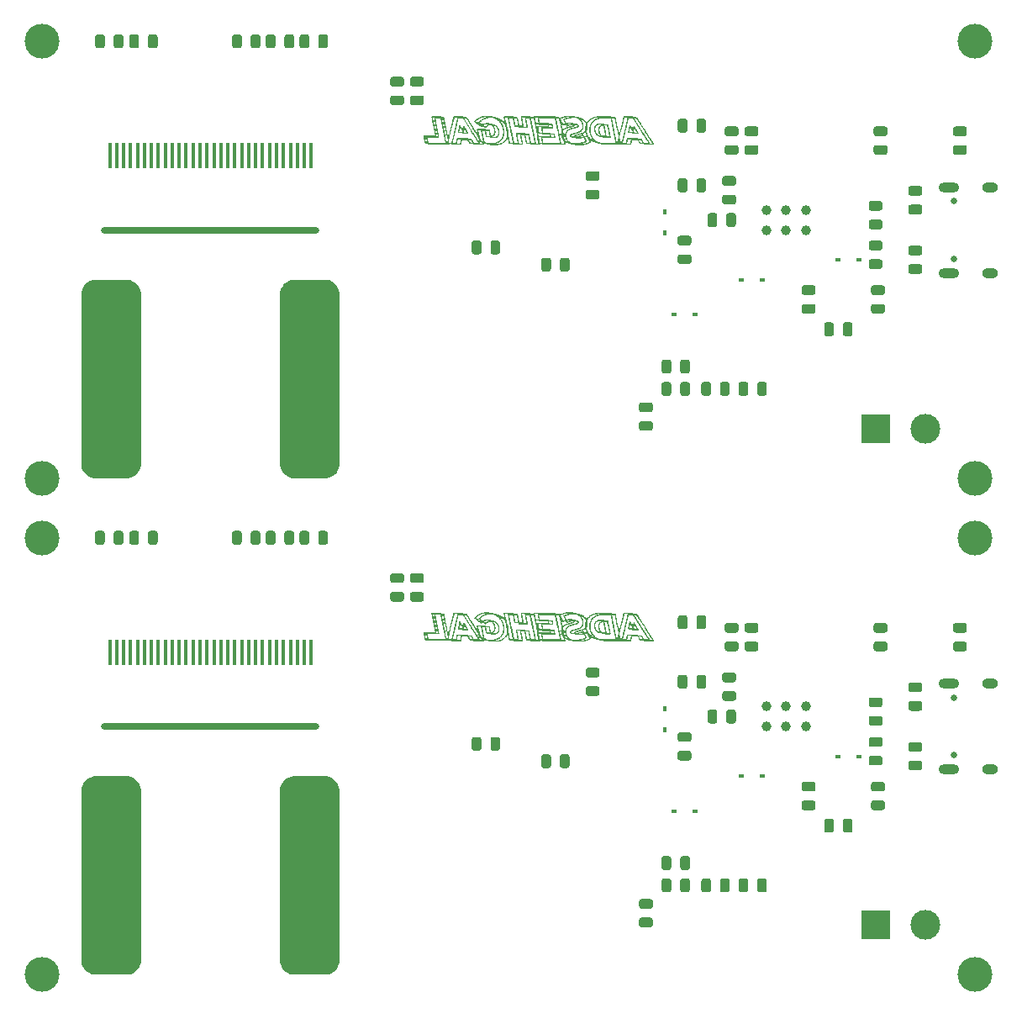
<source format=gbr>
%TF.GenerationSoftware,KiCad,Pcbnew,(5.99.0-3349-gc9824bbd9)*%
%TF.CreationDate,2020-09-17T19:38:13-07:00*%
%TF.ProjectId,Panelized_Power_Supply,50616e65-6c69-47a6-9564-5f506f776572,rev?*%
%TF.SameCoordinates,Original*%
%TF.FileFunction,Soldermask,Bot*%
%TF.FilePolarity,Negative*%
%FSLAX46Y46*%
G04 Gerber Fmt 4.6, Leading zero omitted, Abs format (unit mm)*
G04 Created by KiCad (PCBNEW (5.99.0-3349-gc9824bbd9)) date 2020-09-17 19:38:13*
%MOMM*%
%LPD*%
G01*
G04 APERTURE LIST*
%ADD10C,3.500000*%
%ADD11O,22.010000X0.600000*%
%ADD12R,0.400000X2.500000*%
%ADD13R,3.000000X3.000000*%
%ADD14C,3.000000*%
%ADD15C,5.000000*%
%ADD16C,1.000000*%
%ADD17R,0.450000X0.600000*%
%ADD18R,0.600000X0.450000*%
%ADD19C,0.650000*%
%ADD20O,1.600000X1.000000*%
%ADD21O,2.100000X1.000000*%
G04 APERTURE END LIST*
%TO.C,G\u002A\u002A\u002A*%
G36*
X75105285Y-74208301D02*
G01*
X75112862Y-74222172D01*
X75117833Y-74231577D01*
X75119978Y-74236130D01*
X75120308Y-74237171D01*
X75122447Y-74253972D01*
X75119433Y-74271046D01*
X75111895Y-74287025D01*
X75100466Y-74300542D01*
X75085777Y-74310230D01*
X75084564Y-74310755D01*
X75082003Y-74311660D01*
X75078779Y-74312452D01*
X75074506Y-74313138D01*
X75068797Y-74313725D01*
X75061266Y-74314222D01*
X75051525Y-74314637D01*
X75039188Y-74314976D01*
X75023868Y-74315248D01*
X75005179Y-74315461D01*
X74982733Y-74315621D01*
X74956145Y-74315737D01*
X74925026Y-74315817D01*
X74888992Y-74315868D01*
X74847654Y-74315897D01*
X74800626Y-74315914D01*
X74781444Y-74315919D01*
X74735692Y-74315932D01*
X74695487Y-74315926D01*
X74660446Y-74315882D01*
X74630189Y-74315779D01*
X74604332Y-74315597D01*
X74582493Y-74315316D01*
X74564291Y-74314915D01*
X74549342Y-74314375D01*
X74537265Y-74313675D01*
X74527677Y-74312795D01*
X74520196Y-74311714D01*
X74514441Y-74310412D01*
X74510028Y-74308870D01*
X74506576Y-74307066D01*
X74503702Y-74304981D01*
X74501025Y-74302594D01*
X74498161Y-74299885D01*
X74497131Y-74298895D01*
X74486786Y-74284750D01*
X74480230Y-74267407D01*
X74477914Y-74248621D01*
X74480286Y-74230149D01*
X74482580Y-74221794D01*
X74284219Y-74221794D01*
X74246515Y-74221789D01*
X74214266Y-74221746D01*
X74186999Y-74221625D01*
X74164239Y-74221388D01*
X74145513Y-74220997D01*
X74130347Y-74220412D01*
X74118265Y-74219596D01*
X74108795Y-74218510D01*
X74101463Y-74217115D01*
X74095794Y-74215373D01*
X74091314Y-74213246D01*
X74087549Y-74210694D01*
X74084025Y-74207679D01*
X74080269Y-74204163D01*
X74077467Y-74201298D01*
X74068744Y-74188963D01*
X74062587Y-74174949D01*
X74060210Y-74161825D01*
X74060682Y-74158113D01*
X74062220Y-74148779D01*
X74064740Y-74134363D01*
X74068154Y-74115327D01*
X74072377Y-74092131D01*
X74072697Y-74090388D01*
X74202953Y-74090388D01*
X74203034Y-74090641D01*
X74204902Y-74091495D01*
X74209553Y-74092210D01*
X74217398Y-74092796D01*
X74228850Y-74093264D01*
X74244318Y-74093623D01*
X74264217Y-74093885D01*
X74288956Y-74094059D01*
X74318948Y-74094156D01*
X74354605Y-74094186D01*
X74506267Y-74094186D01*
X74512953Y-74063010D01*
X74499806Y-74040165D01*
X74646898Y-74040165D01*
X74659934Y-74063010D01*
X74674819Y-74089097D01*
X74677943Y-74094575D01*
X74686965Y-74110525D01*
X74693482Y-74122500D01*
X74697900Y-74131504D01*
X74700626Y-74138541D01*
X74702068Y-74144615D01*
X74702632Y-74150728D01*
X74702726Y-74157884D01*
X74702419Y-74167765D01*
X74701476Y-74177342D01*
X74700122Y-74183056D01*
X74699854Y-74183719D01*
X74699930Y-74184914D01*
X74701302Y-74185886D01*
X74704500Y-74186657D01*
X74710056Y-74187251D01*
X74718500Y-74187690D01*
X74730364Y-74187997D01*
X74746180Y-74188196D01*
X74766479Y-74188310D01*
X74791791Y-74188361D01*
X74822649Y-74188373D01*
X74947767Y-74188373D01*
X74937798Y-74170903D01*
X74925520Y-74149406D01*
X74907987Y-74118776D01*
X74889775Y-74087029D01*
X74871132Y-74054590D01*
X74852305Y-74021886D01*
X74833539Y-73989342D01*
X74815083Y-73957384D01*
X74797182Y-73926438D01*
X74780083Y-73896930D01*
X74764034Y-73869285D01*
X74749282Y-73843931D01*
X74736072Y-73821292D01*
X74724652Y-73801794D01*
X74715269Y-73785863D01*
X74708169Y-73773926D01*
X74703600Y-73766407D01*
X74701808Y-73763733D01*
X74700905Y-73766032D01*
X74698969Y-73773737D01*
X74696156Y-73786297D01*
X74692587Y-73803131D01*
X74688384Y-73823656D01*
X74683668Y-73847289D01*
X74678560Y-73873448D01*
X74673180Y-73901549D01*
X74646898Y-74040165D01*
X74499806Y-74040165D01*
X74398368Y-73863912D01*
X74396267Y-73860263D01*
X74378023Y-73828629D01*
X74360687Y-73798680D01*
X74344496Y-73770814D01*
X74329684Y-73745431D01*
X74316485Y-73722928D01*
X74305134Y-73703705D01*
X74295865Y-73688159D01*
X74288912Y-73676691D01*
X74284511Y-73669698D01*
X74282895Y-73667580D01*
X74282770Y-73668081D01*
X74281666Y-73673414D01*
X74279593Y-73683930D01*
X74276660Y-73699041D01*
X74272980Y-73718162D01*
X74268663Y-73740705D01*
X74263821Y-73766083D01*
X74258563Y-73793710D01*
X74253001Y-73822998D01*
X74247247Y-73853360D01*
X74241411Y-73884209D01*
X74235603Y-73914960D01*
X74229936Y-73945023D01*
X74224519Y-73973814D01*
X74219465Y-74000744D01*
X74214883Y-74025226D01*
X74210885Y-74046675D01*
X74207582Y-74064502D01*
X74205085Y-74078122D01*
X74203505Y-74086946D01*
X74202953Y-74090388D01*
X74072697Y-74090388D01*
X74077320Y-74065235D01*
X74082896Y-74035098D01*
X74089020Y-74002182D01*
X74095602Y-73966946D01*
X74102556Y-73929851D01*
X74109795Y-73891357D01*
X74117232Y-73851924D01*
X74124780Y-73812013D01*
X74132351Y-73772083D01*
X74139858Y-73732595D01*
X74147215Y-73694009D01*
X74154333Y-73656786D01*
X74161126Y-73621385D01*
X74167507Y-73588266D01*
X74173388Y-73557891D01*
X74178683Y-73530719D01*
X74183304Y-73507210D01*
X74187164Y-73487825D01*
X74190175Y-73473024D01*
X74192252Y-73463268D01*
X74193306Y-73459015D01*
X74199216Y-73447593D01*
X74210782Y-73434915D01*
X74225274Y-73425982D01*
X74241567Y-73420958D01*
X74258537Y-73420004D01*
X74275059Y-73423285D01*
X74290007Y-73430963D01*
X74302259Y-73443203D01*
X74302601Y-73443699D01*
X74306034Y-73449192D01*
X74312187Y-73459440D01*
X74320810Y-73474011D01*
X74331650Y-73492475D01*
X74344457Y-73514402D01*
X74358981Y-73539361D01*
X74374969Y-73566922D01*
X74392172Y-73596654D01*
X74410337Y-73628127D01*
X74429215Y-73660911D01*
X74442444Y-73683900D01*
X74462911Y-73719401D01*
X74480671Y-73750099D01*
X74495906Y-73776297D01*
X74508802Y-73798300D01*
X74519543Y-73816409D01*
X74528313Y-73830931D01*
X74535297Y-73842168D01*
X74540679Y-73850424D01*
X74544643Y-73856003D01*
X74547375Y-73859209D01*
X74549057Y-73860346D01*
X74549876Y-73859718D01*
X74549908Y-73859612D01*
X74550978Y-73854916D01*
X74553044Y-73844898D01*
X74555988Y-73830169D01*
X74559688Y-73811339D01*
X74564027Y-73789019D01*
X74568885Y-73763820D01*
X74574143Y-73736351D01*
X74579681Y-73707224D01*
X74579896Y-73706086D01*
X74585494Y-73676833D01*
X74590894Y-73649126D01*
X74595965Y-73623599D01*
X74600577Y-73600884D01*
X74604600Y-73581614D01*
X74607905Y-73566420D01*
X74610361Y-73555936D01*
X74611838Y-73550794D01*
X74621367Y-73535069D01*
X74634484Y-73523392D01*
X74650080Y-73515997D01*
X74667069Y-73513072D01*
X74684362Y-73514803D01*
X74700872Y-73521377D01*
X74715511Y-73532982D01*
X74716220Y-73533890D01*
X74720050Y-73539748D01*
X74726577Y-73550357D01*
X74735579Y-73565332D01*
X74746836Y-73584289D01*
X74760127Y-73606845D01*
X74775231Y-73632615D01*
X74791928Y-73661216D01*
X74809995Y-73692263D01*
X74829213Y-73725372D01*
X74849360Y-73760158D01*
X74870215Y-73796239D01*
X74891559Y-73833230D01*
X74913168Y-73870747D01*
X74934823Y-73908406D01*
X74956303Y-73945823D01*
X74977387Y-73982613D01*
X74997854Y-74018393D01*
X75017483Y-74052778D01*
X75036052Y-74085385D01*
X75053342Y-74115830D01*
X75069132Y-74143728D01*
X75083199Y-74168695D01*
X75094219Y-74188373D01*
X75095324Y-74190348D01*
X75105285Y-74208301D01*
G37*
G36*
X72826727Y-72685218D02*
G01*
X72828190Y-72691839D01*
X72830768Y-72704054D01*
X72834412Y-72721623D01*
X72839075Y-72744305D01*
X72844708Y-72771860D01*
X72851262Y-72804049D01*
X72858689Y-72840630D01*
X72866940Y-72881364D01*
X72875966Y-72926011D01*
X72885720Y-72974330D01*
X72896153Y-73026081D01*
X72907216Y-73081024D01*
X72918861Y-73138920D01*
X72931039Y-73199527D01*
X72943702Y-73262605D01*
X72956801Y-73327915D01*
X72970287Y-73395216D01*
X72984113Y-73464268D01*
X72998230Y-73534831D01*
X73005869Y-73573026D01*
X73019805Y-73642689D01*
X73033410Y-73710668D01*
X73046635Y-73776726D01*
X73059433Y-73840626D01*
X73071757Y-73902130D01*
X73083558Y-73961000D01*
X73094789Y-74016999D01*
X73105402Y-74069889D01*
X73115349Y-74119433D01*
X73124583Y-74165394D01*
X73133056Y-74207534D01*
X73140721Y-74245615D01*
X73147528Y-74279399D01*
X73153432Y-74308650D01*
X73158384Y-74333130D01*
X73162336Y-74352601D01*
X73165241Y-74366826D01*
X73167051Y-74375567D01*
X73167718Y-74378587D01*
X73167761Y-74378487D01*
X73168800Y-74374502D01*
X73171175Y-74364876D01*
X73174831Y-74349837D01*
X73179715Y-74329613D01*
X73185770Y-74304430D01*
X73192945Y-74274516D01*
X73201184Y-74240099D01*
X73210433Y-74201405D01*
X73220638Y-74158663D01*
X73231744Y-74112099D01*
X73243698Y-74061942D01*
X73256445Y-74008417D01*
X73269932Y-73951754D01*
X73284103Y-73892179D01*
X73298904Y-73829920D01*
X73314282Y-73765203D01*
X73330182Y-73698257D01*
X73346551Y-73629309D01*
X73363332Y-73558586D01*
X73380473Y-73486316D01*
X73390038Y-73445985D01*
X73410333Y-73360434D01*
X73429299Y-73280532D01*
X73446980Y-73206096D01*
X73463420Y-73136943D01*
X73478665Y-73072889D01*
X73492757Y-73013751D01*
X73505743Y-72959347D01*
X73517666Y-72909493D01*
X73528571Y-72864005D01*
X73538502Y-72822701D01*
X73547503Y-72785397D01*
X73555620Y-72751911D01*
X73562897Y-72722058D01*
X73569378Y-72695657D01*
X73575107Y-72672523D01*
X73580129Y-72652474D01*
X73584489Y-72635326D01*
X73588231Y-72620896D01*
X73591400Y-72609001D01*
X73594039Y-72599458D01*
X73596194Y-72592083D01*
X73597908Y-72586694D01*
X73599227Y-72583107D01*
X73600195Y-72581140D01*
X73609509Y-72570806D01*
X73623562Y-72561481D01*
X73639016Y-72553780D01*
X74089701Y-72553780D01*
X74137674Y-72553776D01*
X74195277Y-72553769D01*
X74247319Y-72553767D01*
X74294094Y-72553781D01*
X74335895Y-72553822D01*
X74373013Y-72553900D01*
X74405743Y-72554027D01*
X74434376Y-72554212D01*
X74459206Y-72554467D01*
X74480525Y-72554801D01*
X74498626Y-72555227D01*
X74513802Y-72555753D01*
X74526345Y-72556392D01*
X74536548Y-72557153D01*
X74544704Y-72558047D01*
X74551106Y-72559084D01*
X74556045Y-72560277D01*
X74559816Y-72561634D01*
X74562711Y-72563167D01*
X74565023Y-72564886D01*
X74567043Y-72566802D01*
X74569066Y-72568925D01*
X74571383Y-72571267D01*
X74571753Y-72571634D01*
X74576830Y-72577725D01*
X74584049Y-72587596D01*
X74592503Y-72599965D01*
X74601284Y-72613546D01*
X74622780Y-72647775D01*
X74794925Y-72648630D01*
X74967069Y-72649485D01*
X74978345Y-72657281D01*
X74980713Y-72658987D01*
X74989134Y-72665983D01*
X74995385Y-72672473D01*
X74995887Y-72673188D01*
X74999382Y-72678499D01*
X75002905Y-72683939D01*
X75005967Y-72688669D01*
X75015524Y-72703515D01*
X75027936Y-72722852D01*
X75043085Y-72746493D01*
X75060853Y-72774255D01*
X75081122Y-72805953D01*
X75103774Y-72841402D01*
X75128693Y-72880417D01*
X75155760Y-72922812D01*
X75184857Y-72968404D01*
X75215867Y-73017007D01*
X75248673Y-73068436D01*
X75283155Y-73122506D01*
X75319198Y-73179033D01*
X75356682Y-73237832D01*
X75395491Y-73298718D01*
X75435506Y-73361505D01*
X75476610Y-73426010D01*
X75518685Y-73492046D01*
X75561613Y-73559430D01*
X75605278Y-73627976D01*
X75649560Y-73697499D01*
X75694342Y-73767815D01*
X75739507Y-73838739D01*
X75784937Y-73910085D01*
X75830515Y-73981669D01*
X75876121Y-74053306D01*
X75921639Y-74124812D01*
X75966952Y-74196000D01*
X76011940Y-74266687D01*
X76056488Y-74336687D01*
X76100476Y-74405815D01*
X76143787Y-74473888D01*
X76186304Y-74540719D01*
X76227909Y-74606123D01*
X76268484Y-74669917D01*
X76307911Y-74731915D01*
X76346072Y-74791932D01*
X76382851Y-74849783D01*
X76418129Y-74905284D01*
X76451788Y-74958249D01*
X76483712Y-75008494D01*
X76513781Y-75055833D01*
X76541879Y-75100082D01*
X76567887Y-75141057D01*
X76591689Y-75178571D01*
X76613165Y-75212440D01*
X76632199Y-75242480D01*
X76648673Y-75268505D01*
X76661159Y-75288256D01*
X76662470Y-75290331D01*
X76673470Y-75307772D01*
X76681557Y-75320644D01*
X76686614Y-75328761D01*
X76688521Y-75331940D01*
X76690647Y-75337270D01*
X76693878Y-75355115D01*
X76691656Y-75372655D01*
X76684388Y-75388855D01*
X76672483Y-75402686D01*
X76656352Y-75413115D01*
X76654626Y-75413836D01*
X76652470Y-75414508D01*
X76649641Y-75415116D01*
X76645853Y-75415663D01*
X76640823Y-75416153D01*
X76634265Y-75416588D01*
X76625897Y-75416972D01*
X76615432Y-75417308D01*
X76602588Y-75417600D01*
X76587079Y-75417850D01*
X76568622Y-75418062D01*
X76546931Y-75418240D01*
X76521724Y-75418386D01*
X76492714Y-75418503D01*
X76459618Y-75418596D01*
X76422152Y-75418667D01*
X76380031Y-75418719D01*
X76332971Y-75418756D01*
X76280687Y-75418781D01*
X76222895Y-75418798D01*
X76159312Y-75418809D01*
X75674425Y-75418875D01*
X75661034Y-75411844D01*
X75655478Y-75408470D01*
X75648678Y-75402776D01*
X75641558Y-75394757D01*
X75633515Y-75383638D01*
X75623947Y-75368643D01*
X75612251Y-75348995D01*
X75598968Y-75326208D01*
X75425818Y-75324689D01*
X75392079Y-75324395D01*
X75359310Y-75324091D01*
X75331693Y-75323770D01*
X75308736Y-75323385D01*
X75289948Y-75322890D01*
X75274839Y-75322238D01*
X75262919Y-75321382D01*
X75253697Y-75320274D01*
X75246681Y-75318869D01*
X75241382Y-75317118D01*
X75237310Y-75314976D01*
X75233972Y-75312394D01*
X75230880Y-75309327D01*
X75227541Y-75305728D01*
X75227170Y-75305274D01*
X75223813Y-75300223D01*
X75217786Y-75290472D01*
X75209367Y-75276490D01*
X75198830Y-75258744D01*
X75186452Y-75237705D01*
X75172509Y-75213840D01*
X75157276Y-75187618D01*
X75141030Y-75159508D01*
X75124047Y-75129979D01*
X75027450Y-74961614D01*
X74748121Y-74960846D01*
X74475331Y-74960095D01*
X75172589Y-74960095D01*
X75241452Y-75080107D01*
X75310314Y-75200119D01*
X75417707Y-75200119D01*
X75422035Y-75200118D01*
X75452865Y-75200013D01*
X75478364Y-75199743D01*
X75498386Y-75199313D01*
X75512779Y-75198728D01*
X75521396Y-75197990D01*
X75524087Y-75197105D01*
X75523176Y-75195326D01*
X75519528Y-75188698D01*
X75513392Y-75177739D01*
X75505076Y-75162997D01*
X75494892Y-75145020D01*
X75483150Y-75124356D01*
X75470160Y-75101554D01*
X75456232Y-75077162D01*
X75389390Y-74960232D01*
X75280989Y-74960164D01*
X75172589Y-74960095D01*
X74475331Y-74960095D01*
X74468792Y-74960077D01*
X74429820Y-75167269D01*
X74422459Y-75206148D01*
X74415311Y-75243376D01*
X74408735Y-75277062D01*
X74402803Y-75306858D01*
X74397587Y-75332413D01*
X74393158Y-75353381D01*
X74389586Y-75369413D01*
X74386944Y-75380160D01*
X74385301Y-75385274D01*
X74382258Y-75390646D01*
X74370255Y-75404562D01*
X74354153Y-75414173D01*
X74352839Y-75414625D01*
X74350139Y-75415222D01*
X74346219Y-75415761D01*
X74340794Y-75416246D01*
X74333578Y-75416678D01*
X74324285Y-75417061D01*
X74312630Y-75417398D01*
X74298326Y-75417692D01*
X74281089Y-75417945D01*
X74260632Y-75418160D01*
X74236670Y-75418341D01*
X74208917Y-75418489D01*
X74177087Y-75418609D01*
X74140895Y-75418702D01*
X74100055Y-75418772D01*
X74054280Y-75418822D01*
X74003287Y-75418853D01*
X73946788Y-75418870D01*
X73884499Y-75418875D01*
X73426099Y-75418875D01*
X73412709Y-75411806D01*
X73408849Y-75409478D01*
X73398572Y-75401167D01*
X73390203Y-75391772D01*
X73386861Y-75386816D01*
X73383717Y-75380774D01*
X73381994Y-75374131D01*
X73381279Y-75365064D01*
X73381162Y-75351748D01*
X73381235Y-75324689D01*
X73357934Y-75324689D01*
X73359962Y-75345275D01*
X73360333Y-75350362D01*
X73358743Y-75370858D01*
X73351985Y-75388270D01*
X73340159Y-75402417D01*
X73323361Y-75413115D01*
X73322893Y-75413325D01*
X73321356Y-75413906D01*
X73319383Y-75414444D01*
X73316749Y-75414940D01*
X73313228Y-75415397D01*
X73308595Y-75415816D01*
X73302623Y-75416198D01*
X73295087Y-75416546D01*
X73285762Y-75416861D01*
X73274422Y-75417145D01*
X73260840Y-75417399D01*
X73244793Y-75417625D01*
X73226053Y-75417825D01*
X73204396Y-75418000D01*
X73179595Y-75418152D01*
X73151425Y-75418283D01*
X73119661Y-75418394D01*
X73084077Y-75418488D01*
X73044446Y-75418565D01*
X73000545Y-75418627D01*
X72952146Y-75418676D01*
X72899024Y-75418715D01*
X72840954Y-75418743D01*
X72777710Y-75418764D01*
X72709066Y-75418778D01*
X72634797Y-75418788D01*
X72554677Y-75418794D01*
X72515647Y-75418796D01*
X72435482Y-75418794D01*
X72361036Y-75418780D01*
X72292063Y-75418753D01*
X72228321Y-75418710D01*
X72169563Y-75418649D01*
X72115545Y-75418566D01*
X72066023Y-75418459D01*
X72020752Y-75418326D01*
X71979487Y-75418165D01*
X71941984Y-75417972D01*
X71907998Y-75417746D01*
X71877284Y-75417483D01*
X71849598Y-75417182D01*
X71824694Y-75416839D01*
X71802329Y-75416452D01*
X71782258Y-75416019D01*
X71764236Y-75415537D01*
X71748018Y-75415004D01*
X71733359Y-75414417D01*
X71720016Y-75413773D01*
X71707743Y-75413070D01*
X71696296Y-75412306D01*
X71685430Y-75411478D01*
X71674900Y-75410583D01*
X71664462Y-75409620D01*
X71624780Y-75405446D01*
X71554598Y-75396228D01*
X71484909Y-75384813D01*
X71416810Y-75371425D01*
X71351398Y-75356287D01*
X71289771Y-75339625D01*
X71233026Y-75321660D01*
X71221422Y-75318091D01*
X71200723Y-75313082D01*
X71174868Y-75308127D01*
X71143397Y-75303132D01*
X71088945Y-75294454D01*
X70983836Y-75273557D01*
X70882168Y-75247709D01*
X70783967Y-75216919D01*
X70689258Y-75181198D01*
X70598067Y-75140556D01*
X70510418Y-75095002D01*
X70426337Y-75044546D01*
X70345849Y-74989199D01*
X70334221Y-74980530D01*
X70309228Y-74961183D01*
X70283410Y-74940368D01*
X70258233Y-74919300D01*
X70235163Y-74899194D01*
X70215667Y-74881268D01*
X70191611Y-74858313D01*
X70202371Y-74879581D01*
X70203222Y-74881255D01*
X70207776Y-74890103D01*
X70214669Y-74903406D01*
X70223530Y-74920449D01*
X70233988Y-74940518D01*
X70245670Y-74962900D01*
X70258205Y-74986881D01*
X70271220Y-75011746D01*
X70276098Y-75021079D01*
X70288528Y-75045048D01*
X70300036Y-75067499D01*
X70310299Y-75087790D01*
X70318999Y-75105280D01*
X70325814Y-75119326D01*
X70328121Y-75124309D01*
X70330424Y-75129287D01*
X70332509Y-75134520D01*
X70332807Y-75135689D01*
X70333981Y-75152474D01*
X70330205Y-75169591D01*
X70322115Y-75185228D01*
X70310350Y-75197571D01*
X70308998Y-75198568D01*
X70297685Y-75206087D01*
X70281962Y-75215550D01*
X70262777Y-75226430D01*
X70241079Y-75238201D01*
X70217815Y-75250334D01*
X70193935Y-75262303D01*
X70174426Y-75271693D01*
X70097313Y-75305608D01*
X70015350Y-75336904D01*
X69929094Y-75365452D01*
X69839106Y-75391125D01*
X69745943Y-75413795D01*
X69650165Y-75433334D01*
X69552329Y-75449616D01*
X69452996Y-75462511D01*
X69352723Y-75471892D01*
X69252069Y-75477632D01*
X69244659Y-75477886D01*
X69223524Y-75478390D01*
X69198632Y-75478742D01*
X69171074Y-75478947D01*
X69141945Y-75479008D01*
X69112336Y-75478931D01*
X69083340Y-75478719D01*
X69056049Y-75478377D01*
X69031557Y-75477909D01*
X69010954Y-75477320D01*
X68995335Y-75476613D01*
X68935023Y-75472469D01*
X68863409Y-75465912D01*
X68795877Y-75457705D01*
X68731398Y-75447664D01*
X68668941Y-75435607D01*
X68607473Y-75421348D01*
X68545965Y-75404706D01*
X68483385Y-75385496D01*
X68462471Y-75379076D01*
X68432793Y-75371520D01*
X68407428Y-75367229D01*
X68366412Y-75361922D01*
X68304379Y-75351565D01*
X69173074Y-75351565D01*
X69208014Y-75351348D01*
X69225150Y-75351102D01*
X69262282Y-75349835D01*
X69303316Y-75347621D01*
X69346886Y-75344570D01*
X69391623Y-75340792D01*
X69436161Y-75336398D01*
X69479131Y-75331499D01*
X69519167Y-75326204D01*
X69552817Y-75321168D01*
X69646507Y-75304792D01*
X69737770Y-75285359D01*
X69826060Y-75263026D01*
X69910833Y-75237950D01*
X69991545Y-75210288D01*
X70067650Y-75180198D01*
X70138603Y-75147835D01*
X70186571Y-75124309D01*
X70181488Y-75114361D01*
X70178784Y-75109125D01*
X70173416Y-75098796D01*
X70165725Y-75084031D01*
X70155967Y-75065316D01*
X70144395Y-75043139D01*
X70131266Y-75017989D01*
X70116832Y-74990351D01*
X70101351Y-74960714D01*
X70085076Y-74929566D01*
X70068262Y-74897393D01*
X70051164Y-74864684D01*
X70034037Y-74831925D01*
X70017136Y-74799604D01*
X70000715Y-74768210D01*
X69985030Y-74738228D01*
X69970335Y-74710148D01*
X69956886Y-74684455D01*
X69944936Y-74661638D01*
X69934742Y-74642185D01*
X69926557Y-74626582D01*
X69920637Y-74615318D01*
X69917236Y-74608879D01*
X69900909Y-74578200D01*
X69873398Y-74592309D01*
X69865125Y-74596552D01*
X69855341Y-74601473D01*
X69837494Y-74610167D01*
X69817135Y-74619836D01*
X69796088Y-74629619D01*
X69776172Y-74638652D01*
X69774773Y-74639279D01*
X69758457Y-74646787D01*
X69744375Y-74653632D01*
X69733365Y-74659379D01*
X69726262Y-74663592D01*
X69723904Y-74665837D01*
X69724460Y-74667070D01*
X69727516Y-74673194D01*
X69733027Y-74683994D01*
X69740761Y-74699023D01*
X69750486Y-74717834D01*
X69761971Y-74739980D01*
X69774984Y-74765014D01*
X69789294Y-74792489D01*
X69804668Y-74821958D01*
X69820876Y-74852974D01*
X69821316Y-74853815D01*
X69840042Y-74889636D01*
X69856150Y-74920496D01*
X69869837Y-74946811D01*
X69881299Y-74968992D01*
X69890733Y-74987455D01*
X69898338Y-75002611D01*
X69904309Y-75014875D01*
X69908845Y-75024661D01*
X69911248Y-75030288D01*
X69912141Y-75032382D01*
X69914397Y-75038451D01*
X69915808Y-75043282D01*
X69916571Y-75047288D01*
X69916885Y-75050884D01*
X69916946Y-75054482D01*
X69916912Y-75057173D01*
X69915954Y-75067556D01*
X69913348Y-75077101D01*
X69908659Y-75086167D01*
X69901448Y-75095114D01*
X69891277Y-75104302D01*
X69877711Y-75114088D01*
X69860310Y-75124835D01*
X69838638Y-75136899D01*
X69812257Y-75150642D01*
X69780730Y-75166423D01*
X69777344Y-75168091D01*
X69697850Y-75204400D01*
X69613205Y-75237834D01*
X69523642Y-75268321D01*
X69429392Y-75295786D01*
X69330688Y-75320155D01*
X69227763Y-75341356D01*
X69173074Y-75351565D01*
X68304379Y-75351565D01*
X68289482Y-75349078D01*
X68211910Y-75332561D01*
X68135279Y-75312761D01*
X68061175Y-75290069D01*
X67991184Y-75264874D01*
X67989610Y-75264257D01*
X67952945Y-75249002D01*
X67913967Y-75231240D01*
X67874031Y-75211680D01*
X67834494Y-75191029D01*
X67796711Y-75169995D01*
X67762040Y-75149283D01*
X67731835Y-75129602D01*
X67723595Y-75124075D01*
X67715693Y-75119366D01*
X67711705Y-75118067D01*
X67711146Y-75119950D01*
X67712910Y-75126982D01*
X67715566Y-75139015D01*
X67718909Y-75155056D01*
X67722782Y-75174274D01*
X67727028Y-75195838D01*
X67731491Y-75218920D01*
X67736014Y-75242686D01*
X67740440Y-75266308D01*
X67744612Y-75288955D01*
X67745030Y-75291268D01*
X67748374Y-75309797D01*
X67751568Y-75328002D01*
X67754039Y-75342741D01*
X67755628Y-75353182D01*
X67756180Y-75358496D01*
X67755913Y-75363573D01*
X67751512Y-75380953D01*
X67742417Y-75396290D01*
X67729544Y-75408346D01*
X67713804Y-75415886D01*
X67713641Y-75415924D01*
X67709791Y-75416236D01*
X67701472Y-75416526D01*
X67688605Y-75416796D01*
X67671109Y-75417045D01*
X67648903Y-75417273D01*
X67621907Y-75417480D01*
X67590041Y-75417667D01*
X67553224Y-75417834D01*
X67511376Y-75417981D01*
X67464417Y-75418108D01*
X67412265Y-75418216D01*
X67354841Y-75418304D01*
X67292065Y-75418372D01*
X67223855Y-75418422D01*
X67150131Y-75418452D01*
X67070813Y-75418464D01*
X66985821Y-75418457D01*
X66895074Y-75418431D01*
X66798492Y-75418387D01*
X66695994Y-75418325D01*
X66587500Y-75418245D01*
X65472452Y-75417356D01*
X65461262Y-75409787D01*
X65458255Y-75407624D01*
X65445723Y-75394768D01*
X65436352Y-75377557D01*
X65429794Y-75355392D01*
X65429340Y-75353255D01*
X65426887Y-75341982D01*
X65424875Y-75333139D01*
X65423704Y-75328486D01*
X65423092Y-75327861D01*
X65419841Y-75326917D01*
X65413404Y-75326165D01*
X65403300Y-75325588D01*
X65389048Y-75325169D01*
X65370164Y-75324891D01*
X65346169Y-75324736D01*
X65316579Y-75324689D01*
X65210646Y-75324689D01*
X65211880Y-75348235D01*
X65212268Y-75359635D01*
X65211729Y-75369375D01*
X65209776Y-75377222D01*
X65206060Y-75385414D01*
X65204884Y-75387528D01*
X65196306Y-75398839D01*
X65185833Y-75408201D01*
X65172659Y-75417356D01*
X64711862Y-75418252D01*
X64652029Y-75418357D01*
X64588957Y-75418437D01*
X64531672Y-75418474D01*
X64480022Y-75418467D01*
X64433851Y-75418416D01*
X64393006Y-75418318D01*
X64357333Y-75418174D01*
X64326677Y-75417982D01*
X64300885Y-75417743D01*
X64279802Y-75417454D01*
X64263274Y-75417116D01*
X64251148Y-75416727D01*
X64243268Y-75416287D01*
X64239482Y-75415795D01*
X64225752Y-75409952D01*
X64214043Y-75400288D01*
X64204708Y-75386426D01*
X64197357Y-75367782D01*
X64191601Y-75343768D01*
X64188025Y-75324868D01*
X64003827Y-75324019D01*
X63819629Y-75323169D01*
X63808995Y-75315685D01*
X63799308Y-75308186D01*
X63792214Y-75300399D01*
X63785801Y-75289990D01*
X63785063Y-75287647D01*
X63783075Y-75279528D01*
X63780020Y-75266049D01*
X63775972Y-75247558D01*
X63771002Y-75224399D01*
X63765183Y-75196920D01*
X63758588Y-75165467D01*
X63751288Y-75130386D01*
X63743356Y-75092024D01*
X63734864Y-75050726D01*
X63725884Y-75006840D01*
X63716488Y-74960711D01*
X63706750Y-74912687D01*
X63696740Y-74863112D01*
X63612815Y-74446563D01*
X63741478Y-74446563D01*
X63743167Y-74453431D01*
X63743719Y-74456018D01*
X63745428Y-74464324D01*
X63748200Y-74477920D01*
X63751960Y-74496437D01*
X63756633Y-74519503D01*
X63762144Y-74546748D01*
X63768419Y-74577802D01*
X63775383Y-74612295D01*
X63782960Y-74649855D01*
X63791077Y-74690114D01*
X63799657Y-74732700D01*
X63808627Y-74777243D01*
X63817911Y-74823373D01*
X63825370Y-74860436D01*
X63834407Y-74905323D01*
X63843068Y-74948327D01*
X63851279Y-74989076D01*
X63858964Y-75027201D01*
X63866050Y-75062331D01*
X63872461Y-75094096D01*
X63878123Y-75122126D01*
X63882961Y-75146050D01*
X63886899Y-75165498D01*
X63889865Y-75180100D01*
X63891781Y-75189485D01*
X63892575Y-75193283D01*
X63894183Y-75200119D01*
X64027809Y-75200119D01*
X64047641Y-75200094D01*
X64074146Y-75199977D01*
X64098251Y-75199774D01*
X64119342Y-75199496D01*
X64136807Y-75199154D01*
X64150034Y-75198756D01*
X64158409Y-75198315D01*
X64161321Y-75197841D01*
X64161321Y-75197839D01*
X64160710Y-75194594D01*
X64158970Y-75185755D01*
X64156173Y-75171678D01*
X64152391Y-75152724D01*
X64147695Y-75129251D01*
X64142159Y-75101619D01*
X64135852Y-75070185D01*
X64128849Y-75035308D01*
X64121221Y-74997349D01*
X64113039Y-74956665D01*
X64104376Y-74913615D01*
X64095303Y-74868558D01*
X64085894Y-74821854D01*
X64010581Y-74448146D01*
X63876030Y-74447354D01*
X63741478Y-74446563D01*
X63612815Y-74446563D01*
X63612521Y-74445107D01*
X63464657Y-74444319D01*
X63461483Y-74444302D01*
X63432333Y-74444197D01*
X63405179Y-74444179D01*
X63380602Y-74444244D01*
X63359186Y-74444386D01*
X63341514Y-74444600D01*
X63328170Y-74444881D01*
X63319735Y-74445224D01*
X63316794Y-74445623D01*
X63316852Y-74445986D01*
X63317803Y-74450939D01*
X63319870Y-74461423D01*
X63322987Y-74477111D01*
X63327090Y-74497677D01*
X63332112Y-74522796D01*
X63337990Y-74552143D01*
X63344657Y-74585391D01*
X63352047Y-74622216D01*
X63360097Y-74662291D01*
X63368740Y-74705292D01*
X63377912Y-74750893D01*
X63387546Y-74798767D01*
X63397578Y-74848590D01*
X63407943Y-74900036D01*
X63411097Y-74915691D01*
X63421375Y-74966750D01*
X63431300Y-75016123D01*
X63440807Y-75063481D01*
X63449831Y-75108496D01*
X63458306Y-75150840D01*
X63466166Y-75190183D01*
X63473346Y-75226198D01*
X63479781Y-75258556D01*
X63485405Y-75286928D01*
X63485773Y-75288789D01*
X63490153Y-75310986D01*
X63493959Y-75330403D01*
X63496758Y-75344848D01*
X63498485Y-75353994D01*
X63499074Y-75357512D01*
X63497104Y-75369985D01*
X63491044Y-75384656D01*
X63481985Y-75397645D01*
X63480985Y-75398783D01*
X63478767Y-75401505D01*
X63476798Y-75403972D01*
X63474792Y-75406198D01*
X63472460Y-75408194D01*
X63469515Y-75409971D01*
X63465670Y-75411543D01*
X63460637Y-75412920D01*
X63454128Y-75414114D01*
X63445856Y-75415138D01*
X63435533Y-75416003D01*
X63422872Y-75416721D01*
X63407585Y-75417304D01*
X63389385Y-75417763D01*
X63367983Y-75418111D01*
X63343093Y-75418360D01*
X63314428Y-75418521D01*
X63281698Y-75418606D01*
X63244617Y-75418627D01*
X63202898Y-75418596D01*
X63156252Y-75418525D01*
X63104392Y-75418425D01*
X63047031Y-75418309D01*
X62983881Y-75418188D01*
X62521840Y-75417356D01*
X62509031Y-75408879D01*
X62498297Y-75400294D01*
X62490291Y-75389893D01*
X62484318Y-75376325D01*
X62479533Y-75358139D01*
X62479189Y-75356529D01*
X62476667Y-75344940D01*
X62474529Y-75335459D01*
X62473207Y-75330006D01*
X62473004Y-75329466D01*
X62472073Y-75328433D01*
X62470091Y-75327559D01*
X62466600Y-75326831D01*
X62461144Y-75326236D01*
X62453266Y-75325760D01*
X62442509Y-75325390D01*
X62428416Y-75325111D01*
X62410531Y-75324911D01*
X62388397Y-75324775D01*
X62361557Y-75324691D01*
X62329553Y-75324644D01*
X62291930Y-75324622D01*
X62275575Y-75324614D01*
X62240229Y-75324582D01*
X62210270Y-75324518D01*
X62185210Y-75324407D01*
X62164563Y-75324235D01*
X62147840Y-75323988D01*
X62134556Y-75323651D01*
X62124222Y-75323210D01*
X62116350Y-75322650D01*
X62110455Y-75321957D01*
X62106048Y-75321117D01*
X62102642Y-75320116D01*
X62099749Y-75318938D01*
X62095506Y-75316720D01*
X62083021Y-75307014D01*
X62072559Y-75294479D01*
X62066054Y-75281276D01*
X62065809Y-75280322D01*
X62064377Y-75273861D01*
X62061878Y-75262025D01*
X62058399Y-75245237D01*
X62054024Y-75223924D01*
X62048841Y-75198508D01*
X62042936Y-75169415D01*
X62036395Y-75137069D01*
X62029304Y-75101894D01*
X62021750Y-75064315D01*
X62013818Y-75024756D01*
X62005595Y-74983642D01*
X62002127Y-74966293D01*
X61994071Y-74926109D01*
X61986367Y-74887826D01*
X61979096Y-74851852D01*
X61972343Y-74818591D01*
X61966190Y-74788450D01*
X61960722Y-74761835D01*
X61956021Y-74739151D01*
X61952170Y-74720803D01*
X61949252Y-74707199D01*
X61947352Y-74698743D01*
X61946552Y-74695842D01*
X61945994Y-74696423D01*
X61943415Y-74701220D01*
X61939468Y-74709806D01*
X61934753Y-74720907D01*
X61910296Y-74775184D01*
X61880480Y-74831814D01*
X61846521Y-74888399D01*
X61809153Y-74943720D01*
X61769109Y-74996555D01*
X61762650Y-75004424D01*
X61744115Y-75025764D01*
X61722548Y-75049226D01*
X61699086Y-75073662D01*
X61674862Y-75097927D01*
X61651014Y-75120875D01*
X61628675Y-75141358D01*
X61608982Y-75158230D01*
X61543391Y-75208320D01*
X61469807Y-75257174D01*
X61392518Y-75301347D01*
X61311691Y-75340771D01*
X61227494Y-75375378D01*
X61140093Y-75405099D01*
X61049657Y-75429866D01*
X60956352Y-75449610D01*
X60860347Y-75464262D01*
X60858646Y-75464473D01*
X60829461Y-75467956D01*
X60802838Y-75470810D01*
X60777697Y-75473092D01*
X60752960Y-75474857D01*
X60727546Y-75476161D01*
X60700376Y-75477061D01*
X60670371Y-75477611D01*
X60636451Y-75477870D01*
X60597536Y-75477891D01*
X60580774Y-75477843D01*
X60543780Y-75477581D01*
X60511723Y-75477098D01*
X60483799Y-75476368D01*
X60459200Y-75475367D01*
X60437122Y-75474071D01*
X60416758Y-75472456D01*
X60319865Y-75461901D01*
X60227302Y-75448036D01*
X60138581Y-75430748D01*
X60053030Y-75409905D01*
X59969975Y-75385376D01*
X59960372Y-75382348D01*
X59933113Y-75374659D01*
X59906988Y-75368908D01*
X59878826Y-75364364D01*
X59830104Y-75357080D01*
X59794570Y-75350544D01*
X60573981Y-75350544D01*
X60577925Y-75351016D01*
X60586518Y-75351316D01*
X60598976Y-75351456D01*
X60614514Y-75351448D01*
X60632347Y-75351303D01*
X60651691Y-75351031D01*
X60671761Y-75350645D01*
X60691771Y-75350156D01*
X60710937Y-75349576D01*
X60728475Y-75348915D01*
X60743600Y-75348185D01*
X60755526Y-75347398D01*
X60812414Y-75341980D01*
X60906217Y-75329166D01*
X60996163Y-75311800D01*
X61082409Y-75289834D01*
X61165113Y-75263221D01*
X61244435Y-75231912D01*
X61320533Y-75195860D01*
X61393565Y-75155017D01*
X61432012Y-75130708D01*
X61496896Y-75084405D01*
X61557511Y-75034142D01*
X61613686Y-74980132D01*
X61665248Y-74922591D01*
X61712025Y-74861734D01*
X61753843Y-74797773D01*
X61790532Y-74730926D01*
X61821919Y-74661405D01*
X61847831Y-74589425D01*
X61856616Y-74560432D01*
X61867065Y-74522271D01*
X61875868Y-74485619D01*
X61882712Y-74451806D01*
X61887283Y-74422161D01*
X61887441Y-74419831D01*
X61887373Y-74416151D01*
X61886984Y-74411173D01*
X61886221Y-74404625D01*
X61885032Y-74396232D01*
X61883367Y-74385719D01*
X61881174Y-74372813D01*
X61878401Y-74357239D01*
X61874996Y-74338724D01*
X61870908Y-74316994D01*
X61866085Y-74291773D01*
X61860476Y-74262788D01*
X61854028Y-74229766D01*
X61846690Y-74192431D01*
X61838411Y-74150510D01*
X61829139Y-74103728D01*
X61818823Y-74051812D01*
X61807409Y-73994487D01*
X61794848Y-73931479D01*
X61788362Y-73899000D01*
X61777954Y-73847032D01*
X61767853Y-73796792D01*
X61758126Y-73748605D01*
X61748842Y-73702798D01*
X61740067Y-73659695D01*
X61731868Y-73619623D01*
X61724313Y-73582907D01*
X61717467Y-73549873D01*
X61711399Y-73520845D01*
X61706176Y-73496151D01*
X61701864Y-73476115D01*
X61698531Y-73461063D01*
X61696244Y-73451321D01*
X61695070Y-73447214D01*
X61692559Y-73442574D01*
X61685725Y-73431118D01*
X61676411Y-73416379D01*
X61665314Y-73399398D01*
X61653126Y-73381219D01*
X61640544Y-73362885D01*
X61628261Y-73345439D01*
X61616972Y-73329925D01*
X61612729Y-73324249D01*
X61554735Y-73252040D01*
X61492448Y-73184096D01*
X61425836Y-73120391D01*
X61354872Y-73060900D01*
X61279525Y-73005598D01*
X61199765Y-72954460D01*
X61115562Y-72907461D01*
X61105094Y-72902078D01*
X61085728Y-72892369D01*
X61066421Y-72882962D01*
X61048939Y-72874712D01*
X61035048Y-72868474D01*
X61003146Y-72854762D01*
X61015001Y-72864540D01*
X61016995Y-72866184D01*
X61025970Y-72873587D01*
X61037096Y-72882762D01*
X61048422Y-72892102D01*
X61098494Y-72935321D01*
X61166573Y-73000804D01*
X61230541Y-73070513D01*
X61290183Y-73144118D01*
X61345282Y-73221290D01*
X61395621Y-73301699D01*
X61440984Y-73385015D01*
X61481155Y-73470907D01*
X61515917Y-73559047D01*
X61545053Y-73649104D01*
X61553629Y-73680008D01*
X61573657Y-73764172D01*
X61589525Y-73850273D01*
X61601172Y-73937464D01*
X61608542Y-74024893D01*
X61611574Y-74111714D01*
X61611361Y-74125059D01*
X61610212Y-74197078D01*
X61604396Y-74280134D01*
X61594068Y-74360036D01*
X61583866Y-74415049D01*
X61563801Y-74496275D01*
X61538204Y-74575161D01*
X61507169Y-74651523D01*
X61470791Y-74725177D01*
X61429161Y-74795941D01*
X61382374Y-74863631D01*
X61330523Y-74928063D01*
X61273702Y-74989053D01*
X61271342Y-74991403D01*
X61254607Y-75007751D01*
X61237111Y-75024362D01*
X61220101Y-75040079D01*
X61204827Y-75053747D01*
X61192536Y-75064210D01*
X61153824Y-75094611D01*
X61082356Y-75144901D01*
X61007307Y-75190511D01*
X60928573Y-75231490D01*
X60846052Y-75267883D01*
X60759643Y-75299738D01*
X60669242Y-75327103D01*
X60574749Y-75350025D01*
X60573981Y-75350544D01*
X59794570Y-75350544D01*
X59739821Y-75340474D01*
X59652075Y-75320061D01*
X59565153Y-75295466D01*
X59552154Y-75291437D01*
X59539887Y-75287582D01*
X59530723Y-75284643D01*
X59526015Y-75283049D01*
X59525994Y-75283041D01*
X59524850Y-75284254D01*
X59527199Y-75289787D01*
X59528091Y-75291268D01*
X59532832Y-75299145D01*
X59541710Y-75313250D01*
X59548748Y-75325889D01*
X59553111Y-75336287D01*
X59555359Y-75345803D01*
X59556049Y-75355800D01*
X59553960Y-75373258D01*
X59546646Y-75390369D01*
X59534570Y-75404271D01*
X59518244Y-75414173D01*
X59517850Y-75414327D01*
X59515662Y-75414935D01*
X59512397Y-75415488D01*
X59507779Y-75415987D01*
X59501528Y-75416435D01*
X59493368Y-75416834D01*
X59483021Y-75417188D01*
X59470208Y-75417499D01*
X59454652Y-75417769D01*
X59436075Y-75418001D01*
X59414200Y-75418198D01*
X59388748Y-75418362D01*
X59359442Y-75418496D01*
X59326004Y-75418602D01*
X59288156Y-75418684D01*
X59245620Y-75418743D01*
X59198119Y-75418783D01*
X59145375Y-75418805D01*
X59087110Y-75418813D01*
X59023046Y-75418809D01*
X58963905Y-75418799D01*
X58905765Y-75418783D01*
X58853153Y-75418758D01*
X58805784Y-75418722D01*
X58763374Y-75418670D01*
X58725638Y-75418600D01*
X58692291Y-75418509D01*
X58663049Y-75418392D01*
X58637627Y-75418248D01*
X58615741Y-75418072D01*
X58597106Y-75417861D01*
X58581438Y-75417613D01*
X58568451Y-75417323D01*
X58557861Y-75416989D01*
X58549384Y-75416607D01*
X58542736Y-75416174D01*
X58537630Y-75415687D01*
X58533783Y-75415143D01*
X58530911Y-75414538D01*
X58528728Y-75413869D01*
X58526950Y-75413133D01*
X58521578Y-75410415D01*
X58514179Y-75405432D01*
X58507206Y-75398694D01*
X58499880Y-75389277D01*
X58491422Y-75376258D01*
X58481054Y-75358712D01*
X58462339Y-75326208D01*
X58288041Y-75324689D01*
X58113744Y-75323169D01*
X58102468Y-75315373D01*
X58100085Y-75313654D01*
X58091719Y-75306664D01*
X58085560Y-75300182D01*
X58085330Y-75299858D01*
X58082344Y-75295070D01*
X58076669Y-75285562D01*
X58068579Y-75271804D01*
X58058347Y-75254269D01*
X58046247Y-75233428D01*
X58032554Y-75209753D01*
X58017541Y-75183716D01*
X58001482Y-75155788D01*
X57984651Y-75126441D01*
X57890244Y-74961614D01*
X58036236Y-74961614D01*
X58104258Y-75080107D01*
X58172279Y-75198600D01*
X58388963Y-75200196D01*
X58385408Y-75193553D01*
X58384378Y-75191663D01*
X58380063Y-75183947D01*
X58373466Y-75172299D01*
X58364966Y-75157378D01*
X58354940Y-75139842D01*
X58343768Y-75120346D01*
X58331829Y-75099550D01*
X58319500Y-75078111D01*
X58307160Y-75056686D01*
X58295189Y-75035932D01*
X58283963Y-75016507D01*
X58273863Y-74999069D01*
X58265266Y-74984276D01*
X58258552Y-74972784D01*
X58254098Y-74965251D01*
X58252283Y-74962335D01*
X58249562Y-74961877D01*
X58241364Y-74961433D01*
X58228412Y-74961084D01*
X58211411Y-74960837D01*
X58191066Y-74960704D01*
X58168081Y-74960693D01*
X58143160Y-74960815D01*
X58036236Y-74961614D01*
X57890244Y-74961614D01*
X57889373Y-74960095D01*
X57332046Y-74960095D01*
X57330466Y-74966931D01*
X57330258Y-74967925D01*
X57329009Y-74974334D01*
X57326781Y-74985990D01*
X57323672Y-75002377D01*
X57319779Y-75022982D01*
X57315199Y-75047290D01*
X57310028Y-75074786D01*
X57304365Y-75104956D01*
X57298305Y-75137284D01*
X57291946Y-75171256D01*
X57287097Y-75197163D01*
X57279899Y-75235452D01*
X57273619Y-75268456D01*
X57268140Y-75296603D01*
X57263346Y-75320325D01*
X57259118Y-75340050D01*
X57255341Y-75356208D01*
X57251898Y-75369229D01*
X57248670Y-75379542D01*
X57245541Y-75387578D01*
X57242395Y-75393765D01*
X57239113Y-75398533D01*
X57235580Y-75402312D01*
X57231677Y-75405532D01*
X57227288Y-75408622D01*
X57214414Y-75417356D01*
X56754115Y-75418194D01*
X56731256Y-75418236D01*
X56670297Y-75418358D01*
X56615025Y-75418470D01*
X56565151Y-75418562D01*
X56520389Y-75418620D01*
X56480449Y-75418634D01*
X56445043Y-75418592D01*
X56413884Y-75418480D01*
X56386683Y-75418288D01*
X56363152Y-75418004D01*
X56343003Y-75417614D01*
X56325948Y-75417109D01*
X56311698Y-75416474D01*
X56299966Y-75415700D01*
X56290463Y-75414773D01*
X56282901Y-75413682D01*
X56276992Y-75412414D01*
X56272448Y-75410958D01*
X56268981Y-75409302D01*
X56266303Y-75407434D01*
X56264125Y-75405342D01*
X56262160Y-75403014D01*
X56260118Y-75400438D01*
X56257713Y-75397602D01*
X56254555Y-75393736D01*
X56247844Y-75383091D01*
X56243584Y-75372930D01*
X56242940Y-75370105D01*
X56241775Y-75356346D01*
X56242783Y-75341420D01*
X56245791Y-75328810D01*
X56245800Y-75327989D01*
X56244206Y-75326929D01*
X56240116Y-75326139D01*
X56232935Y-75325595D01*
X56222065Y-75325273D01*
X56206910Y-75325150D01*
X56186873Y-75325200D01*
X56161358Y-75325400D01*
X56075307Y-75326208D01*
X56073413Y-75335323D01*
X56072604Y-75338778D01*
X56065032Y-75356565D01*
X56052780Y-75370773D01*
X56036378Y-75380752D01*
X56035398Y-75381067D01*
X56033293Y-75381474D01*
X56030133Y-75381856D01*
X56025733Y-75382212D01*
X56019906Y-75382545D01*
X56012466Y-75382854D01*
X56003228Y-75383140D01*
X55992005Y-75383405D01*
X55978611Y-75383649D01*
X55962861Y-75383873D01*
X55944568Y-75384078D01*
X55923546Y-75384264D01*
X55899610Y-75384433D01*
X55872573Y-75384585D01*
X55842249Y-75384720D01*
X55808453Y-75384841D01*
X55770998Y-75384947D01*
X55729699Y-75385039D01*
X55684368Y-75385119D01*
X55634822Y-75385186D01*
X55580872Y-75385243D01*
X55522335Y-75385289D01*
X55459022Y-75385325D01*
X55390749Y-75385353D01*
X55317329Y-75385372D01*
X55238577Y-75385385D01*
X55154306Y-75385391D01*
X55064331Y-75385392D01*
X54968465Y-75385387D01*
X54949427Y-75385386D01*
X54855378Y-75385379D01*
X54767179Y-75385370D01*
X54684638Y-75385358D01*
X54607567Y-75385342D01*
X54535775Y-75385321D01*
X54469072Y-75385294D01*
X54407268Y-75385260D01*
X54350173Y-75385218D01*
X54297597Y-75385167D01*
X54249349Y-75385105D01*
X54205240Y-75385033D01*
X54165080Y-75384949D01*
X54128678Y-75384851D01*
X54095844Y-75384740D01*
X54066389Y-75384613D01*
X54040122Y-75384470D01*
X54016853Y-75384310D01*
X53996392Y-75384132D01*
X53978549Y-75383934D01*
X53963133Y-75383717D01*
X53949956Y-75383478D01*
X53938826Y-75383217D01*
X53929554Y-75382933D01*
X53921949Y-75382625D01*
X53915822Y-75382291D01*
X53910982Y-75381931D01*
X53907239Y-75381544D01*
X53904403Y-75381129D01*
X53902285Y-75380684D01*
X53900693Y-75380209D01*
X53899438Y-75379703D01*
X53896754Y-75378378D01*
X53883002Y-75368116D01*
X53871767Y-75354042D01*
X53864623Y-75338038D01*
X53860885Y-75324689D01*
X53753323Y-75324689D01*
X53741036Y-75324683D01*
X53713903Y-75324615D01*
X53691971Y-75324447D01*
X53674612Y-75324156D01*
X53661199Y-75323716D01*
X53651106Y-75323102D01*
X53643704Y-75322290D01*
X53638367Y-75321254D01*
X53634466Y-75319970D01*
X53624392Y-75314553D01*
X53611096Y-75303458D01*
X53601519Y-75290443D01*
X53601256Y-75289728D01*
X53600476Y-75286709D01*
X56834382Y-75286709D01*
X56834698Y-75287783D01*
X56836257Y-75288674D01*
X56839544Y-75289399D01*
X56845041Y-75289976D01*
X56853231Y-75290420D01*
X56864598Y-75290750D01*
X56879626Y-75290982D01*
X56898797Y-75291132D01*
X56922594Y-75291219D01*
X56951502Y-75291258D01*
X56986003Y-75291268D01*
X57139545Y-75291268D01*
X57142809Y-75275317D01*
X57142962Y-75274559D01*
X57144322Y-75267590D01*
X57146680Y-75255326D01*
X57149929Y-75238324D01*
X57153965Y-75217140D01*
X57158681Y-75192330D01*
X57163972Y-75164450D01*
X57169732Y-75134057D01*
X57175855Y-75101706D01*
X57182235Y-75067954D01*
X57183988Y-75058682D01*
X57190244Y-75025706D01*
X57196187Y-74994558D01*
X57201715Y-74965756D01*
X57206727Y-74939818D01*
X57211123Y-74917263D01*
X57214802Y-74898608D01*
X57217664Y-74884372D01*
X57219606Y-74875072D01*
X57220528Y-74871226D01*
X57220742Y-74870468D01*
X57220425Y-74869394D01*
X57218865Y-74868503D01*
X57215578Y-74867777D01*
X57210080Y-74867201D01*
X57201890Y-74866756D01*
X57190522Y-74866426D01*
X57175494Y-74866195D01*
X57156323Y-74866044D01*
X57132526Y-74865958D01*
X57103618Y-74865918D01*
X57069117Y-74865909D01*
X56915574Y-74865909D01*
X56912330Y-74881860D01*
X56912178Y-74882618D01*
X56910821Y-74889587D01*
X56908466Y-74901851D01*
X56905218Y-74918853D01*
X56901183Y-74940037D01*
X56896468Y-74964847D01*
X56891177Y-74992727D01*
X56885416Y-75023120D01*
X56879292Y-75055470D01*
X56872909Y-75089222D01*
X56871155Y-75098496D01*
X56864896Y-75131472D01*
X56858951Y-75162620D01*
X56853421Y-75191422D01*
X56848406Y-75217359D01*
X56844007Y-75239914D01*
X56840326Y-75258568D01*
X56837464Y-75272805D01*
X56835520Y-75282105D01*
X56834596Y-75285951D01*
X56834382Y-75286709D01*
X53600476Y-75286709D01*
X53599723Y-75283801D01*
X53597128Y-75272517D01*
X53593564Y-75256328D01*
X53589121Y-75235685D01*
X53583892Y-75211038D01*
X53577968Y-75182839D01*
X53571441Y-75151538D01*
X53564402Y-75117587D01*
X53556943Y-75081435D01*
X53549155Y-75043535D01*
X53541131Y-75004337D01*
X53532961Y-74964292D01*
X53524737Y-74923851D01*
X53516551Y-74883465D01*
X53508495Y-74843584D01*
X53500659Y-74804660D01*
X53493136Y-74767144D01*
X53486018Y-74731486D01*
X53479395Y-74698137D01*
X53473360Y-74667549D01*
X53468003Y-74640171D01*
X53467811Y-74639177D01*
X53597345Y-74639177D01*
X53597350Y-74639251D01*
X53598044Y-74643195D01*
X53599831Y-74652536D01*
X53602609Y-74666764D01*
X53606275Y-74685371D01*
X53610728Y-74707846D01*
X53615864Y-74733679D01*
X53621582Y-74762361D01*
X53627778Y-74793380D01*
X53634351Y-74826228D01*
X53641197Y-74860394D01*
X53648215Y-74895368D01*
X53655301Y-74930640D01*
X53662354Y-74965701D01*
X53669272Y-75000041D01*
X53675950Y-75033149D01*
X53682288Y-75064515D01*
X53688183Y-75093631D01*
X53693532Y-75119985D01*
X53698232Y-75143067D01*
X53702182Y-75162368D01*
X53705279Y-75177379D01*
X53707420Y-75187588D01*
X53708504Y-75192486D01*
X53710420Y-75200119D01*
X53772375Y-75200119D01*
X53789314Y-75200072D01*
X53807136Y-75199843D01*
X53819943Y-75199388D01*
X53828340Y-75198672D01*
X53832934Y-75197656D01*
X53834330Y-75196303D01*
X53834306Y-75196071D01*
X53833482Y-75191455D01*
X53831550Y-75181390D01*
X53828592Y-75166295D01*
X53824694Y-75146591D01*
X53819939Y-75122699D01*
X53814412Y-75095039D01*
X53808196Y-75064030D01*
X53801374Y-75030095D01*
X53794032Y-74993653D01*
X53786254Y-74955125D01*
X53778122Y-74914931D01*
X53776372Y-74906290D01*
X53768317Y-74866493D01*
X53760631Y-74828499D01*
X53753398Y-74792722D01*
X53746703Y-74759579D01*
X53740629Y-74729484D01*
X53735259Y-74702852D01*
X53734135Y-74697267D01*
X53864713Y-74697267D01*
X53864747Y-74697579D01*
X53865611Y-74702402D01*
X53867560Y-74712493D01*
X53870485Y-74727315D01*
X53874278Y-74746336D01*
X53878829Y-74769021D01*
X53884029Y-74794835D01*
X53889770Y-74823243D01*
X53895942Y-74853712D01*
X53902436Y-74885707D01*
X53909144Y-74918693D01*
X53915957Y-74952137D01*
X53922766Y-74985503D01*
X53929461Y-75018257D01*
X53935934Y-75049864D01*
X53942076Y-75079791D01*
X53947778Y-75107503D01*
X53952931Y-75132465D01*
X53957425Y-75154143D01*
X53961153Y-75172003D01*
X53964005Y-75185509D01*
X53965873Y-75194128D01*
X53966399Y-75196303D01*
X53966646Y-75197325D01*
X53969038Y-75197536D01*
X53977216Y-75197769D01*
X53990915Y-75197992D01*
X54009837Y-75198205D01*
X54033686Y-75198407D01*
X54062163Y-75198598D01*
X54094971Y-75198778D01*
X54131814Y-75198947D01*
X54172393Y-75199106D01*
X54216411Y-75199253D01*
X54263572Y-75199389D01*
X54313576Y-75199514D01*
X54366128Y-75199628D01*
X54420930Y-75199730D01*
X54477684Y-75199821D01*
X54536094Y-75199900D01*
X54595861Y-75199967D01*
X54656688Y-75200023D01*
X54718278Y-75200067D01*
X54780334Y-75200098D01*
X54842558Y-75200118D01*
X54904653Y-75200126D01*
X54966321Y-75200121D01*
X55027266Y-75200104D01*
X55087189Y-75200074D01*
X55145794Y-75200032D01*
X55202782Y-75199978D01*
X55257857Y-75199911D01*
X55310722Y-75199831D01*
X55361078Y-75199738D01*
X55408629Y-75199632D01*
X55453077Y-75199513D01*
X55494125Y-75199381D01*
X55531475Y-75199236D01*
X55564830Y-75199077D01*
X55593893Y-75198905D01*
X55618367Y-75198719D01*
X55637953Y-75198520D01*
X55652355Y-75198308D01*
X55661274Y-75198081D01*
X55664415Y-75197841D01*
X55664281Y-75196805D01*
X55663132Y-75190418D01*
X55660850Y-75178382D01*
X55657474Y-75160894D01*
X55653045Y-75138150D01*
X55647600Y-75110348D01*
X55641180Y-75077684D01*
X55633822Y-75040356D01*
X55625567Y-74998561D01*
X55616454Y-74952497D01*
X55606520Y-74902359D01*
X55595807Y-74848345D01*
X55584353Y-74790653D01*
X55572196Y-74729480D01*
X55559376Y-74665021D01*
X55545933Y-74597476D01*
X55531905Y-74527040D01*
X55517331Y-74453911D01*
X55502251Y-74378286D01*
X55486703Y-74300361D01*
X55470727Y-74220335D01*
X55454362Y-74138405D01*
X55437647Y-74054766D01*
X55420622Y-73969617D01*
X55175884Y-72745951D01*
X55305551Y-72745951D01*
X55306032Y-72748195D01*
X55307669Y-72756194D01*
X55310424Y-72769794D01*
X55314257Y-72788802D01*
X55319130Y-72813021D01*
X55325004Y-72842257D01*
X55331839Y-72876314D01*
X55339597Y-72914997D01*
X55348238Y-72958110D01*
X55357724Y-73005459D01*
X55368015Y-73056848D01*
X55379072Y-73112083D01*
X55390856Y-73170967D01*
X55403328Y-73233305D01*
X55416449Y-73298903D01*
X55430180Y-73367565D01*
X55444481Y-73439096D01*
X55459315Y-73513301D01*
X55474641Y-73589984D01*
X55490420Y-73668950D01*
X55506614Y-73750005D01*
X55523184Y-73832952D01*
X55540090Y-73917596D01*
X55557293Y-74003743D01*
X55795731Y-75197841D01*
X55807691Y-75257737D01*
X55815287Y-75257766D01*
X55815787Y-75257764D01*
X55817585Y-75257548D01*
X55819240Y-75256611D01*
X55820904Y-75254431D01*
X55822731Y-75250490D01*
X55824873Y-75244268D01*
X55827483Y-75235247D01*
X55830715Y-75222906D01*
X55834720Y-75206726D01*
X55839652Y-75186188D01*
X55845663Y-75160772D01*
X55852908Y-75129959D01*
X55882351Y-75004594D01*
X56013426Y-75004594D01*
X56029796Y-75086406D01*
X56034087Y-75107839D01*
X56038367Y-75129190D01*
X56042237Y-75148470D01*
X56045502Y-75164708D01*
X56047966Y-75176931D01*
X56049435Y-75184168D01*
X56052704Y-75200119D01*
X56163206Y-75200119D01*
X56406992Y-75200119D01*
X56563663Y-75200119D01*
X56573981Y-75200114D01*
X56603687Y-75200043D01*
X56631331Y-75199894D01*
X56656337Y-75199675D01*
X56678133Y-75199394D01*
X56696147Y-75199061D01*
X56709803Y-75198682D01*
X56718530Y-75198268D01*
X56721753Y-75197825D01*
X56722111Y-75196469D01*
X56723535Y-75189736D01*
X56725922Y-75177822D01*
X56729178Y-75161214D01*
X56733207Y-75140405D01*
X56737916Y-75115883D01*
X56743211Y-75088137D01*
X56748996Y-75057659D01*
X56755179Y-75024937D01*
X56761664Y-74990462D01*
X56769260Y-74950188D01*
X56777008Y-74909617D01*
X56783801Y-74874668D01*
X56789679Y-74845148D01*
X56794683Y-74820861D01*
X56798853Y-74801613D01*
X56802229Y-74787209D01*
X56804851Y-74777454D01*
X56806759Y-74772152D01*
X56808693Y-74768735D01*
X56816866Y-74758197D01*
X56826573Y-74749365D01*
X56839784Y-74739820D01*
X57362576Y-74739035D01*
X57885367Y-74738250D01*
X57898806Y-74744755D01*
X57903067Y-74747035D01*
X57910577Y-74752459D01*
X57917975Y-74760065D01*
X57925924Y-74770687D01*
X57935086Y-74785159D01*
X57946126Y-74804317D01*
X57961830Y-74832355D01*
X58131974Y-74832488D01*
X58134109Y-74832490D01*
X58170422Y-74832530D01*
X58201189Y-74832596D01*
X58226911Y-74832706D01*
X58248090Y-74832875D01*
X58265229Y-74833119D01*
X58278830Y-74833453D01*
X58289396Y-74833893D01*
X58297428Y-74834456D01*
X58303430Y-74835157D01*
X58307902Y-74836012D01*
X58311348Y-74837037D01*
X58314270Y-74838248D01*
X58316253Y-74839227D01*
X58326241Y-74845543D01*
X58334409Y-74852613D01*
X58337033Y-74856325D01*
X58342484Y-74864968D01*
X58345828Y-74870468D01*
X58350375Y-74877947D01*
X58360414Y-74894771D01*
X58372313Y-74914947D01*
X58385781Y-74937984D01*
X58400529Y-74963390D01*
X58416265Y-74990674D01*
X58432701Y-75019342D01*
X58447814Y-75045761D01*
X58463608Y-75073327D01*
X58478415Y-75099127D01*
X58491945Y-75122658D01*
X58503911Y-75143418D01*
X58514022Y-75160907D01*
X58521990Y-75174622D01*
X58527526Y-75184062D01*
X58530339Y-75188726D01*
X58537670Y-75200119D01*
X58749040Y-75200119D01*
X58756127Y-75200118D01*
X58795362Y-75200066D01*
X58831222Y-75199939D01*
X58863371Y-75199742D01*
X58891470Y-75199480D01*
X58915182Y-75199157D01*
X58934168Y-75198777D01*
X58948092Y-75198345D01*
X58956614Y-75197865D01*
X58959398Y-75197342D01*
X58959293Y-75197159D01*
X58956860Y-75193262D01*
X58951286Y-75184436D01*
X58942674Y-75170838D01*
X58931122Y-75152628D01*
X58916732Y-75129964D01*
X58899606Y-75103004D01*
X58879842Y-75071906D01*
X58857544Y-75036830D01*
X58832810Y-74997932D01*
X58805743Y-74955373D01*
X58776442Y-74909310D01*
X58745008Y-74859901D01*
X58711544Y-74807305D01*
X58676148Y-74751681D01*
X58638922Y-74693187D01*
X58599967Y-74631980D01*
X58559383Y-74568221D01*
X58517272Y-74502066D01*
X58473733Y-74433675D01*
X58428869Y-74363206D01*
X58382779Y-74290817D01*
X58335565Y-74216667D01*
X58287326Y-74140914D01*
X58238165Y-74063716D01*
X58188182Y-73985232D01*
X57417978Y-72775899D01*
X57200099Y-72775737D01*
X56982220Y-72775574D01*
X57568297Y-72775574D01*
X57575490Y-72786967D01*
X57575649Y-72787217D01*
X57578374Y-72791501D01*
X57584243Y-72800717D01*
X57593153Y-72814705D01*
X57605003Y-72833306D01*
X57619691Y-72856360D01*
X57637114Y-72883706D01*
X57657171Y-72915184D01*
X57679760Y-72950635D01*
X57704778Y-72989899D01*
X57732125Y-73032816D01*
X57761697Y-73079225D01*
X57793393Y-73128966D01*
X57827112Y-73181880D01*
X57862750Y-73237807D01*
X57900207Y-73296586D01*
X57939379Y-73358058D01*
X57980166Y-73422063D01*
X58022465Y-73488440D01*
X58066175Y-73557030D01*
X58111192Y-73627673D01*
X58157417Y-73700208D01*
X58204745Y-73774476D01*
X58253076Y-73850317D01*
X58302308Y-73927570D01*
X58352338Y-74006076D01*
X58361981Y-74021208D01*
X58411886Y-74099521D01*
X58460977Y-74176565D01*
X58509152Y-74252181D01*
X58556310Y-74326206D01*
X58602348Y-74398481D01*
X58647164Y-74468844D01*
X58690656Y-74537136D01*
X58732721Y-74603196D01*
X58773258Y-74666862D01*
X58812163Y-74727975D01*
X58849336Y-74786373D01*
X58884673Y-74841896D01*
X58918072Y-74894384D01*
X58949432Y-74943675D01*
X58978649Y-74989609D01*
X59005622Y-75032026D01*
X59030249Y-75070765D01*
X59052427Y-75105665D01*
X59072054Y-75136565D01*
X59089028Y-75163305D01*
X59103247Y-75185725D01*
X59110605Y-75197342D01*
X59112413Y-75200196D01*
X59114608Y-75203663D01*
X59123009Y-75216959D01*
X59128348Y-75225453D01*
X59130523Y-75228983D01*
X59134093Y-75235922D01*
X59137998Y-75247918D01*
X59139108Y-75261844D01*
X59138865Y-75269420D01*
X59137746Y-75279181D01*
X59136018Y-75285391D01*
X59135482Y-75286532D01*
X59135424Y-75287792D01*
X59136591Y-75288806D01*
X59139525Y-75289601D01*
X59144763Y-75290203D01*
X59152844Y-75290639D01*
X59164307Y-75290937D01*
X59179691Y-75291121D01*
X59199535Y-75291220D01*
X59224378Y-75291260D01*
X59254758Y-75291268D01*
X59376644Y-75291268D01*
X59369704Y-75279874D01*
X59369508Y-75279554D01*
X59364999Y-75272328D01*
X59358138Y-75261509D01*
X59349824Y-75248507D01*
X59340954Y-75234730D01*
X59319146Y-75200979D01*
X59269411Y-75175277D01*
X59237736Y-75158435D01*
X59193307Y-75133295D01*
X59150658Y-75107443D01*
X59111818Y-75082078D01*
X59109904Y-75080771D01*
X59093097Y-75069007D01*
X59080647Y-75059598D01*
X59071760Y-75051862D01*
X59065647Y-75045115D01*
X59061516Y-75038676D01*
X59060416Y-75035209D01*
X59058157Y-75026110D01*
X59054951Y-75012080D01*
X59050914Y-74993671D01*
X59046166Y-74971434D01*
X59040824Y-74945923D01*
X59035006Y-74917691D01*
X59028829Y-74887290D01*
X59022411Y-74855273D01*
X59016795Y-74827247D01*
X59010588Y-74796706D01*
X59004724Y-74768303D01*
X58999320Y-74742584D01*
X58994495Y-74720097D01*
X58990365Y-74701388D01*
X58987048Y-74687003D01*
X58984662Y-74677488D01*
X58983324Y-74673391D01*
X58983080Y-74673010D01*
X58980190Y-74668477D01*
X58974185Y-74659055D01*
X58965180Y-74644923D01*
X58953289Y-74626261D01*
X58938627Y-74603250D01*
X58921309Y-74576069D01*
X58901451Y-74544900D01*
X58879165Y-74509922D01*
X58854569Y-74471315D01*
X58827776Y-74429260D01*
X58798901Y-74383938D01*
X58768059Y-74335527D01*
X58735365Y-74284209D01*
X58700933Y-74230163D01*
X58664879Y-74173570D01*
X58627317Y-74114610D01*
X58588362Y-74053464D01*
X58548130Y-73990311D01*
X58506733Y-73925331D01*
X58464289Y-73858706D01*
X58420911Y-73790615D01*
X58376714Y-73721238D01*
X57774272Y-72775574D01*
X57568297Y-72775574D01*
X56982220Y-72775574D01*
X56979182Y-72786967D01*
X56979182Y-72786968D01*
X56978281Y-72790673D01*
X56976035Y-72800049D01*
X56972502Y-72814855D01*
X56967739Y-72834850D01*
X56961804Y-72859792D01*
X56954753Y-72889440D01*
X56946644Y-72923552D01*
X56937534Y-72961888D01*
X56927481Y-73004206D01*
X56916541Y-73050264D01*
X56904772Y-73099822D01*
X56892231Y-73152638D01*
X56878975Y-73208471D01*
X56865062Y-73267079D01*
X56850549Y-73328221D01*
X56835493Y-73391656D01*
X56819951Y-73457142D01*
X56803981Y-73524438D01*
X56787640Y-73593303D01*
X56770984Y-73663495D01*
X56754072Y-73734774D01*
X56736961Y-73806897D01*
X56719707Y-73879624D01*
X56702368Y-73952713D01*
X56685002Y-74025923D01*
X56667665Y-74099012D01*
X56650415Y-74171739D01*
X56633309Y-74243864D01*
X56616404Y-74315143D01*
X56599758Y-74385338D01*
X56583428Y-74454204D01*
X56567470Y-74521503D01*
X56551943Y-74586992D01*
X56536903Y-74650429D01*
X56522408Y-74711574D01*
X56508515Y-74770186D01*
X56495281Y-74826022D01*
X56482764Y-74878842D01*
X56471020Y-74928405D01*
X56460107Y-74974468D01*
X56450083Y-75016791D01*
X56441004Y-75055132D01*
X56432927Y-75089251D01*
X56425911Y-75118905D01*
X56420012Y-75143853D01*
X56415287Y-75163855D01*
X56411794Y-75178668D01*
X56409589Y-75188051D01*
X56408731Y-75191764D01*
X56406992Y-75200119D01*
X56163206Y-75200119D01*
X56188443Y-75200059D01*
X56211791Y-75199887D01*
X56232493Y-75199618D01*
X56249863Y-75199264D01*
X56263213Y-75198841D01*
X56271859Y-75198362D01*
X56275115Y-75197841D01*
X56275769Y-75195309D01*
X56277785Y-75187052D01*
X56281116Y-75173248D01*
X56285714Y-75154092D01*
X56291535Y-75129776D01*
X56298532Y-75100492D01*
X56306660Y-75066434D01*
X56315872Y-75027794D01*
X56326123Y-74984765D01*
X56337367Y-74937541D01*
X56349558Y-74886313D01*
X56362651Y-74831274D01*
X56376598Y-74772619D01*
X56391355Y-74710538D01*
X56406876Y-74645225D01*
X56423115Y-74576874D01*
X56440025Y-74505676D01*
X56457562Y-74431825D01*
X56475679Y-74355513D01*
X56494330Y-74276933D01*
X56513469Y-74196278D01*
X56533052Y-74113741D01*
X56553031Y-74029514D01*
X56573361Y-73943792D01*
X56591613Y-73866836D01*
X56611645Y-73782403D01*
X56631291Y-73699627D01*
X56650505Y-73618701D01*
X56669241Y-73539820D01*
X56687453Y-73463176D01*
X56705094Y-73388962D01*
X56722119Y-73317373D01*
X56738480Y-73248602D01*
X56754134Y-73182841D01*
X56769032Y-73120286D01*
X56783129Y-73061128D01*
X56796379Y-73005562D01*
X56808736Y-72953781D01*
X56820153Y-72905979D01*
X56830585Y-72862348D01*
X56839986Y-72823082D01*
X56848308Y-72788376D01*
X56855507Y-72758421D01*
X56861536Y-72733413D01*
X56866349Y-72713543D01*
X56869900Y-72699006D01*
X56872142Y-72689996D01*
X56873030Y-72686704D01*
X56873372Y-72685824D01*
X56873096Y-72684777D01*
X56871520Y-72683909D01*
X56868168Y-72683203D01*
X56862560Y-72682643D01*
X56854220Y-72682211D01*
X56842669Y-72681892D01*
X56827430Y-72681668D01*
X56808026Y-72681524D01*
X56783978Y-72681442D01*
X56754809Y-72681407D01*
X56720041Y-72681401D01*
X56564223Y-72681415D01*
X56288824Y-73843004D01*
X56014011Y-75002124D01*
X56013426Y-75004594D01*
X55882351Y-75004594D01*
X55882932Y-75002124D01*
X55656944Y-73872138D01*
X55430955Y-72742153D01*
X55367581Y-72742153D01*
X55346759Y-72742221D01*
X55329898Y-72742465D01*
X55317948Y-72742924D01*
X55310307Y-72743633D01*
X55306375Y-72744630D01*
X55305551Y-72745951D01*
X55175884Y-72745951D01*
X55175428Y-72743672D01*
X54922642Y-72742895D01*
X54921455Y-72742891D01*
X54877881Y-72742792D01*
X54837564Y-72742765D01*
X54800816Y-72742810D01*
X54767952Y-72742922D01*
X54739283Y-72743101D01*
X54715125Y-72743342D01*
X54695790Y-72743645D01*
X54681591Y-72744005D01*
X54672842Y-72744422D01*
X54669856Y-72744891D01*
X54670078Y-72746136D01*
X54671371Y-72752839D01*
X54673780Y-72765136D01*
X54677261Y-72782804D01*
X54681769Y-72805615D01*
X54687258Y-72833344D01*
X54693685Y-72865766D01*
X54701003Y-72902655D01*
X54709169Y-72943784D01*
X54718138Y-72988930D01*
X54727864Y-73037865D01*
X54738303Y-73090365D01*
X54749410Y-73146203D01*
X54761140Y-73205154D01*
X54773448Y-73266992D01*
X54786289Y-73331492D01*
X54799619Y-73398428D01*
X54813392Y-73467574D01*
X54827564Y-73538704D01*
X54842090Y-73611593D01*
X54856925Y-73686015D01*
X54871689Y-73760089D01*
X54889054Y-73847258D01*
X54905281Y-73928779D01*
X54920404Y-74004822D01*
X54934457Y-74075559D01*
X54947472Y-74141161D01*
X54959483Y-74201800D01*
X54970523Y-74257647D01*
X54980626Y-74308873D01*
X54989825Y-74355649D01*
X54998153Y-74398148D01*
X55005644Y-74436540D01*
X55012331Y-74470996D01*
X55018247Y-74501688D01*
X55023425Y-74528788D01*
X55027900Y-74552466D01*
X55030088Y-74564214D01*
X55031703Y-74572893D01*
X55034870Y-74590243D01*
X55037432Y-74604684D01*
X55039423Y-74616390D01*
X55040877Y-74625530D01*
X55041826Y-74632278D01*
X55042305Y-74636803D01*
X55042346Y-74639277D01*
X55042238Y-74640198D01*
X55037048Y-74658108D01*
X55026502Y-74673467D01*
X55010971Y-74685723D01*
X54996471Y-74694246D01*
X54430592Y-74695053D01*
X54380669Y-74695129D01*
X54323904Y-74695230D01*
X54269044Y-74695342D01*
X54216385Y-74695463D01*
X54166226Y-74695593D01*
X54118865Y-74695731D01*
X54074600Y-74695876D01*
X54033729Y-74696025D01*
X53996550Y-74696178D01*
X53963361Y-74696335D01*
X53934460Y-74696493D01*
X53910146Y-74696651D01*
X53890716Y-74696809D01*
X53876469Y-74696965D01*
X53867702Y-74697118D01*
X53864713Y-74697267D01*
X53734135Y-74697267D01*
X53730678Y-74680100D01*
X53726969Y-74661642D01*
X53724217Y-74647894D01*
X53722504Y-74639270D01*
X53721914Y-74636187D01*
X53721710Y-74636091D01*
X53717385Y-74635744D01*
X53708116Y-74635444D01*
X53694801Y-74635209D01*
X53678340Y-74635055D01*
X53659629Y-74635000D01*
X53654072Y-74635003D01*
X53633861Y-74635105D01*
X53618874Y-74635382D01*
X53608419Y-74635882D01*
X53601806Y-74636650D01*
X53598345Y-74637733D01*
X53597345Y-74639177D01*
X53467811Y-74639177D01*
X53463418Y-74616456D01*
X53459694Y-74596853D01*
X53456924Y-74581815D01*
X53455200Y-74571791D01*
X53454612Y-74567233D01*
X53454859Y-74563548D01*
X53458487Y-74550012D01*
X53465497Y-74536316D01*
X53474671Y-74525023D01*
X53475908Y-74523814D01*
X53477815Y-74521785D01*
X53479545Y-74519930D01*
X53481358Y-74518241D01*
X53483515Y-74516709D01*
X53486276Y-74515328D01*
X53489902Y-74514090D01*
X53494654Y-74512986D01*
X53500791Y-74512010D01*
X53508576Y-74511153D01*
X53518267Y-74510408D01*
X53530126Y-74509767D01*
X53544414Y-74509223D01*
X53561390Y-74508767D01*
X53581316Y-74508391D01*
X53604452Y-74508089D01*
X53631059Y-74507852D01*
X53661397Y-74507673D01*
X53695727Y-74507544D01*
X53734310Y-74507458D01*
X53777405Y-74507405D01*
X53825275Y-74507380D01*
X53878178Y-74507374D01*
X53936376Y-74507379D01*
X54000130Y-74507387D01*
X54069699Y-74507392D01*
X54119248Y-74507388D01*
X54188322Y-74507365D01*
X54251623Y-74507321D01*
X54309332Y-74507256D01*
X54361631Y-74507167D01*
X54408703Y-74507054D01*
X54450728Y-74506917D01*
X54487888Y-74506752D01*
X54520365Y-74506560D01*
X54548341Y-74506340D01*
X54571997Y-74506090D01*
X54591515Y-74505809D01*
X54607077Y-74505496D01*
X54618865Y-74505149D01*
X54627059Y-74504769D01*
X54631843Y-74504353D01*
X54633397Y-74503900D01*
X54633180Y-74502642D01*
X54631894Y-74495914D01*
X54629493Y-74483590D01*
X54626020Y-74465896D01*
X54621521Y-74443058D01*
X54616040Y-74415301D01*
X54609623Y-74382851D01*
X54602313Y-74345936D01*
X54594157Y-74304779D01*
X54585199Y-74259609D01*
X54575484Y-74210649D01*
X54565056Y-74158127D01*
X54553960Y-74102268D01*
X54542242Y-74043298D01*
X54529945Y-73981444D01*
X54517116Y-73916931D01*
X54503799Y-73849984D01*
X54490038Y-73780831D01*
X54475878Y-73709697D01*
X54461365Y-73636808D01*
X54446543Y-73562389D01*
X54437741Y-73518192D01*
X54423086Y-73444549D01*
X54408767Y-73372531D01*
X54394829Y-73302367D01*
X54381317Y-73234284D01*
X54368277Y-73168510D01*
X54355752Y-73105274D01*
X54343789Y-73044803D01*
X54332431Y-72987327D01*
X54321725Y-72933072D01*
X54311714Y-72882267D01*
X54302443Y-72835139D01*
X54293959Y-72791918D01*
X54286305Y-72752832D01*
X54279526Y-72718107D01*
X54273668Y-72687973D01*
X54272689Y-72682906D01*
X54400540Y-72682906D01*
X54568626Y-73526028D01*
X54572774Y-73546838D01*
X54587030Y-73618355D01*
X54601084Y-73688874D01*
X54614881Y-73758119D01*
X54628368Y-73825815D01*
X54641488Y-73891685D01*
X54654187Y-73955455D01*
X54666410Y-74016848D01*
X54678102Y-74075589D01*
X54689209Y-74131403D01*
X54699676Y-74184014D01*
X54709448Y-74233146D01*
X54718470Y-74278523D01*
X54726686Y-74319871D01*
X54734044Y-74356913D01*
X54740486Y-74389374D01*
X54745960Y-74416978D01*
X54750409Y-74439450D01*
X54753779Y-74456514D01*
X54756016Y-74467894D01*
X54775320Y-74566638D01*
X54838043Y-74567460D01*
X54842687Y-74567518D01*
X54863261Y-74567691D01*
X54878573Y-74567621D01*
X54889301Y-74567274D01*
X54896123Y-74566614D01*
X54899718Y-74565605D01*
X54900766Y-74564214D01*
X54900652Y-74563489D01*
X54899561Y-74557682D01*
X54897362Y-74546322D01*
X54894107Y-74529683D01*
X54889853Y-74508039D01*
X54884652Y-74481664D01*
X54878560Y-74450832D01*
X54871632Y-74415818D01*
X54863922Y-74376895D01*
X54855485Y-74334337D01*
X54846375Y-74288419D01*
X54836647Y-74239415D01*
X54826355Y-74187599D01*
X54815555Y-74133245D01*
X54804301Y-74076628D01*
X54792647Y-74018021D01*
X54780648Y-73957698D01*
X54768358Y-73895934D01*
X54755833Y-73833002D01*
X54743127Y-73769178D01*
X54730294Y-73704734D01*
X54717389Y-73639946D01*
X54704467Y-73575086D01*
X54691583Y-73510430D01*
X54678790Y-73446252D01*
X54666143Y-73382825D01*
X54653698Y-73320424D01*
X54641509Y-73259323D01*
X54629630Y-73199796D01*
X54618116Y-73142117D01*
X54607021Y-73086561D01*
X54596401Y-73033401D01*
X54586310Y-72982911D01*
X54576802Y-72935366D01*
X54567932Y-72891040D01*
X54559754Y-72850206D01*
X54552324Y-72813140D01*
X54545696Y-72780115D01*
X54539924Y-72751405D01*
X54535064Y-72727285D01*
X54531169Y-72708028D01*
X54528294Y-72693908D01*
X54526494Y-72685201D01*
X54525824Y-72682179D01*
X54525568Y-72682111D01*
X54521028Y-72681898D01*
X54511557Y-72681787D01*
X54498072Y-72681781D01*
X54481488Y-72681879D01*
X54462723Y-72682084D01*
X54400540Y-72682906D01*
X54272689Y-72682906D01*
X54268775Y-72662657D01*
X54264892Y-72642388D01*
X54262065Y-72627393D01*
X54260338Y-72617901D01*
X54259756Y-72614140D01*
X54259914Y-72611139D01*
X54263362Y-72597166D01*
X54270399Y-72583062D01*
X54279814Y-72571411D01*
X54282139Y-72569111D01*
X54284201Y-72566979D01*
X54286238Y-72565054D01*
X54288541Y-72563325D01*
X54291401Y-72561782D01*
X54295109Y-72560413D01*
X54299953Y-72559209D01*
X54306227Y-72558160D01*
X54314218Y-72557255D01*
X54324219Y-72556483D01*
X54336520Y-72555834D01*
X54351411Y-72555297D01*
X54369183Y-72554863D01*
X54390127Y-72554520D01*
X54414532Y-72554259D01*
X54442689Y-72554069D01*
X54474890Y-72553939D01*
X54511424Y-72553859D01*
X54552582Y-72553819D01*
X54598654Y-72553808D01*
X54649931Y-72553816D01*
X54706704Y-72553832D01*
X54769262Y-72553846D01*
X54783886Y-72553849D01*
X54844293Y-72553861D01*
X54898984Y-72553881D01*
X54948250Y-72553912D01*
X54992385Y-72553956D01*
X55031681Y-72554019D01*
X55066431Y-72554102D01*
X55096928Y-72554210D01*
X55123465Y-72554347D01*
X55146334Y-72554515D01*
X55165828Y-72554718D01*
X55182240Y-72554959D01*
X55195863Y-72555243D01*
X55206989Y-72555572D01*
X55215912Y-72555951D01*
X55222923Y-72556382D01*
X55228316Y-72556869D01*
X55232383Y-72557415D01*
X55235418Y-72558024D01*
X55237712Y-72558700D01*
X55239560Y-72559446D01*
X55243192Y-72561278D01*
X55257071Y-72571758D01*
X55268282Y-72585637D01*
X55275133Y-72600940D01*
X55278717Y-72614337D01*
X55391793Y-72615201D01*
X55504869Y-72616064D01*
X55517872Y-72625207D01*
X55519312Y-72626263D01*
X55529800Y-72636388D01*
X55537720Y-72647994D01*
X55538499Y-72650238D01*
X55540061Y-72656134D01*
X55542314Y-72665604D01*
X55545282Y-72678767D01*
X55548990Y-72695742D01*
X55553461Y-72716649D01*
X55558721Y-72741607D01*
X55564793Y-72770736D01*
X55571703Y-72804154D01*
X55579473Y-72841982D01*
X55588129Y-72884339D01*
X55597695Y-72931344D01*
X55608195Y-72983116D01*
X55619654Y-73039775D01*
X55632095Y-73101440D01*
X55645544Y-73168231D01*
X55660024Y-73240267D01*
X55675560Y-73317668D01*
X55692177Y-73400552D01*
X55709898Y-73489040D01*
X55728747Y-73583250D01*
X55748750Y-73683302D01*
X55756817Y-73723659D01*
X55772186Y-73800530D01*
X55787230Y-73875745D01*
X55801906Y-73949089D01*
X55816170Y-74020347D01*
X55829979Y-74089304D01*
X55843290Y-74155745D01*
X55856061Y-74219455D01*
X55868246Y-74280218D01*
X55879804Y-74337819D01*
X55890691Y-74392044D01*
X55900864Y-74442676D01*
X55910280Y-74489501D01*
X55918895Y-74532303D01*
X55926666Y-74570868D01*
X55933550Y-74604980D01*
X55939504Y-74634425D01*
X55944484Y-74658986D01*
X55948448Y-74678448D01*
X55951352Y-74692598D01*
X55953153Y-74701218D01*
X55953807Y-74704095D01*
X55954458Y-74701545D01*
X55956464Y-74693288D01*
X55959775Y-74679522D01*
X55964342Y-74660457D01*
X55970113Y-74636303D01*
X55977040Y-74607270D01*
X55985073Y-74573567D01*
X55994161Y-74535406D01*
X56004254Y-74492995D01*
X56015303Y-74446546D01*
X56027258Y-74396267D01*
X56040069Y-74342369D01*
X56053685Y-74285061D01*
X56068058Y-74224555D01*
X56083136Y-74161059D01*
X56098871Y-74094784D01*
X56115211Y-74025940D01*
X56132109Y-73954736D01*
X56149512Y-73881384D01*
X56167372Y-73806092D01*
X56185638Y-73729070D01*
X56204261Y-73650530D01*
X56209196Y-73629716D01*
X56233773Y-73526118D01*
X56257145Y-73427692D01*
X56279301Y-73334478D01*
X56300233Y-73246519D01*
X56319929Y-73163856D01*
X56338380Y-73086530D01*
X56355577Y-73014583D01*
X56371508Y-72948056D01*
X56386165Y-72886990D01*
X56399537Y-72831427D01*
X56411613Y-72781408D01*
X56422386Y-72736975D01*
X56431843Y-72698169D01*
X56439976Y-72665031D01*
X56446774Y-72637603D01*
X56452228Y-72615926D01*
X56456327Y-72600042D01*
X56459061Y-72589991D01*
X56460421Y-72585816D01*
X56462869Y-72581971D01*
X56470924Y-72572538D01*
X56480172Y-72564548D01*
X56493346Y-72555299D01*
X57411902Y-72555299D01*
X57424350Y-72563399D01*
X57428367Y-72566199D01*
X57433128Y-72570265D01*
X57438125Y-72575661D01*
X57443945Y-72583158D01*
X57451179Y-72593523D01*
X57460415Y-72607527D01*
X57472243Y-72625939D01*
X57486300Y-72647966D01*
X57654185Y-72648033D01*
X57689643Y-72648057D01*
X57720584Y-72648109D01*
X57746446Y-72648207D01*
X57767737Y-72648364D01*
X57784963Y-72648599D01*
X57798629Y-72648926D01*
X57809242Y-72649361D01*
X57817307Y-72649921D01*
X57823332Y-72650621D01*
X57827822Y-72651478D01*
X57831284Y-72652508D01*
X57834223Y-72653726D01*
X57836211Y-72654709D01*
X57846184Y-72661024D01*
X57854325Y-72668091D01*
X57856081Y-72670593D01*
X57861046Y-72678101D01*
X57866079Y-72685824D01*
X57869042Y-72690373D01*
X57879945Y-72707218D01*
X57893631Y-72728441D01*
X57909977Y-72753849D01*
X57928858Y-72783248D01*
X57950151Y-72816445D01*
X57973732Y-72853246D01*
X57999477Y-72893458D01*
X58027262Y-72936886D01*
X58056964Y-72983338D01*
X58088458Y-73032620D01*
X58121621Y-73084538D01*
X58156328Y-73138898D01*
X58192457Y-73195508D01*
X58229883Y-73254174D01*
X58268483Y-73314701D01*
X58308132Y-73376897D01*
X58348706Y-73440568D01*
X58390083Y-73505520D01*
X58426983Y-73563451D01*
X58467544Y-73627118D01*
X58507156Y-73689285D01*
X58545697Y-73749762D01*
X58583046Y-73808356D01*
X58619080Y-73864878D01*
X58653679Y-73919136D01*
X58686719Y-73970939D01*
X58718080Y-74020098D01*
X58747639Y-74066420D01*
X58775275Y-74109715D01*
X58800866Y-74149793D01*
X58824290Y-74186463D01*
X58845425Y-74219532D01*
X58864150Y-74248812D01*
X58880342Y-74274111D01*
X58893880Y-74295238D01*
X58904642Y-74312002D01*
X58912506Y-74324213D01*
X58917350Y-74331679D01*
X58919054Y-74334210D01*
X58919411Y-74333888D01*
X58918916Y-74330412D01*
X58918029Y-74326968D01*
X58916012Y-74317816D01*
X58913078Y-74303779D01*
X58909338Y-74285428D01*
X58904902Y-74263333D01*
X58899879Y-74238066D01*
X58894381Y-74210197D01*
X58888518Y-74180298D01*
X58882400Y-74148939D01*
X58876137Y-74116691D01*
X58869840Y-74084124D01*
X58863619Y-74051810D01*
X58857584Y-74020320D01*
X58851846Y-73990224D01*
X58846516Y-73962093D01*
X58841702Y-73936498D01*
X58840515Y-73930119D01*
X58968744Y-73930119D01*
X58970839Y-73941513D01*
X58971008Y-73942401D01*
X58972262Y-73948821D01*
X58974597Y-73960673D01*
X58977934Y-73977568D01*
X58982197Y-73999113D01*
X58987309Y-74024919D01*
X58993190Y-74054594D01*
X58999765Y-74087747D01*
X59006956Y-74123987D01*
X59014684Y-74162924D01*
X59022874Y-74204166D01*
X59031446Y-74247322D01*
X59040324Y-74292003D01*
X59107712Y-74631099D01*
X59256416Y-74864718D01*
X59405121Y-75098337D01*
X59424815Y-75107986D01*
X59435435Y-75113017D01*
X59449169Y-75119169D01*
X59460824Y-75124035D01*
X59466168Y-75126084D01*
X59472818Y-75128211D01*
X59475514Y-75128028D01*
X59475302Y-75125652D01*
X59475270Y-75125548D01*
X59474360Y-75121418D01*
X59472332Y-75111653D01*
X59469246Y-75096544D01*
X59465158Y-75076382D01*
X59460128Y-75051457D01*
X59454213Y-75022060D01*
X59447472Y-74988480D01*
X59439963Y-74951009D01*
X59431743Y-74909937D01*
X59422872Y-74865555D01*
X59413407Y-74818152D01*
X59403406Y-74768019D01*
X59392928Y-74715448D01*
X59382031Y-74660727D01*
X59370773Y-74604149D01*
X59359212Y-74546002D01*
X59346048Y-74479762D01*
X59333263Y-74415391D01*
X59321577Y-74356489D01*
X59310944Y-74302801D01*
X59301320Y-74254076D01*
X59292659Y-74210062D01*
X59284917Y-74170506D01*
X59278047Y-74135155D01*
X59272005Y-74103757D01*
X59266745Y-74076060D01*
X59262223Y-74051810D01*
X59258393Y-74030756D01*
X59257260Y-74024306D01*
X59765048Y-74024306D01*
X59765159Y-74031142D01*
X59765231Y-74031832D01*
X59766222Y-74037703D01*
X59768303Y-74048910D01*
X59771382Y-74064989D01*
X59775368Y-74085475D01*
X59780170Y-74109905D01*
X59785695Y-74137814D01*
X59791852Y-74168739D01*
X59798550Y-74202215D01*
X59805698Y-74237778D01*
X59813204Y-74274964D01*
X59861139Y-74511949D01*
X59894367Y-74518782D01*
X59905969Y-74521008D01*
X59925799Y-74524367D01*
X59946656Y-74527490D01*
X59965574Y-74529915D01*
X59969212Y-74530316D01*
X59988965Y-74532147D01*
X60010194Y-74533630D01*
X60032062Y-74534755D01*
X60053731Y-74535512D01*
X60074365Y-74535893D01*
X60093125Y-74535888D01*
X60109174Y-74535486D01*
X60121674Y-74534680D01*
X60129789Y-74533458D01*
X60132679Y-74531812D01*
X60132610Y-74531252D01*
X60131636Y-74525832D01*
X60129595Y-74515196D01*
X60126594Y-74499876D01*
X60122741Y-74480406D01*
X60118143Y-74457316D01*
X60112910Y-74431139D01*
X60107147Y-74402406D01*
X60100963Y-74371651D01*
X60094466Y-74339405D01*
X60087762Y-74306200D01*
X60080961Y-74272568D01*
X60074169Y-74239042D01*
X60067493Y-74206153D01*
X60061043Y-74174433D01*
X60054925Y-74144415D01*
X60049248Y-74116631D01*
X60044118Y-74091612D01*
X60039643Y-74069891D01*
X60035932Y-74051999D01*
X60033091Y-74038470D01*
X60031229Y-74029835D01*
X60030453Y-74026625D01*
X60029002Y-74026306D01*
X60022151Y-74025841D01*
X60010256Y-74025417D01*
X59993943Y-74025046D01*
X59973839Y-74024739D01*
X59950568Y-74024505D01*
X59924758Y-74024358D01*
X59897034Y-74024306D01*
X59765048Y-74024306D01*
X59257260Y-74024306D01*
X59255210Y-74012644D01*
X59252630Y-73997223D01*
X59250605Y-73984240D01*
X59249093Y-73973443D01*
X59248047Y-73964578D01*
X59247422Y-73957394D01*
X59247173Y-73951637D01*
X59247255Y-73947056D01*
X59247622Y-73943398D01*
X59248231Y-73940410D01*
X59249034Y-73937841D01*
X59249988Y-73935436D01*
X59250070Y-73935230D01*
X59250198Y-73934024D01*
X59249267Y-73933024D01*
X59246777Y-73932210D01*
X59242226Y-73931564D01*
X59235111Y-73931066D01*
X59224931Y-73930697D01*
X59211184Y-73930438D01*
X59193368Y-73930270D01*
X59170981Y-73930173D01*
X59143521Y-73930130D01*
X59110486Y-73930119D01*
X58968744Y-73930119D01*
X58840515Y-73930119D01*
X58837517Y-73914009D01*
X58834069Y-73895199D01*
X58831470Y-73880637D01*
X58829830Y-73870894D01*
X58829258Y-73866541D01*
X58830622Y-73853272D01*
X58837135Y-73835973D01*
X58848515Y-73821683D01*
X58864199Y-73811292D01*
X58864241Y-73811273D01*
X58866186Y-73810471D01*
X58868562Y-73809749D01*
X58871681Y-73809103D01*
X58875858Y-73808529D01*
X58881407Y-73808023D01*
X58888640Y-73807580D01*
X58897871Y-73807196D01*
X58909415Y-73806866D01*
X58923585Y-73806587D01*
X58940695Y-73806354D01*
X58961058Y-73806162D01*
X58984987Y-73806008D01*
X59012798Y-73805887D01*
X59044803Y-73805795D01*
X59081316Y-73805727D01*
X59122651Y-73805680D01*
X59169122Y-73805649D01*
X59221041Y-73805629D01*
X59278724Y-73805617D01*
X59681096Y-73805550D01*
X59694481Y-73812030D01*
X59702473Y-73816680D01*
X59714738Y-73828413D01*
X59723860Y-73844597D01*
X59730215Y-73865801D01*
X59730654Y-73867851D01*
X59733194Y-73879507D01*
X59735334Y-73888992D01*
X59736649Y-73894419D01*
X59736883Y-73895017D01*
X59737856Y-73896038D01*
X59739903Y-73896901D01*
X59743477Y-73897620D01*
X59749033Y-73898207D01*
X59757028Y-73898676D01*
X59767914Y-73899041D01*
X59782148Y-73899315D01*
X59800183Y-73899512D01*
X59822476Y-73899643D01*
X59849481Y-73899724D01*
X59881652Y-73899768D01*
X59919445Y-73899786D01*
X60100778Y-73899836D01*
X60112642Y-73906623D01*
X60114759Y-73907917D01*
X60124756Y-73915623D01*
X60133277Y-73924303D01*
X60134088Y-73925336D01*
X60135638Y-73927550D01*
X60137166Y-73930250D01*
X60138743Y-73933759D01*
X60140440Y-73938397D01*
X60142327Y-73944487D01*
X60144476Y-73952351D01*
X60146957Y-73962311D01*
X60149842Y-73974689D01*
X60153201Y-73989807D01*
X60157104Y-74007987D01*
X60161624Y-74029552D01*
X60166830Y-74054822D01*
X60172793Y-74084121D01*
X60179585Y-74117770D01*
X60187277Y-74156091D01*
X60195938Y-74199407D01*
X60205640Y-74248038D01*
X60216455Y-74302308D01*
X60221614Y-74328184D01*
X60228314Y-74361707D01*
X60234606Y-74393103D01*
X60240394Y-74421892D01*
X60245579Y-74447595D01*
X60250066Y-74469733D01*
X60253758Y-74487827D01*
X60256557Y-74501398D01*
X60258367Y-74509967D01*
X60259090Y-74513054D01*
X60261484Y-74513192D01*
X60268659Y-74511557D01*
X60279460Y-74508271D01*
X60292784Y-74503713D01*
X60307530Y-74498265D01*
X60322599Y-74492306D01*
X60336887Y-74486216D01*
X60349308Y-74480449D01*
X60393161Y-74456031D01*
X60433134Y-74427148D01*
X60468963Y-74394098D01*
X60500385Y-74357182D01*
X60527139Y-74316697D01*
X60548961Y-74272943D01*
X60565588Y-74226218D01*
X60568341Y-74216453D01*
X60573587Y-74195517D01*
X60577537Y-74175292D01*
X60580351Y-74154425D01*
X60582192Y-74131563D01*
X60583219Y-74105352D01*
X60583592Y-74074437D01*
X60583590Y-74062360D01*
X60583050Y-74028632D01*
X60581588Y-73998447D01*
X60579049Y-73969927D01*
X60575279Y-73941195D01*
X60570124Y-73910370D01*
X60559401Y-73859883D01*
X60541207Y-73796494D01*
X60518426Y-73736362D01*
X60491203Y-73679725D01*
X60459682Y-73626819D01*
X60424007Y-73577880D01*
X60384324Y-73533145D01*
X60340775Y-73492850D01*
X60293506Y-73457231D01*
X60263607Y-73437005D01*
X60231861Y-73439058D01*
X60179901Y-73444404D01*
X60127583Y-73453714D01*
X60076961Y-73466613D01*
X60029297Y-73482778D01*
X59985853Y-73501889D01*
X59962128Y-73514430D01*
X59923298Y-73538180D01*
X59885929Y-73565409D01*
X59849283Y-73596720D01*
X59812622Y-73632716D01*
X59775207Y-73674000D01*
X59765948Y-73684539D01*
X59754318Y-73697223D01*
X59743985Y-73707892D01*
X59735812Y-73715660D01*
X59730665Y-73719643D01*
X59726161Y-73721619D01*
X59712530Y-73724606D01*
X59697139Y-73725019D01*
X59682435Y-73722912D01*
X59670861Y-73718339D01*
X59670193Y-73717896D01*
X59664649Y-73713890D01*
X59654938Y-73706625D01*
X59641559Y-73696484D01*
X59625013Y-73683849D01*
X59605801Y-73669105D01*
X59584425Y-73652633D01*
X59561383Y-73634818D01*
X59537177Y-73616042D01*
X59414127Y-73520442D01*
X59397914Y-73536148D01*
X59396771Y-73537269D01*
X59388119Y-73546249D01*
X59377125Y-73558253D01*
X59365083Y-73571847D01*
X59353286Y-73585600D01*
X59341316Y-73599443D01*
X59329357Y-73611955D01*
X59319012Y-73620739D01*
X59309289Y-73626492D01*
X59299193Y-73629915D01*
X59287733Y-73631704D01*
X59275607Y-73631560D01*
X59260388Y-73626952D01*
X59258729Y-73625934D01*
X59252288Y-73621385D01*
X59241600Y-73613522D01*
X59227010Y-73602611D01*
X59208864Y-73588918D01*
X59187504Y-73572710D01*
X59163278Y-73554254D01*
X59136528Y-73533815D01*
X59107601Y-73511659D01*
X59076840Y-73488054D01*
X59044590Y-73463265D01*
X59011197Y-73437559D01*
X58977005Y-73411203D01*
X58942358Y-73384461D01*
X58907602Y-73357602D01*
X58873081Y-73330890D01*
X58839140Y-73304593D01*
X58806123Y-73278977D01*
X58774376Y-73254308D01*
X58744243Y-73230852D01*
X58716070Y-73208876D01*
X58690200Y-73188646D01*
X58666978Y-73170429D01*
X58646750Y-73154490D01*
X58629859Y-73141096D01*
X58616652Y-73130514D01*
X58607471Y-73123009D01*
X58602663Y-73118849D01*
X58600067Y-73116217D01*
X58589431Y-73100763D01*
X58583927Y-73083377D01*
X58583790Y-73065830D01*
X58738715Y-73065830D01*
X58738902Y-73065990D01*
X58742662Y-73068982D01*
X58750856Y-73075405D01*
X58763171Y-73085016D01*
X58779297Y-73097573D01*
X58798920Y-73112833D01*
X58821728Y-73130554D01*
X58847409Y-73150493D01*
X58875650Y-73172408D01*
X58906140Y-73196056D01*
X58938567Y-73221195D01*
X58972617Y-73247582D01*
X59007980Y-73274975D01*
X59015320Y-73280659D01*
X59050369Y-73307780D01*
X59084016Y-73333782D01*
X59115950Y-73358427D01*
X59145863Y-73381478D01*
X59173446Y-73402700D01*
X59198390Y-73421854D01*
X59220387Y-73438704D01*
X59239127Y-73453012D01*
X59254302Y-73464543D01*
X59265603Y-73473059D01*
X59272721Y-73478323D01*
X59275348Y-73480098D01*
X59275928Y-73479780D01*
X59279947Y-73476233D01*
X59286579Y-73469620D01*
X59294735Y-73461016D01*
X59312066Y-73442289D01*
X59304432Y-73436371D01*
X59519079Y-73436371D01*
X59521250Y-73439650D01*
X59528048Y-73446210D01*
X59539537Y-73456103D01*
X59555777Y-73469381D01*
X59576831Y-73486095D01*
X59602761Y-73506298D01*
X59621760Y-73520963D01*
X59640279Y-73535187D01*
X59656771Y-73547779D01*
X59670682Y-73558321D01*
X59681458Y-73566393D01*
X59688545Y-73571575D01*
X59691387Y-73573447D01*
X59691458Y-73573441D01*
X59694502Y-73571167D01*
X59701038Y-73565253D01*
X59710373Y-73556359D01*
X59721813Y-73545146D01*
X59734665Y-73532273D01*
X59746449Y-73520465D01*
X59769006Y-73498705D01*
X59789855Y-73479987D01*
X59810389Y-73463142D01*
X59831999Y-73447003D01*
X59856080Y-73430400D01*
X59873305Y-73419281D01*
X59925881Y-73389812D01*
X59982285Y-73364629D01*
X60015706Y-73351403D01*
X60000514Y-73348648D01*
X59998754Y-73348397D01*
X59989993Y-73347708D01*
X59976366Y-73347073D01*
X59958771Y-73346516D01*
X59938104Y-73346064D01*
X59915260Y-73345741D01*
X59891136Y-73345572D01*
X59880106Y-73345542D01*
X59853276Y-73345563D01*
X59831250Y-73345768D01*
X59813094Y-73346195D01*
X59797874Y-73346882D01*
X59784656Y-73347866D01*
X59772507Y-73349186D01*
X59760490Y-73350879D01*
X59758665Y-73351164D01*
X59729300Y-73356479D01*
X59698464Y-73363271D01*
X59668040Y-73371059D01*
X59639910Y-73379365D01*
X59615958Y-73387707D01*
X59604807Y-73392272D01*
X59590284Y-73398710D01*
X59574679Y-73406013D01*
X59559100Y-73413628D01*
X59544653Y-73421001D01*
X59532444Y-73427578D01*
X59523581Y-73432807D01*
X59519169Y-73436132D01*
X59519079Y-73436371D01*
X59304432Y-73436371D01*
X59170166Y-73332297D01*
X59147640Y-73314820D01*
X59122745Y-73295464D01*
X59099481Y-73277333D01*
X59078302Y-73260784D01*
X59059662Y-73246172D01*
X59044014Y-73233853D01*
X59031812Y-73224182D01*
X59023510Y-73217517D01*
X59019562Y-73214212D01*
X59016934Y-73211594D01*
X59006760Y-73196775D01*
X59000948Y-73179507D01*
X58999876Y-73161471D01*
X59000667Y-73158118D01*
X59155701Y-73158118D01*
X59155703Y-73158122D01*
X59158441Y-73160559D01*
X59165510Y-73166331D01*
X59176433Y-73175063D01*
X59190733Y-73186378D01*
X59207934Y-73199900D01*
X59227559Y-73215254D01*
X59249131Y-73232063D01*
X59272174Y-73249953D01*
X59294197Y-73267024D01*
X59316561Y-73284368D01*
X59337285Y-73300450D01*
X59355843Y-73314859D01*
X59371706Y-73327186D01*
X59384348Y-73337022D01*
X59393240Y-73343956D01*
X59397856Y-73347579D01*
X59408929Y-73356387D01*
X59438666Y-73336364D01*
X59470330Y-73316430D01*
X59524656Y-73287960D01*
X59582869Y-73264130D01*
X59644983Y-73244935D01*
X59711014Y-73230369D01*
X59780979Y-73220427D01*
X59787215Y-73219811D01*
X59814466Y-73217925D01*
X59845532Y-73216816D01*
X59879003Y-73216459D01*
X59913471Y-73216827D01*
X59947527Y-73217894D01*
X59979762Y-73219636D01*
X60008768Y-73222026D01*
X60033135Y-73225038D01*
X60042452Y-73226522D01*
X60105269Y-73239225D01*
X60166633Y-73256273D01*
X60225301Y-73277278D01*
X60280036Y-73301855D01*
X60280766Y-73302219D01*
X60287989Y-73305442D01*
X60295160Y-73307589D01*
X60303813Y-73308901D01*
X60315478Y-73309620D01*
X60331687Y-73309986D01*
X60360029Y-73310793D01*
X60431994Y-73316676D01*
X60501364Y-73328039D01*
X60568210Y-73344905D01*
X60586895Y-73351403D01*
X60632601Y-73367298D01*
X60694606Y-73395239D01*
X60754294Y-73428751D01*
X60811734Y-73467858D01*
X60826453Y-73479551D01*
X60845220Y-73495888D01*
X60865633Y-73514817D01*
X60886627Y-73535275D01*
X60907137Y-73556197D01*
X60926096Y-73576518D01*
X60942439Y-73595174D01*
X60955102Y-73611100D01*
X60994502Y-73669322D01*
X61029761Y-73731998D01*
X61059599Y-73797400D01*
X61084019Y-73865537D01*
X61103022Y-73936416D01*
X61116611Y-74010045D01*
X61124789Y-74086432D01*
X61127448Y-74162415D01*
X61127558Y-74165586D01*
X61127558Y-74166648D01*
X61127393Y-74196365D01*
X61126776Y-74221431D01*
X61125578Y-74243222D01*
X61123666Y-74263110D01*
X61120911Y-74282469D01*
X61117180Y-74302673D01*
X61112344Y-74325095D01*
X61105146Y-74353414D01*
X61087051Y-74406736D01*
X61063844Y-74457037D01*
X61035737Y-74504123D01*
X61002942Y-74547800D01*
X60965668Y-74587872D01*
X60924128Y-74624146D01*
X60878533Y-74656428D01*
X60829093Y-74684522D01*
X60776021Y-74708234D01*
X60719526Y-74727370D01*
X60659821Y-74741736D01*
X60647016Y-74744097D01*
X60593598Y-74751515D01*
X60536906Y-74755867D01*
X60478515Y-74757148D01*
X60419999Y-74755357D01*
X60362936Y-74750488D01*
X60308900Y-74742539D01*
X60295550Y-74739942D01*
X60276553Y-74735836D01*
X60256882Y-74731212D01*
X60237864Y-74726406D01*
X60220826Y-74721758D01*
X60207097Y-74717605D01*
X60198002Y-74714285D01*
X60194441Y-74712536D01*
X60180541Y-74702159D01*
X60169272Y-74688217D01*
X60162349Y-74672710D01*
X60161013Y-74667919D01*
X60158641Y-74662160D01*
X60155476Y-74660304D01*
X60150108Y-74661001D01*
X60144831Y-74661668D01*
X60133642Y-74662292D01*
X60118257Y-74662704D01*
X60099715Y-74662912D01*
X60079052Y-74662926D01*
X60057305Y-74662754D01*
X60035512Y-74662406D01*
X60014709Y-74661891D01*
X59995933Y-74661217D01*
X59980222Y-74660394D01*
X59968612Y-74659430D01*
X59944777Y-74656472D01*
X59915303Y-74652078D01*
X59886315Y-74647011D01*
X59858605Y-74641455D01*
X59832969Y-74635595D01*
X59810201Y-74629614D01*
X59791095Y-74623696D01*
X59779402Y-74619169D01*
X60353187Y-74619169D01*
X60356426Y-74620852D01*
X60364550Y-74622317D01*
X60377948Y-74623816D01*
X60397010Y-74625597D01*
X60411022Y-74626783D01*
X60477417Y-74629795D01*
X60540514Y-74628246D01*
X60600196Y-74622179D01*
X60656344Y-74611640D01*
X60708841Y-74596675D01*
X60757569Y-74577329D01*
X60802410Y-74553647D01*
X60843245Y-74525676D01*
X60879957Y-74493459D01*
X60912429Y-74457043D01*
X60940541Y-74416473D01*
X60949104Y-74401542D01*
X60968433Y-74359904D01*
X60983657Y-74314077D01*
X60994667Y-74264366D01*
X60995896Y-74255750D01*
X60997613Y-74237071D01*
X60998859Y-74214414D01*
X60999625Y-74189092D01*
X60999903Y-74162415D01*
X60999684Y-74135692D01*
X60998960Y-74110235D01*
X60997721Y-74087355D01*
X60995959Y-74068361D01*
X60985636Y-74001689D01*
X60970089Y-73933658D01*
X60949958Y-73869513D01*
X60925258Y-73809290D01*
X60896008Y-73753026D01*
X60862224Y-73700754D01*
X60823921Y-73652512D01*
X60781118Y-73608335D01*
X60738319Y-73572050D01*
X60689299Y-73538140D01*
X60636417Y-73508713D01*
X60579954Y-73483926D01*
X60520191Y-73463934D01*
X60513789Y-73462123D01*
X60502549Y-73459055D01*
X60494242Y-73456938D01*
X60490316Y-73456148D01*
X60490257Y-73457420D01*
X60493181Y-73462108D01*
X60498715Y-73469061D01*
X60533222Y-73511735D01*
X60571726Y-73566679D01*
X60605115Y-73623719D01*
X60633916Y-73683772D01*
X60658656Y-73747758D01*
X60673993Y-73797060D01*
X60687906Y-73853597D01*
X60698651Y-73911643D01*
X60706164Y-73970284D01*
X60710382Y-74028608D01*
X60711240Y-74085701D01*
X60708676Y-74140649D01*
X60702625Y-74192538D01*
X60693024Y-74240457D01*
X60692793Y-74241378D01*
X60675952Y-74296214D01*
X60653853Y-74348184D01*
X60626730Y-74397019D01*
X60594816Y-74442453D01*
X60558344Y-74484217D01*
X60517548Y-74522045D01*
X60504508Y-74531812D01*
X60472660Y-74555668D01*
X60423913Y-74584820D01*
X60371543Y-74609232D01*
X60368883Y-74610312D01*
X60359805Y-74614149D01*
X60354443Y-74617018D01*
X60353187Y-74619169D01*
X59779402Y-74619169D01*
X59776446Y-74618025D01*
X59767048Y-74612785D01*
X59764751Y-74610855D01*
X59756682Y-74601834D01*
X59750399Y-74591787D01*
X59749976Y-74590701D01*
X59747951Y-74583563D01*
X59744850Y-74570840D01*
X59740731Y-74552818D01*
X59735657Y-74529783D01*
X59729688Y-74502022D01*
X59722886Y-74469819D01*
X59715311Y-74433460D01*
X59707025Y-74393232D01*
X59698088Y-74349419D01*
X59688562Y-74302308D01*
X59632883Y-74025825D01*
X59508857Y-74025031D01*
X59494463Y-74024941D01*
X59466278Y-74024787D01*
X59443392Y-74024718D01*
X59425266Y-74024752D01*
X59411361Y-74024910D01*
X59401140Y-74025213D01*
X59394063Y-74025680D01*
X59389594Y-74026330D01*
X59387193Y-74027186D01*
X59386322Y-74028265D01*
X59386442Y-74029589D01*
X59386525Y-74029931D01*
X59387572Y-74034914D01*
X59389724Y-74045471D01*
X59392919Y-74061294D01*
X59397095Y-74082076D01*
X59402191Y-74107509D01*
X59408147Y-74137285D01*
X59414900Y-74171096D01*
X59422388Y-74208635D01*
X59430552Y-74249594D01*
X59439329Y-74293664D01*
X59448657Y-74340539D01*
X59458476Y-74389911D01*
X59468724Y-74441472D01*
X59479340Y-74494913D01*
X59490262Y-74549928D01*
X59493210Y-74564776D01*
X59504051Y-74619326D01*
X59514573Y-74672181D01*
X59524716Y-74723037D01*
X59534419Y-74771589D01*
X59543618Y-74817533D01*
X59552253Y-74860564D01*
X59560263Y-74900377D01*
X59567586Y-74936667D01*
X59574161Y-74969129D01*
X59579925Y-74997459D01*
X59584819Y-75021352D01*
X59588779Y-75040503D01*
X59591745Y-75054607D01*
X59593655Y-75063359D01*
X59594447Y-75066455D01*
X59600378Y-75070682D01*
X59610775Y-75077584D01*
X59624227Y-75086227D01*
X59639606Y-75095902D01*
X59655787Y-75105902D01*
X59671645Y-75115519D01*
X59686053Y-75124045D01*
X59693016Y-75128028D01*
X59702804Y-75133628D01*
X59769943Y-75169086D01*
X59840643Y-75202036D01*
X59913037Y-75231593D01*
X59924557Y-75235885D01*
X59937939Y-75240446D01*
X59949983Y-75243768D01*
X59962540Y-75246271D01*
X59977459Y-75248372D01*
X59996589Y-75250489D01*
X59998853Y-75250716D01*
X60018357Y-75252232D01*
X60042803Y-75253539D01*
X60071201Y-75254630D01*
X60102556Y-75255497D01*
X60135877Y-75256130D01*
X60170172Y-75256523D01*
X60204447Y-75256665D01*
X60237711Y-75256551D01*
X60268970Y-75256170D01*
X60297234Y-75255515D01*
X60321508Y-75254578D01*
X60340801Y-75253350D01*
X60401862Y-75247291D01*
X60496344Y-75233878D01*
X60586956Y-75215860D01*
X60673790Y-75193209D01*
X60756937Y-75165899D01*
X60836488Y-75133900D01*
X60912534Y-75097185D01*
X60985166Y-75055725D01*
X61006800Y-75042032D01*
X61073396Y-74995410D01*
X61135255Y-74945015D01*
X61192314Y-74890953D01*
X61244506Y-74833328D01*
X61291767Y-74772246D01*
X61334032Y-74707813D01*
X61371235Y-74640134D01*
X61403312Y-74569313D01*
X61430196Y-74495458D01*
X61451824Y-74418673D01*
X61468129Y-74339063D01*
X61479047Y-74256734D01*
X61479328Y-74253695D01*
X61480585Y-74234957D01*
X61481558Y-74211553D01*
X61482246Y-74184653D01*
X61482649Y-74155431D01*
X61482767Y-74125059D01*
X61482600Y-74094708D01*
X61482148Y-74065550D01*
X61481411Y-74038759D01*
X61480388Y-74015505D01*
X61479079Y-73996961D01*
X61474443Y-73951945D01*
X61461522Y-73859444D01*
X61444309Y-73770837D01*
X61422666Y-73685718D01*
X61396457Y-73603678D01*
X61365542Y-73524309D01*
X61329785Y-73447205D01*
X61289048Y-73371957D01*
X61243194Y-73298158D01*
X61229231Y-73277462D01*
X61174484Y-73203168D01*
X61115127Y-73132781D01*
X61051281Y-73066406D01*
X60983067Y-73004149D01*
X60910605Y-72946113D01*
X60834015Y-72892404D01*
X60753419Y-72843127D01*
X60668935Y-72798386D01*
X60659304Y-72793674D01*
X60633433Y-72781276D01*
X60609784Y-72770433D01*
X60586360Y-72760270D01*
X60561168Y-72749914D01*
X60532213Y-72738491D01*
X60523853Y-72735315D01*
X60512194Y-72731338D01*
X60501114Y-72728382D01*
X60488952Y-72726096D01*
X60474046Y-72724131D01*
X60454737Y-72722134D01*
X60417187Y-72719176D01*
X60373386Y-72716972D01*
X60325997Y-72715649D01*
X60276255Y-72715198D01*
X60225394Y-72715609D01*
X60174649Y-72716870D01*
X60125254Y-72718972D01*
X60078444Y-72721903D01*
X60035455Y-72725655D01*
X59978679Y-72732291D01*
X59884516Y-72747223D01*
X59794429Y-72766643D01*
X59708396Y-72790562D01*
X59626393Y-72818990D01*
X59548399Y-72851938D01*
X59474390Y-72889414D01*
X59404342Y-72931430D01*
X59338234Y-72977995D01*
X59276041Y-73029120D01*
X59217742Y-73084814D01*
X59209061Y-73093778D01*
X59190749Y-73112981D01*
X59176524Y-73128415D01*
X59166146Y-73140363D01*
X59159375Y-73149108D01*
X59155973Y-73154932D01*
X59155701Y-73158118D01*
X59000667Y-73158118D01*
X59003920Y-73144350D01*
X59004755Y-73142625D01*
X59009406Y-73134991D01*
X59016782Y-73124243D01*
X59026054Y-73111558D01*
X59036395Y-73098114D01*
X59084624Y-73040378D01*
X59143315Y-72978324D01*
X59205414Y-72921055D01*
X59271055Y-72868486D01*
X59340373Y-72820531D01*
X59413502Y-72777104D01*
X59490577Y-72738121D01*
X59571732Y-72703496D01*
X59657101Y-72673144D01*
X59746818Y-72646980D01*
X59764203Y-72642569D01*
X59785154Y-72637527D01*
X59805564Y-72632858D01*
X59822775Y-72629184D01*
X59857715Y-72622141D01*
X59819737Y-72621137D01*
X59812134Y-72620974D01*
X59771347Y-72621180D01*
X59726186Y-72622976D01*
X59677856Y-72626241D01*
X59627560Y-72630854D01*
X59576506Y-72636693D01*
X59525897Y-72643637D01*
X59476939Y-72651564D01*
X59430837Y-72660352D01*
X59413578Y-72664042D01*
X59336337Y-72683309D01*
X59261031Y-72706580D01*
X59188188Y-72733608D01*
X59118335Y-72764149D01*
X59052002Y-72797958D01*
X58989714Y-72834790D01*
X58932001Y-72874398D01*
X58879390Y-72916539D01*
X58870737Y-72924121D01*
X58849866Y-72942938D01*
X58829505Y-72961989D01*
X58810103Y-72980799D01*
X58792107Y-72998893D01*
X58775964Y-73015797D01*
X58762122Y-73031035D01*
X58751029Y-73044132D01*
X58743131Y-73054614D01*
X58738878Y-73062005D01*
X58738715Y-73065830D01*
X58583790Y-73065830D01*
X58583785Y-73065282D01*
X58589235Y-73047699D01*
X58589955Y-73046336D01*
X58594913Y-73038411D01*
X58602579Y-73027374D01*
X58612048Y-73014498D01*
X58622414Y-73001056D01*
X58654429Y-72962129D01*
X58712745Y-72898541D01*
X58774851Y-72839628D01*
X58840769Y-72785379D01*
X58910518Y-72735783D01*
X58984119Y-72690832D01*
X59061592Y-72650515D01*
X59142957Y-72614821D01*
X59228234Y-72583740D01*
X59317443Y-72557263D01*
X59410605Y-72535379D01*
X59507740Y-72518078D01*
X59608869Y-72505349D01*
X59634828Y-72502863D01*
X59746528Y-72495407D01*
X59857593Y-72493223D01*
X59967622Y-72496271D01*
X60076213Y-72504514D01*
X60182963Y-72517914D01*
X60287472Y-72536432D01*
X60389337Y-72560031D01*
X60488158Y-72588672D01*
X60521774Y-72598202D01*
X60567153Y-72606814D01*
X60661767Y-72621597D01*
X60664363Y-72622141D01*
X60763860Y-72642998D01*
X60863519Y-72669679D01*
X60960564Y-72701557D01*
X61054816Y-72738550D01*
X61146096Y-72780573D01*
X61234225Y-72827544D01*
X61319023Y-72879380D01*
X61400312Y-72935998D01*
X61477911Y-72997315D01*
X61551643Y-73063247D01*
X61551791Y-73063387D01*
X61565117Y-73076394D01*
X61580555Y-73091972D01*
X61596205Y-73108177D01*
X61610162Y-73123066D01*
X61612600Y-73125709D01*
X61624489Y-73138222D01*
X61632891Y-73146326D01*
X61637692Y-73149916D01*
X61638779Y-73148891D01*
X61638108Y-73145719D01*
X61636303Y-73136881D01*
X61633476Y-73122908D01*
X61629716Y-73104243D01*
X61625110Y-73081324D01*
X61619748Y-73054593D01*
X61613717Y-73024491D01*
X61607106Y-72991458D01*
X61600004Y-72955935D01*
X61592499Y-72918362D01*
X61584679Y-72879182D01*
X61581453Y-72863009D01*
X61572738Y-72819272D01*
X61565129Y-72780975D01*
X61558560Y-72747733D01*
X61552960Y-72719161D01*
X61548264Y-72694871D01*
X61546430Y-72685185D01*
X61676122Y-72685185D01*
X61676436Y-72687108D01*
X61677846Y-72694633D01*
X61680325Y-72707479D01*
X61683800Y-72725276D01*
X61688196Y-72747656D01*
X61693442Y-72774250D01*
X61699464Y-72804689D01*
X61706190Y-72838604D01*
X61713546Y-72875626D01*
X61721459Y-72915388D01*
X61729857Y-72957519D01*
X61738666Y-73001652D01*
X61747814Y-73047418D01*
X61819507Y-73405853D01*
X61841433Y-73446951D01*
X61848830Y-73460977D01*
X61887164Y-73539678D01*
X61920649Y-73619580D01*
X61949459Y-73701272D01*
X61973768Y-73785343D01*
X61993750Y-73872384D01*
X62009577Y-73962982D01*
X62021424Y-74057727D01*
X62023019Y-74077199D01*
X62024391Y-74102098D01*
X62025476Y-74130765D01*
X62026268Y-74162107D01*
X62026761Y-74195029D01*
X62026949Y-74228441D01*
X62026826Y-74261250D01*
X62026387Y-74292362D01*
X62025624Y-74320685D01*
X62024532Y-74345126D01*
X62023106Y-74364593D01*
X62019167Y-74405610D01*
X62022017Y-74419831D01*
X62098174Y-74799908D01*
X62101625Y-74817124D01*
X62111154Y-74864600D01*
X62120348Y-74910320D01*
X62129136Y-74953933D01*
X62137447Y-74995090D01*
X62145209Y-75033440D01*
X62152351Y-75068633D01*
X62158803Y-75100318D01*
X62164492Y-75128145D01*
X62169348Y-75151765D01*
X62173299Y-75170827D01*
X62176273Y-75184981D01*
X62178201Y-75193876D01*
X62179010Y-75197162D01*
X62182317Y-75197891D01*
X62191414Y-75198543D01*
X62205980Y-75199093D01*
X62225711Y-75199532D01*
X62250300Y-75199854D01*
X62279439Y-75200052D01*
X62312823Y-75200119D01*
X62335150Y-75200114D01*
X62363119Y-75200078D01*
X62385900Y-75199988D01*
X62404023Y-75199824D01*
X62418014Y-75199563D01*
X62428403Y-75199186D01*
X62435718Y-75198669D01*
X62440488Y-75197993D01*
X62443241Y-75197136D01*
X62444505Y-75196076D01*
X62444809Y-75194792D01*
X62444539Y-75193193D01*
X62443165Y-75185964D01*
X62440663Y-75173107D01*
X62437073Y-75154818D01*
X62432434Y-75131293D01*
X62426784Y-75102731D01*
X62420164Y-75069327D01*
X62412611Y-75031278D01*
X62404166Y-74988781D01*
X62394868Y-74942033D01*
X62384756Y-74891231D01*
X62373869Y-74836571D01*
X62362246Y-74778250D01*
X62349926Y-74716465D01*
X62336949Y-74651412D01*
X62323355Y-74583289D01*
X62309181Y-74512292D01*
X62294468Y-74438619D01*
X62279254Y-74362464D01*
X62263579Y-74284027D01*
X62247481Y-74203502D01*
X62231002Y-74121088D01*
X62214178Y-74036981D01*
X62197050Y-73951377D01*
X62195158Y-73941924D01*
X62175132Y-73841800D01*
X62155791Y-73745026D01*
X62137162Y-73651726D01*
X62119267Y-73562023D01*
X62102132Y-73476043D01*
X62085782Y-73393910D01*
X62070240Y-73315747D01*
X62055532Y-73241678D01*
X62041681Y-73171829D01*
X62028713Y-73106322D01*
X62016651Y-73045282D01*
X62005521Y-72988834D01*
X61995347Y-72937100D01*
X61986152Y-72890207D01*
X61977963Y-72848277D01*
X61970803Y-72811434D01*
X61964697Y-72779804D01*
X61963889Y-72775574D01*
X62092093Y-72775574D01*
X62093998Y-72785448D01*
X62094099Y-72785959D01*
X62095189Y-72791431D01*
X62097420Y-72802597D01*
X62100750Y-72819258D01*
X62105139Y-72841211D01*
X62110549Y-72868256D01*
X62116937Y-72900193D01*
X62124265Y-72936821D01*
X62132491Y-72977938D01*
X62141577Y-73023345D01*
X62151480Y-73072840D01*
X62162163Y-73126223D01*
X62173583Y-73183292D01*
X62185702Y-73243847D01*
X62198478Y-73307688D01*
X62211872Y-73374613D01*
X62225843Y-73444422D01*
X62240352Y-73516914D01*
X62255358Y-73591888D01*
X62270821Y-73669143D01*
X62286701Y-73748479D01*
X62302957Y-73829694D01*
X62319550Y-73912589D01*
X62336439Y-73996961D01*
X62576212Y-75194792D01*
X62576974Y-75198600D01*
X62758511Y-75199384D01*
X62790506Y-75199498D01*
X62821257Y-75199562D01*
X62849616Y-75199574D01*
X62875055Y-75199536D01*
X62897049Y-75199451D01*
X62915072Y-75199320D01*
X62928597Y-75199146D01*
X62937097Y-75198931D01*
X62940048Y-75198676D01*
X62939989Y-75198330D01*
X62939036Y-75193430D01*
X62936967Y-75183002D01*
X62933848Y-75167368D01*
X62929744Y-75146855D01*
X62924721Y-75121787D01*
X62918844Y-75092489D01*
X62912177Y-75059286D01*
X62904787Y-75022504D01*
X62896738Y-74982467D01*
X62888095Y-74939500D01*
X62878925Y-74893928D01*
X62869292Y-74846076D01*
X62859262Y-74796269D01*
X62848900Y-74744832D01*
X62845865Y-74729767D01*
X62835575Y-74678609D01*
X62825639Y-74629092D01*
X62816121Y-74581549D01*
X62807088Y-74536310D01*
X62798605Y-74493709D01*
X62790737Y-74454077D01*
X62783550Y-74417745D01*
X62777110Y-74385046D01*
X62771482Y-74356311D01*
X62770990Y-74353779D01*
X62900550Y-74353779D01*
X62900578Y-74353949D01*
X62901417Y-74358264D01*
X62903380Y-74368138D01*
X62906398Y-74383243D01*
X62910408Y-74403254D01*
X62915342Y-74427843D01*
X62921136Y-74456682D01*
X62927723Y-74489445D01*
X62935038Y-74525804D01*
X62943015Y-74565432D01*
X62951588Y-74608003D01*
X62960692Y-74653189D01*
X62970259Y-74700662D01*
X62980226Y-74750097D01*
X62990526Y-74801165D01*
X62992380Y-74810359D01*
X63002655Y-74861388D01*
X63012588Y-74910851D01*
X63022114Y-74958410D01*
X63031164Y-75003729D01*
X63039673Y-75046468D01*
X63047574Y-75086292D01*
X63054800Y-75122861D01*
X63061286Y-75155838D01*
X63066963Y-75184886D01*
X63071766Y-75209667D01*
X63075628Y-75229843D01*
X63078482Y-75245076D01*
X63080262Y-75255030D01*
X63080901Y-75259366D01*
X63080926Y-75260421D01*
X63080387Y-75271464D01*
X63078794Y-75281393D01*
X63076288Y-75291268D01*
X63216290Y-75291268D01*
X63241673Y-75291226D01*
X63268487Y-75291088D01*
X63292819Y-75290862D01*
X63314072Y-75290559D01*
X63331644Y-75290189D01*
X63344938Y-75289764D01*
X63353354Y-75289294D01*
X63356292Y-75288789D01*
X63356270Y-75288624D01*
X63355455Y-75284303D01*
X63353516Y-75274418D01*
X63350519Y-75259298D01*
X63346530Y-75239270D01*
X63341614Y-75214664D01*
X63335837Y-75185808D01*
X63329266Y-75153031D01*
X63321966Y-75116661D01*
X63314003Y-75077027D01*
X63305443Y-75034458D01*
X63296352Y-74989283D01*
X63286797Y-74941829D01*
X63276842Y-74892426D01*
X63266553Y-74841403D01*
X63264840Y-74832905D01*
X63254576Y-74781955D01*
X63244651Y-74732584D01*
X63235131Y-74685129D01*
X63226083Y-74639927D01*
X63217572Y-74597314D01*
X63209667Y-74557627D01*
X63202434Y-74521202D01*
X63195940Y-74488377D01*
X63190250Y-74459488D01*
X63185433Y-74434871D01*
X63181555Y-74414863D01*
X63178683Y-74399801D01*
X63176883Y-74390021D01*
X63176222Y-74385861D01*
X63176204Y-74385511D01*
X63176516Y-74374768D01*
X63177988Y-74363833D01*
X63180347Y-74352440D01*
X63040449Y-74352440D01*
X63015157Y-74352462D01*
X62988348Y-74352537D01*
X62964019Y-74352659D01*
X62942768Y-74352823D01*
X62925197Y-74353022D01*
X62911904Y-74353252D01*
X62903489Y-74353506D01*
X62900550Y-74353779D01*
X62770990Y-74353779D01*
X62766732Y-74331873D01*
X62762924Y-74312063D01*
X62760126Y-74297213D01*
X62758402Y-74287656D01*
X62757818Y-74283722D01*
X62759360Y-74273862D01*
X62765421Y-74259794D01*
X62774924Y-74246290D01*
X62786631Y-74235024D01*
X62799303Y-74227667D01*
X62802673Y-74227319D01*
X62811979Y-74226953D01*
X62826912Y-74226611D01*
X62847234Y-74226294D01*
X62872708Y-74226003D01*
X62903097Y-74225741D01*
X62938165Y-74225510D01*
X62977673Y-74225309D01*
X63021386Y-74225141D01*
X63069066Y-74225008D01*
X63120476Y-74224912D01*
X63175378Y-74224852D01*
X63233537Y-74224832D01*
X63233911Y-74224832D01*
X63294116Y-74224828D01*
X63348548Y-74224823D01*
X63397507Y-74224827D01*
X63441294Y-74224854D01*
X63480212Y-74224913D01*
X63514561Y-74225016D01*
X63544641Y-74225174D01*
X63570756Y-74225399D01*
X63593204Y-74225701D01*
X63612289Y-74226092D01*
X63628310Y-74226584D01*
X63641569Y-74227186D01*
X63652367Y-74227912D01*
X63661006Y-74228771D01*
X63667786Y-74229775D01*
X63673009Y-74230936D01*
X63676976Y-74232265D01*
X63679987Y-74233772D01*
X63682345Y-74235469D01*
X63684350Y-74237368D01*
X63686303Y-74239479D01*
X63688506Y-74241814D01*
X63691464Y-74244919D01*
X63697968Y-74253270D01*
X63702921Y-74262884D01*
X63707035Y-74275356D01*
X63711021Y-74292281D01*
X63716351Y-74317500D01*
X63900155Y-74319019D01*
X63907725Y-74319082D01*
X63944929Y-74319406D01*
X63976616Y-74319718D01*
X64003256Y-74320035D01*
X64025321Y-74320373D01*
X64043282Y-74320750D01*
X64057610Y-74321181D01*
X64068777Y-74321684D01*
X64077253Y-74322275D01*
X64083510Y-74322970D01*
X64088019Y-74323787D01*
X64091251Y-74324742D01*
X64093677Y-74325852D01*
X64094357Y-74326234D01*
X64105419Y-74335081D01*
X64115279Y-74347272D01*
X64121890Y-74360306D01*
X64122175Y-74361386D01*
X64123643Y-74367948D01*
X64126202Y-74379956D01*
X64129779Y-74397054D01*
X64134303Y-74418890D01*
X64139700Y-74445109D01*
X64145899Y-74475358D01*
X64152827Y-74509283D01*
X64160412Y-74546530D01*
X64168581Y-74586744D01*
X64177262Y-74629572D01*
X64186384Y-74674661D01*
X64195872Y-74721656D01*
X64205656Y-74770203D01*
X64209885Y-74791202D01*
X64219566Y-74839273D01*
X64228922Y-74885711D01*
X64237878Y-74930155D01*
X64246362Y-74972246D01*
X64254302Y-75011622D01*
X64261625Y-75047924D01*
X64268258Y-75080792D01*
X64274128Y-75109864D01*
X64279163Y-75134781D01*
X64283291Y-75155182D01*
X64286437Y-75170707D01*
X64288530Y-75180996D01*
X64289497Y-75185687D01*
X64292098Y-75197839D01*
X64292585Y-75200119D01*
X64472604Y-75200119D01*
X64503046Y-75200097D01*
X64533851Y-75200026D01*
X64562322Y-75199911D01*
X64587923Y-75199757D01*
X64610121Y-75199568D01*
X64628381Y-75199349D01*
X64642168Y-75199105D01*
X64650948Y-75198839D01*
X64654185Y-75198558D01*
X64654129Y-75198008D01*
X64653168Y-75192552D01*
X64651069Y-75181418D01*
X64647871Y-75164804D01*
X64643614Y-75142908D01*
X64638336Y-75115929D01*
X64632078Y-75084065D01*
X64624878Y-75047513D01*
X64616776Y-75006474D01*
X64607812Y-74961143D01*
X64598024Y-74911721D01*
X64587452Y-74858405D01*
X64576136Y-74801393D01*
X64564114Y-74740883D01*
X64551426Y-74677075D01*
X64538112Y-74610165D01*
X64524210Y-74540353D01*
X64509760Y-74467836D01*
X64494802Y-74392813D01*
X64479374Y-74315482D01*
X64463516Y-74236042D01*
X64447268Y-74154690D01*
X64430669Y-74071625D01*
X64413757Y-73987045D01*
X64171768Y-72777093D01*
X63990381Y-72776309D01*
X63979095Y-72776263D01*
X63938116Y-72776153D01*
X63903044Y-72776158D01*
X63873740Y-72776280D01*
X63850069Y-72776522D01*
X63831895Y-72776884D01*
X63819082Y-72777370D01*
X63811494Y-72777980D01*
X63808995Y-72778717D01*
X63809521Y-72781674D01*
X63811183Y-72790283D01*
X63813918Y-72804197D01*
X63817658Y-72823081D01*
X63822337Y-72846599D01*
X63827886Y-72874417D01*
X63834239Y-72906198D01*
X63841329Y-72941607D01*
X63849089Y-72980310D01*
X63857451Y-73021971D01*
X63866349Y-73066254D01*
X63875716Y-73112825D01*
X63885484Y-73161347D01*
X63895586Y-73211487D01*
X63904919Y-73257842D01*
X63914730Y-73306694D01*
X63924144Y-73353691D01*
X63933092Y-73398491D01*
X63941509Y-73440753D01*
X63949325Y-73480134D01*
X63956474Y-73516293D01*
X63962889Y-73548888D01*
X63968502Y-73577578D01*
X63969191Y-73581127D01*
X63973245Y-73602021D01*
X63977052Y-73621875D01*
X63979854Y-73636798D01*
X63981585Y-73646450D01*
X63982177Y-73650487D01*
X63982175Y-73650930D01*
X63979177Y-73667065D01*
X63971183Y-73682522D01*
X63959191Y-73695850D01*
X63944199Y-73705603D01*
X63943121Y-73706075D01*
X63941031Y-73706815D01*
X63938353Y-73707482D01*
X63934781Y-73708078D01*
X63930012Y-73708607D01*
X63923739Y-73709075D01*
X63915658Y-73709483D01*
X63905464Y-73709838D01*
X63892852Y-73710142D01*
X63877518Y-73710400D01*
X63859156Y-73710615D01*
X63837461Y-73710792D01*
X63812129Y-73710934D01*
X63782855Y-73711046D01*
X63749334Y-73711131D01*
X63711261Y-73711193D01*
X63668330Y-73711237D01*
X63620238Y-73711266D01*
X63566679Y-73711285D01*
X63507349Y-73711297D01*
X63501163Y-73711298D01*
X63441556Y-73711313D01*
X63387693Y-73711328D01*
X63339273Y-73711332D01*
X63295994Y-73711312D01*
X63257552Y-73711258D01*
X63223646Y-73711157D01*
X63193974Y-73710999D01*
X63168233Y-73710770D01*
X63146121Y-73710460D01*
X63127337Y-73710058D01*
X63111577Y-73709550D01*
X63098540Y-73708926D01*
X63087924Y-73708175D01*
X63079425Y-73707284D01*
X63072743Y-73706241D01*
X63067575Y-73705036D01*
X63063618Y-73703656D01*
X63060571Y-73702090D01*
X63058131Y-73700326D01*
X63055996Y-73698353D01*
X63053865Y-73696159D01*
X63051433Y-73693732D01*
X63046758Y-73688967D01*
X63041138Y-73681467D01*
X63036836Y-73672429D01*
X63033197Y-73660353D01*
X63029563Y-73643736D01*
X63024288Y-73617177D01*
X62844686Y-73617110D01*
X62831761Y-73617104D01*
X62795907Y-73617073D01*
X62765484Y-73617010D01*
X62740006Y-73616901D01*
X62718986Y-73616732D01*
X62701938Y-73616489D01*
X62688373Y-73616157D01*
X62677807Y-73615723D01*
X62669751Y-73615171D01*
X62663720Y-73614488D01*
X62659226Y-73613660D01*
X62655783Y-73612672D01*
X62652905Y-73611510D01*
X62648648Y-73609307D01*
X62635872Y-73599624D01*
X62625134Y-73587206D01*
X62618367Y-73574142D01*
X62617518Y-73570503D01*
X62615549Y-73561318D01*
X62612556Y-73547040D01*
X62608627Y-73528096D01*
X62603845Y-73504909D01*
X62598299Y-73477904D01*
X62592073Y-73447507D01*
X62585255Y-73414143D01*
X62577930Y-73378235D01*
X62570184Y-73340209D01*
X62562103Y-73300489D01*
X62553773Y-73259502D01*
X62545282Y-73217670D01*
X62536714Y-73175420D01*
X62528155Y-73133176D01*
X62519693Y-73091362D01*
X62511413Y-73050405D01*
X62503400Y-73010728D01*
X62495742Y-72972756D01*
X62488525Y-72936915D01*
X62481833Y-72903628D01*
X62475755Y-72873322D01*
X62470375Y-72846420D01*
X62465779Y-72823348D01*
X62462055Y-72804531D01*
X62459288Y-72790392D01*
X62457563Y-72781358D01*
X62457143Y-72778878D01*
X62587608Y-72778878D01*
X62587629Y-72779048D01*
X62588432Y-72783364D01*
X62590328Y-72793103D01*
X62593228Y-72807812D01*
X62597040Y-72827042D01*
X62601675Y-72850343D01*
X62607041Y-72877264D01*
X62613049Y-72907356D01*
X62619609Y-72940167D01*
X62626629Y-72975249D01*
X62634020Y-73012151D01*
X62641691Y-73050422D01*
X62649552Y-73089613D01*
X62657512Y-73129273D01*
X62665481Y-73168952D01*
X62673369Y-73208201D01*
X62681085Y-73246568D01*
X62688539Y-73283603D01*
X62695640Y-73318857D01*
X62702298Y-73351880D01*
X62708423Y-73382220D01*
X62713925Y-73409428D01*
X62718712Y-73433054D01*
X62722695Y-73452648D01*
X62725784Y-73467759D01*
X62727887Y-73477938D01*
X62728914Y-73482733D01*
X62730523Y-73489569D01*
X62864149Y-73489569D01*
X62883963Y-73489556D01*
X62910478Y-73489497D01*
X62934597Y-73489394D01*
X62955705Y-73489253D01*
X62973191Y-73489079D01*
X62986440Y-73488878D01*
X62994839Y-73488654D01*
X62997775Y-73488414D01*
X62997510Y-73487000D01*
X62996160Y-73480155D01*
X62993732Y-73467965D01*
X62990299Y-73450799D01*
X62985936Y-73429023D01*
X62980715Y-73403004D01*
X62974712Y-73373111D01*
X62967999Y-73339708D01*
X62960651Y-73303165D01*
X62952741Y-73263848D01*
X62944342Y-73222125D01*
X62935529Y-73178362D01*
X62926376Y-73132926D01*
X62920233Y-73102437D01*
X62911298Y-73058065D01*
X62902752Y-73015606D01*
X62894671Y-72975427D01*
X62887127Y-72937896D01*
X62880194Y-72903380D01*
X62873946Y-72872247D01*
X62868457Y-72844865D01*
X62863801Y-72821602D01*
X62860051Y-72802824D01*
X62857281Y-72788900D01*
X62855565Y-72780197D01*
X62854976Y-72777084D01*
X62853493Y-72776859D01*
X62846630Y-72776560D01*
X62834737Y-72776287D01*
X62818428Y-72776049D01*
X62798316Y-72775851D01*
X62775014Y-72775702D01*
X62749135Y-72775607D01*
X62721292Y-72775574D01*
X62707902Y-72775581D01*
X62674595Y-72775676D01*
X62647049Y-72775887D01*
X62625032Y-72776219D01*
X62608311Y-72776678D01*
X62596654Y-72777271D01*
X62589831Y-72778002D01*
X62587608Y-72778878D01*
X62457143Y-72778878D01*
X62456968Y-72777853D01*
X62456968Y-72777851D01*
X62453997Y-72777443D01*
X62445475Y-72777059D01*
X62431929Y-72776704D01*
X62413883Y-72776386D01*
X62391862Y-72776111D01*
X62366391Y-72775886D01*
X62337995Y-72775717D01*
X62307199Y-72775611D01*
X62274527Y-72775574D01*
X62092093Y-72775574D01*
X61963889Y-72775574D01*
X61959669Y-72753509D01*
X61955744Y-72732675D01*
X61952946Y-72717425D01*
X61951301Y-72707883D01*
X61950831Y-72704174D01*
X61952345Y-72696452D01*
X61954363Y-72688223D01*
X61956355Y-72681387D01*
X61816240Y-72681387D01*
X61785572Y-72681413D01*
X61756434Y-72681511D01*
X61732566Y-72681692D01*
X61713541Y-72681968D01*
X61698932Y-72682352D01*
X61688313Y-72682853D01*
X61681256Y-72683485D01*
X61677335Y-72684259D01*
X61676122Y-72685185D01*
X61546430Y-72685185D01*
X61544402Y-72674480D01*
X61541307Y-72657600D01*
X61538911Y-72643846D01*
X61537145Y-72632833D01*
X61535944Y-72624174D01*
X61535237Y-72617484D01*
X61534957Y-72612377D01*
X61535037Y-72608468D01*
X61535409Y-72605370D01*
X61536004Y-72602698D01*
X61542083Y-72587555D01*
X61553915Y-72572048D01*
X61569845Y-72560616D01*
X61583225Y-72553780D01*
X62501343Y-72553780D01*
X62516787Y-72561476D01*
X62526046Y-72566950D01*
X62537909Y-72578178D01*
X62546529Y-72593206D01*
X62552596Y-72613026D01*
X62555187Y-72624663D01*
X62557437Y-72634767D01*
X62558855Y-72641130D01*
X62560379Y-72647966D01*
X62739677Y-72647966D01*
X62751374Y-72647967D01*
X62787914Y-72647995D01*
X62818986Y-72648068D01*
X62845059Y-72648198D01*
X62866605Y-72648396D01*
X62884095Y-72648673D01*
X62898000Y-72649043D01*
X62908791Y-72649515D01*
X62916938Y-72650102D01*
X62922913Y-72650816D01*
X62927187Y-72651667D01*
X62930230Y-72652669D01*
X62936565Y-72655683D01*
X62950876Y-72666554D01*
X62961603Y-72682009D01*
X62961845Y-72682586D01*
X62963564Y-72688626D01*
X62966398Y-72700372D01*
X62970303Y-72717617D01*
X62975234Y-72740155D01*
X62981150Y-72767777D01*
X62988005Y-72800277D01*
X62995758Y-72837447D01*
X63004363Y-72879080D01*
X63013779Y-72924969D01*
X63023960Y-72974907D01*
X63034864Y-73028686D01*
X63046447Y-73086100D01*
X63049598Y-73101748D01*
X63059164Y-73149238D01*
X63068393Y-73195014D01*
X63077214Y-73238721D01*
X63085554Y-73280006D01*
X63093342Y-73318516D01*
X63100507Y-73353897D01*
X63106976Y-73385795D01*
X63112679Y-73413857D01*
X63117542Y-73437730D01*
X63121495Y-73457059D01*
X63124466Y-73471492D01*
X63126383Y-73480674D01*
X63127175Y-73484252D01*
X63127281Y-73484551D01*
X63128136Y-73485724D01*
X63130005Y-73486698D01*
X63133394Y-73487494D01*
X63138809Y-73488128D01*
X63143439Y-73488414D01*
X63146757Y-73488619D01*
X63157744Y-73488985D01*
X63172276Y-73489243D01*
X63190860Y-73489413D01*
X63214001Y-73489512D01*
X63242207Y-73489558D01*
X63275982Y-73489569D01*
X63278561Y-73489569D01*
X63307672Y-73489513D01*
X63334798Y-73489370D01*
X63359354Y-73489149D01*
X63380756Y-73488859D01*
X63398420Y-73488509D01*
X63411760Y-73488110D01*
X63420193Y-73487670D01*
X63423134Y-73487199D01*
X63422610Y-73484341D01*
X63420949Y-73475836D01*
X63418215Y-73462024D01*
X63414475Y-73443239D01*
X63409797Y-73419817D01*
X63404248Y-73392092D01*
X63397895Y-73360398D01*
X63390805Y-73325070D01*
X63383045Y-73286443D01*
X63374682Y-73244851D01*
X63365783Y-73200628D01*
X63356415Y-73154109D01*
X63346646Y-73105628D01*
X63336543Y-73055521D01*
X63327285Y-73009560D01*
X63317465Y-72960678D01*
X63308044Y-72913637D01*
X63299087Y-72868779D01*
X63290663Y-72826448D01*
X63282839Y-72786985D01*
X63275682Y-72750735D01*
X63269261Y-72718040D01*
X63263642Y-72689242D01*
X63262912Y-72685463D01*
X63391529Y-72685463D01*
X63391535Y-72686704D01*
X63391814Y-72687903D01*
X63393996Y-72697795D01*
X63397177Y-72712802D01*
X63401274Y-72732515D01*
X63406207Y-72756523D01*
X63411895Y-72784417D01*
X63418255Y-72815785D01*
X63425207Y-72850219D01*
X63432669Y-72887307D01*
X63440560Y-72926641D01*
X63448799Y-72967809D01*
X63457303Y-73010401D01*
X63465993Y-73054008D01*
X63474786Y-73098220D01*
X63483601Y-73142626D01*
X63492357Y-73186816D01*
X63500973Y-73230380D01*
X63509366Y-73272908D01*
X63517456Y-73313990D01*
X63525162Y-73353216D01*
X63532401Y-73390175D01*
X63539094Y-73424458D01*
X63545157Y-73455654D01*
X63550511Y-73483354D01*
X63555073Y-73507147D01*
X63558763Y-73526623D01*
X63561498Y-73541373D01*
X63563198Y-73550985D01*
X63563782Y-73555050D01*
X63563599Y-73560095D01*
X63562303Y-73570111D01*
X63560178Y-73577077D01*
X63556604Y-73583756D01*
X63697991Y-73583756D01*
X63724591Y-73583709D01*
X63751467Y-73583559D01*
X63775844Y-73583318D01*
X63797126Y-73582997D01*
X63814717Y-73582606D01*
X63828020Y-73582156D01*
X63836439Y-73581660D01*
X63839378Y-73581127D01*
X63838849Y-73578219D01*
X63837181Y-73569664D01*
X63834438Y-73555803D01*
X63830688Y-73536972D01*
X63825999Y-73513506D01*
X63820437Y-73485739D01*
X63814070Y-73454006D01*
X63806964Y-73418641D01*
X63799188Y-73379980D01*
X63790808Y-73338356D01*
X63781891Y-73294104D01*
X63772505Y-73247560D01*
X63762716Y-73199058D01*
X63752593Y-73148932D01*
X63748968Y-73130988D01*
X63737165Y-73072524D01*
X63726503Y-73019637D01*
X63716933Y-72972033D01*
X63708401Y-72929419D01*
X63700855Y-72891501D01*
X63694245Y-72857986D01*
X63688516Y-72828580D01*
X63683619Y-72802990D01*
X63679500Y-72780922D01*
X63678538Y-72775574D01*
X64301080Y-72775574D01*
X64302725Y-72782410D01*
X64303011Y-72783657D01*
X64304618Y-72791187D01*
X64307326Y-72804268D01*
X64311086Y-72822661D01*
X64315851Y-72846126D01*
X64321573Y-72874422D01*
X64328205Y-72907310D01*
X64335698Y-72944551D01*
X64344005Y-72985904D01*
X64353079Y-73031130D01*
X64362871Y-73079988D01*
X64373334Y-73132240D01*
X64384420Y-73187645D01*
X64396081Y-73245964D01*
X64408270Y-73306956D01*
X64420939Y-73370383D01*
X64434039Y-73436003D01*
X64447525Y-73503578D01*
X64461347Y-73572867D01*
X64475458Y-73643632D01*
X64489810Y-73715631D01*
X64504356Y-73788625D01*
X64519047Y-73862375D01*
X64533837Y-73936640D01*
X64548677Y-74011181D01*
X64563519Y-74085758D01*
X64578317Y-74160132D01*
X64593021Y-74234061D01*
X64607585Y-74307308D01*
X64621961Y-74379631D01*
X64636101Y-74450791D01*
X64649957Y-74520549D01*
X64663481Y-74588664D01*
X64676626Y-74654897D01*
X64689345Y-74719007D01*
X64701589Y-74780756D01*
X64713310Y-74839903D01*
X64724461Y-74896209D01*
X64734995Y-74949433D01*
X64744862Y-74999336D01*
X64754017Y-75045679D01*
X64762411Y-75088220D01*
X64769995Y-75126722D01*
X64776724Y-75160943D01*
X64782548Y-75190643D01*
X64784095Y-75198558D01*
X64787420Y-75215585D01*
X64791293Y-75235526D01*
X64794118Y-75250228D01*
X64795848Y-75259451D01*
X64796435Y-75262955D01*
X64796400Y-75265024D01*
X64795405Y-75275292D01*
X64793472Y-75283474D01*
X64790509Y-75291268D01*
X65021138Y-75291268D01*
X65018114Y-75284431D01*
X65017340Y-75281774D01*
X65015348Y-75273341D01*
X65012348Y-75259752D01*
X65008434Y-75241470D01*
X65003699Y-75218956D01*
X64998233Y-75192674D01*
X64992131Y-75163086D01*
X64985486Y-75130654D01*
X64978388Y-75095840D01*
X64970932Y-75059106D01*
X64963210Y-75020916D01*
X64955315Y-74981731D01*
X64947339Y-74942014D01*
X64939375Y-74902228D01*
X64931516Y-74862833D01*
X64923854Y-74824294D01*
X64916481Y-74787072D01*
X64909492Y-74751629D01*
X64902978Y-74718429D01*
X64897031Y-74687932D01*
X64891746Y-74660603D01*
X64890491Y-74654038D01*
X65075957Y-74654038D01*
X65075962Y-74654077D01*
X65076641Y-74657651D01*
X65078404Y-74666625D01*
X65081148Y-74680485D01*
X65084769Y-74698718D01*
X65089166Y-74720811D01*
X65094235Y-74746251D01*
X65099873Y-74774523D01*
X65105979Y-74805115D01*
X65112450Y-74837514D01*
X65119182Y-74871205D01*
X65126074Y-74905676D01*
X65133021Y-74940414D01*
X65139923Y-74974904D01*
X65146676Y-75008634D01*
X65153177Y-75041090D01*
X65159324Y-75071759D01*
X65165014Y-75100128D01*
X65170145Y-75125683D01*
X65174613Y-75147910D01*
X65178316Y-75166298D01*
X65181152Y-75180331D01*
X65183018Y-75189497D01*
X65183810Y-75193283D01*
X65185451Y-75200119D01*
X65291937Y-75200119D01*
X65309938Y-75200114D01*
X65334764Y-75200071D01*
X65354447Y-75199960D01*
X65369566Y-75199751D01*
X65380700Y-75199415D01*
X65388428Y-75198923D01*
X65393328Y-75198245D01*
X65395981Y-75197351D01*
X65396965Y-75196214D01*
X65396858Y-75194802D01*
X65396470Y-75193118D01*
X65394931Y-75185864D01*
X65392340Y-75173383D01*
X65388788Y-75156122D01*
X65384366Y-75134527D01*
X65379165Y-75109046D01*
X65373277Y-75080127D01*
X65366792Y-75048215D01*
X65359802Y-75013759D01*
X65352399Y-74977206D01*
X65344673Y-74939003D01*
X65342776Y-74929613D01*
X65333787Y-74885050D01*
X65325943Y-74845971D01*
X65319181Y-74811983D01*
X65313436Y-74782695D01*
X65308646Y-74757715D01*
X65304746Y-74736650D01*
X65301674Y-74719108D01*
X65299366Y-74704697D01*
X65297757Y-74693024D01*
X65296786Y-74683699D01*
X65296388Y-74676328D01*
X65296500Y-74670519D01*
X65297058Y-74665881D01*
X65297999Y-74662021D01*
X65299260Y-74658546D01*
X65299539Y-74657266D01*
X65298832Y-74656132D01*
X65296529Y-74655231D01*
X65292072Y-74654539D01*
X65284899Y-74654026D01*
X65274451Y-74653668D01*
X65260167Y-74653435D01*
X65241487Y-74653303D01*
X65217851Y-74653243D01*
X65188698Y-74653229D01*
X65186659Y-74653229D01*
X65161296Y-74653254D01*
X65138002Y-74653316D01*
X65117447Y-74653412D01*
X65100297Y-74653538D01*
X65087220Y-74653687D01*
X65078884Y-74653855D01*
X65075957Y-74654038D01*
X64890491Y-74654038D01*
X64887213Y-74636902D01*
X64883527Y-74617293D01*
X64880779Y-74602237D01*
X64879062Y-74592198D01*
X64878469Y-74587637D01*
X64879903Y-74575613D01*
X64886785Y-74558855D01*
X64898914Y-74543459D01*
X64915800Y-74530179D01*
X64916138Y-74529755D01*
X64916453Y-74528273D01*
X64916475Y-74525579D01*
X64916157Y-74521436D01*
X64915456Y-74515607D01*
X64914325Y-74507854D01*
X64912720Y-74497941D01*
X64910595Y-74485629D01*
X64907904Y-74470682D01*
X64904603Y-74452862D01*
X64900646Y-74431932D01*
X64895987Y-74407656D01*
X64890582Y-74379794D01*
X64884384Y-74348112D01*
X64877350Y-74312370D01*
X64869432Y-74272332D01*
X64860587Y-74227761D01*
X64850768Y-74178419D01*
X64839931Y-74124069D01*
X64828030Y-74064474D01*
X64815019Y-73999397D01*
X64800854Y-73928600D01*
X64795861Y-73903667D01*
X64784038Y-73844710D01*
X64772506Y-73787331D01*
X64761326Y-73731823D01*
X64750556Y-73678478D01*
X64740257Y-73627588D01*
X64730489Y-73579445D01*
X64721310Y-73534341D01*
X64712782Y-73492568D01*
X64704962Y-73454418D01*
X64697912Y-73420184D01*
X64691691Y-73390156D01*
X64686358Y-73364628D01*
X64684714Y-73356850D01*
X64815695Y-73356850D01*
X64815795Y-73358131D01*
X64815854Y-73358375D01*
X64816840Y-73363062D01*
X64818944Y-73373358D01*
X64822110Y-73388974D01*
X64826279Y-73409620D01*
X64831393Y-73435009D01*
X64837394Y-73464851D01*
X64844225Y-73498856D01*
X64851826Y-73536736D01*
X64860141Y-73578200D01*
X64869110Y-73622961D01*
X64878677Y-73670729D01*
X64888783Y-73721214D01*
X64899370Y-73774129D01*
X64910381Y-73829182D01*
X64921756Y-73886086D01*
X64933438Y-73944551D01*
X65049521Y-74525622D01*
X66191121Y-74525622D01*
X66189473Y-74518786D01*
X66188583Y-74514650D01*
X66186680Y-74505250D01*
X66184047Y-74491947D01*
X66180901Y-74475846D01*
X66177462Y-74458053D01*
X66174354Y-74442188D01*
X66171156Y-74426502D01*
X66168418Y-74413747D01*
X66166360Y-74404937D01*
X66165200Y-74401086D01*
X66165065Y-74401052D01*
X66295363Y-74401052D01*
X66313261Y-74491441D01*
X66314656Y-74498511D01*
X66319887Y-74525622D01*
X66320001Y-74526213D01*
X66324092Y-74548808D01*
X66327000Y-74566962D01*
X66328794Y-74581343D01*
X66329546Y-74592619D01*
X66329326Y-74601458D01*
X66328204Y-74608526D01*
X66326251Y-74614491D01*
X66326172Y-74614692D01*
X66326048Y-74615899D01*
X66326980Y-74616901D01*
X66329469Y-74617715D01*
X66334017Y-74618362D01*
X66341127Y-74618861D01*
X66351301Y-74619230D01*
X66365041Y-74619489D01*
X66382849Y-74619657D01*
X66405227Y-74619754D01*
X66432677Y-74619798D01*
X66465702Y-74619808D01*
X66607365Y-74619808D01*
X66605807Y-74612972D01*
X66605699Y-74612476D01*
X66604519Y-74606691D01*
X66602380Y-74595930D01*
X66599443Y-74581013D01*
X66595870Y-74562763D01*
X66591823Y-74542000D01*
X66587461Y-74519545D01*
X66586871Y-74516502D01*
X66582420Y-74493571D01*
X66578214Y-74471933D01*
X66574435Y-74452523D01*
X66571264Y-74436275D01*
X66568884Y-74424123D01*
X66567477Y-74417003D01*
X66564282Y-74401052D01*
X66295363Y-74401052D01*
X66165065Y-74401052D01*
X66163810Y-74400738D01*
X66156653Y-74400222D01*
X66143440Y-74399760D01*
X66124182Y-74399352D01*
X66098890Y-74398997D01*
X66067577Y-74398697D01*
X66030255Y-74398452D01*
X65986936Y-74398260D01*
X65937632Y-74398124D01*
X65882354Y-74398041D01*
X65821115Y-74398014D01*
X65802713Y-74398014D01*
X65751805Y-74398011D01*
X65706516Y-74398000D01*
X65666501Y-74397974D01*
X65631418Y-74397928D01*
X65600922Y-74397854D01*
X65574671Y-74397747D01*
X65552322Y-74397601D01*
X65533530Y-74397410D01*
X65517952Y-74397166D01*
X65505246Y-74396865D01*
X65495068Y-74396500D01*
X65487074Y-74396065D01*
X65480921Y-74395554D01*
X65476265Y-74394960D01*
X65472765Y-74394278D01*
X65470075Y-74393500D01*
X65467853Y-74392622D01*
X65465755Y-74391637D01*
X65453108Y-74383218D01*
X65443035Y-74371018D01*
X65435218Y-74354368D01*
X65429202Y-74332530D01*
X65423398Y-74305347D01*
X65239803Y-74303827D01*
X65207093Y-74303547D01*
X65173433Y-74303226D01*
X65144993Y-74302903D01*
X65121307Y-74302561D01*
X65101909Y-74302186D01*
X65086334Y-74301760D01*
X65074116Y-74301270D01*
X65064789Y-74300698D01*
X65057890Y-74300029D01*
X65052951Y-74299246D01*
X65049507Y-74298335D01*
X65047093Y-74297280D01*
X65044613Y-74295837D01*
X65030130Y-74283527D01*
X65020180Y-74267327D01*
X65020079Y-74267049D01*
X65018734Y-74261849D01*
X65016303Y-74251144D01*
X65012868Y-74235330D01*
X65008509Y-74214805D01*
X65003309Y-74189965D01*
X64997350Y-74161207D01*
X64990713Y-74128927D01*
X64983482Y-74093523D01*
X64975737Y-74055392D01*
X64967561Y-74014930D01*
X64959035Y-73972534D01*
X64950242Y-73928600D01*
X64946382Y-73909264D01*
X64936496Y-73859692D01*
X64927728Y-73815617D01*
X64920016Y-73776702D01*
X64913299Y-73742608D01*
X64907515Y-73713000D01*
X64902602Y-73687539D01*
X64898625Y-73666549D01*
X65027493Y-73666549D01*
X65027802Y-73668417D01*
X65029202Y-73675843D01*
X65031651Y-73688475D01*
X65035062Y-73705872D01*
X65039347Y-73727593D01*
X65044420Y-73753197D01*
X65050192Y-73782244D01*
X65056577Y-73814293D01*
X65063487Y-73848903D01*
X65070834Y-73885633D01*
X65078532Y-73924043D01*
X65129423Y-74177739D01*
X65263934Y-74178530D01*
X65292576Y-74178691D01*
X65319750Y-74178809D01*
X65341823Y-74178844D01*
X65359312Y-74178777D01*
X65372736Y-74178591D01*
X65382611Y-74178268D01*
X65389456Y-74177790D01*
X65393788Y-74177139D01*
X65396125Y-74176297D01*
X65396986Y-74175248D01*
X65396887Y-74173973D01*
X65396814Y-74173683D01*
X65395780Y-74168833D01*
X65393701Y-74158691D01*
X65390689Y-74143814D01*
X65386853Y-74124760D01*
X65382304Y-74102084D01*
X65377153Y-74076343D01*
X65371511Y-74048095D01*
X65365488Y-74017894D01*
X65359195Y-73986298D01*
X65352742Y-73953864D01*
X65346241Y-73921148D01*
X65339801Y-73888707D01*
X65333533Y-73857097D01*
X65327549Y-73826875D01*
X65321958Y-73798597D01*
X65316871Y-73772821D01*
X65312399Y-73750102D01*
X65308652Y-73730997D01*
X65305742Y-73716064D01*
X65303778Y-73705857D01*
X65302871Y-73700935D01*
X65302617Y-73697831D01*
X65303222Y-73688037D01*
X65305217Y-73677388D01*
X65309014Y-73662751D01*
X65168179Y-73662751D01*
X65136340Y-73662778D01*
X65107316Y-73662878D01*
X65083549Y-73663060D01*
X65064614Y-73663338D01*
X65050083Y-73663721D01*
X65039531Y-73664223D01*
X65032533Y-73664853D01*
X65028662Y-73665625D01*
X65027493Y-73666549D01*
X64898625Y-73666549D01*
X64898499Y-73665888D01*
X64895143Y-73647710D01*
X64892475Y-73632666D01*
X64890431Y-73620420D01*
X64888950Y-73610634D01*
X64887972Y-73602970D01*
X64887433Y-73597092D01*
X64887273Y-73592662D01*
X64887429Y-73589341D01*
X64887841Y-73586794D01*
X64891253Y-73575177D01*
X64897702Y-73563262D01*
X64908065Y-73551923D01*
X64908627Y-73551392D01*
X64910696Y-73549353D01*
X64912635Y-73547493D01*
X64914712Y-73545802D01*
X64917199Y-73544272D01*
X64920365Y-73542896D01*
X64924479Y-73541665D01*
X64929812Y-73540571D01*
X64936634Y-73539606D01*
X64945214Y-73538763D01*
X64955822Y-73538032D01*
X64968729Y-73537407D01*
X64984203Y-73536878D01*
X65002516Y-73536438D01*
X65023936Y-73536078D01*
X65048734Y-73535792D01*
X65077180Y-73535569D01*
X65109544Y-73535403D01*
X65146094Y-73535286D01*
X65187102Y-73535209D01*
X65232837Y-73535164D01*
X65283569Y-73535143D01*
X65339568Y-73535137D01*
X65401104Y-73535140D01*
X65468446Y-73535143D01*
X65481448Y-73535142D01*
X65536919Y-73535124D01*
X65590656Y-73535080D01*
X65642349Y-73535012D01*
X65691689Y-73534923D01*
X65738364Y-73534813D01*
X65782065Y-73534683D01*
X65822481Y-73534535D01*
X65859302Y-73534371D01*
X65892218Y-73534191D01*
X65920918Y-73533997D01*
X65945094Y-73533790D01*
X65964433Y-73533572D01*
X65978627Y-73533345D01*
X65987364Y-73533108D01*
X65990335Y-73532864D01*
X65990270Y-73532373D01*
X65989333Y-73527219D01*
X65987466Y-73517597D01*
X65984894Y-73504662D01*
X65981845Y-73489569D01*
X65973548Y-73448794D01*
X66102895Y-73448794D01*
X66103124Y-73450279D01*
X66104357Y-73456970D01*
X66106511Y-73468236D01*
X66109422Y-73483226D01*
X66112926Y-73501093D01*
X66116859Y-73520985D01*
X66121784Y-73546519D01*
X66125526Y-73567919D01*
X66127947Y-73584911D01*
X66129112Y-73598257D01*
X66129087Y-73608715D01*
X66127936Y-73617047D01*
X66125725Y-73624013D01*
X66125647Y-73624211D01*
X66125521Y-73625419D01*
X66126450Y-73626420D01*
X66128935Y-73627235D01*
X66133479Y-73627883D01*
X66140583Y-73628382D01*
X66150752Y-73628751D01*
X66164485Y-73629011D01*
X66182286Y-73629179D01*
X66204657Y-73629276D01*
X66232100Y-73629319D01*
X66265118Y-73629330D01*
X66291935Y-73629288D01*
X66318804Y-73629159D01*
X66343164Y-73628950D01*
X66364422Y-73628671D01*
X66381982Y-73628332D01*
X66395249Y-73627943D01*
X66403630Y-73627513D01*
X66406529Y-73627051D01*
X66406461Y-73626609D01*
X66405521Y-73621522D01*
X66403593Y-73611461D01*
X66400824Y-73597185D01*
X66397363Y-73579454D01*
X66393357Y-73559026D01*
X66388954Y-73536662D01*
X66371573Y-73448552D01*
X66237234Y-73447761D01*
X66216796Y-73447662D01*
X66190248Y-73447600D01*
X66166105Y-73447621D01*
X66144981Y-73447719D01*
X66127486Y-73447890D01*
X66114232Y-73448129D01*
X66105831Y-73448432D01*
X66102895Y-73448794D01*
X65973548Y-73448794D01*
X65973498Y-73448552D01*
X65552831Y-73447033D01*
X65539254Y-73446985D01*
X65480871Y-73446783D01*
X65428195Y-73446605D01*
X65380923Y-73446436D01*
X65338750Y-73446264D01*
X65301374Y-73446073D01*
X65268492Y-73445851D01*
X65239799Y-73445584D01*
X65214993Y-73445257D01*
X65193771Y-73444858D01*
X65175828Y-73444372D01*
X65160863Y-73443787D01*
X65148570Y-73443087D01*
X65138648Y-73442259D01*
X65130793Y-73441290D01*
X65124701Y-73440166D01*
X65120069Y-73438872D01*
X65116593Y-73437396D01*
X65113971Y-73435724D01*
X65111900Y-73433842D01*
X65110075Y-73431735D01*
X65108193Y-73429391D01*
X65105951Y-73426796D01*
X65103652Y-73424245D01*
X65097286Y-73415875D01*
X65092578Y-73406642D01*
X65088781Y-73394817D01*
X65085149Y-73378672D01*
X65080258Y-73354366D01*
X64947246Y-73353574D01*
X64920618Y-73353422D01*
X64893306Y-73353299D01*
X64871122Y-73353259D01*
X64853545Y-73353322D01*
X64840056Y-73353504D01*
X64830133Y-73353825D01*
X64823256Y-73354302D01*
X64818904Y-73354953D01*
X64816557Y-73355796D01*
X64815695Y-73356850D01*
X64684714Y-73356850D01*
X64681973Y-73343891D01*
X64678596Y-73328238D01*
X64676287Y-73317960D01*
X64675105Y-73313349D01*
X64674030Y-73309534D01*
X64671680Y-73299714D01*
X64668319Y-73284763D01*
X64664045Y-73265145D01*
X64658956Y-73241323D01*
X64653149Y-73213763D01*
X64646723Y-73182927D01*
X64639774Y-73149279D01*
X64632400Y-73113284D01*
X64624698Y-73075405D01*
X64616768Y-73036106D01*
X64564385Y-72775574D01*
X64301080Y-72775574D01*
X63678538Y-72775574D01*
X63676108Y-72762083D01*
X63673390Y-72746179D01*
X63671295Y-72732917D01*
X63669771Y-72722003D01*
X63668765Y-72713144D01*
X63668226Y-72706047D01*
X63668101Y-72700417D01*
X63668340Y-72695961D01*
X63668889Y-72692386D01*
X63669696Y-72689398D01*
X63670711Y-72686704D01*
X63670783Y-72686521D01*
X63670901Y-72685457D01*
X64680174Y-72685457D01*
X64680569Y-72686704D01*
X64681359Y-72689525D01*
X64683303Y-72697987D01*
X64686260Y-72711598D01*
X64690139Y-72729920D01*
X64694850Y-72752516D01*
X64700304Y-72778947D01*
X64706409Y-72808776D01*
X64713075Y-72841564D01*
X64720213Y-72876876D01*
X64727732Y-72914271D01*
X64735542Y-72953313D01*
X64742228Y-72986804D01*
X64749755Y-73024461D01*
X64756889Y-73060097D01*
X64763542Y-73093275D01*
X64769624Y-73123556D01*
X64775049Y-73150504D01*
X64779728Y-73173681D01*
X64783573Y-73192649D01*
X64786495Y-73206970D01*
X64788407Y-73216207D01*
X64789221Y-73219922D01*
X64789522Y-73220658D01*
X64790673Y-73221821D01*
X64793061Y-73222769D01*
X64797223Y-73223525D01*
X64803697Y-73224110D01*
X64813021Y-73224545D01*
X64825732Y-73224853D01*
X64842369Y-73225054D01*
X64863469Y-73225171D01*
X64889570Y-73225226D01*
X64921210Y-73225239D01*
X64928342Y-73225238D01*
X64959433Y-73225198D01*
X64985036Y-73225089D01*
X65005640Y-73224896D01*
X65021734Y-73224603D01*
X65033807Y-73224194D01*
X65042346Y-73223655D01*
X65047841Y-73222969D01*
X65050780Y-73222121D01*
X65051651Y-73221095D01*
X65051453Y-73219752D01*
X65050207Y-73212979D01*
X65047891Y-73200955D01*
X65044593Y-73184128D01*
X65040404Y-73162944D01*
X65035411Y-73137850D01*
X65029705Y-73109293D01*
X65023373Y-73077720D01*
X65016506Y-73043578D01*
X65009192Y-73007314D01*
X65001519Y-72969375D01*
X64997342Y-72948701D01*
X64989825Y-72911280D01*
X64982718Y-72875612D01*
X64976110Y-72842164D01*
X64970091Y-72811403D01*
X64964751Y-72783795D01*
X64963908Y-72779366D01*
X65094167Y-72779366D01*
X65094741Y-72782838D01*
X65096429Y-72791801D01*
X65099138Y-72805778D01*
X65102772Y-72824293D01*
X65107239Y-72846875D01*
X65112444Y-72873049D01*
X65118293Y-72902342D01*
X65124693Y-72934282D01*
X65131550Y-72968393D01*
X65138769Y-73004204D01*
X65182555Y-73221095D01*
X65183391Y-73225239D01*
X65597017Y-73225239D01*
X65641985Y-73225237D01*
X65697696Y-73225232D01*
X65747859Y-73225238D01*
X65792776Y-73225267D01*
X65832751Y-73225332D01*
X65868088Y-73225445D01*
X65899089Y-73225619D01*
X65926059Y-73225866D01*
X65949301Y-73226200D01*
X65969117Y-73226632D01*
X65985812Y-73227176D01*
X65999689Y-73227845D01*
X66011051Y-73228650D01*
X66020202Y-73229605D01*
X66027444Y-73230722D01*
X66033082Y-73232014D01*
X66037419Y-73233493D01*
X66040758Y-73235172D01*
X66043402Y-73237065D01*
X66045656Y-73239182D01*
X66047821Y-73241538D01*
X66050203Y-73244145D01*
X66055485Y-73250020D01*
X66060973Y-73257629D01*
X66065082Y-73266210D01*
X66068566Y-73277443D01*
X66072183Y-73293007D01*
X66077538Y-73317906D01*
X66259600Y-73319425D01*
X66276640Y-73319569D01*
X66312155Y-73319886D01*
X66342276Y-73320191D01*
X66367482Y-73320504D01*
X66388249Y-73320842D01*
X66405057Y-73321222D01*
X66418382Y-73321661D01*
X66428702Y-73322179D01*
X66436496Y-73322793D01*
X66442240Y-73323519D01*
X66446413Y-73324377D01*
X66449492Y-73325383D01*
X66451955Y-73326555D01*
X66458262Y-73330454D01*
X66472171Y-73343113D01*
X66481661Y-73358300D01*
X66481721Y-73358447D01*
X66483358Y-73364117D01*
X66485946Y-73375029D01*
X66489350Y-73390486D01*
X66493435Y-73409792D01*
X66498065Y-73432250D01*
X66503105Y-73457164D01*
X66508420Y-73483838D01*
X66513874Y-73511575D01*
X66519332Y-73539678D01*
X66524659Y-73567451D01*
X66529720Y-73594198D01*
X66534378Y-73619222D01*
X66535806Y-73627051D01*
X66538499Y-73641827D01*
X66541948Y-73661315D01*
X66544589Y-73676991D01*
X66546287Y-73688159D01*
X66546906Y-73694121D01*
X66546647Y-73700447D01*
X66542079Y-73718364D01*
X66532246Y-73733964D01*
X66517692Y-73746276D01*
X66502906Y-73755418D01*
X65972924Y-73756203D01*
X65442943Y-73756988D01*
X65444596Y-73763799D01*
X65444824Y-73764833D01*
X65446169Y-73771291D01*
X65448561Y-73782976D01*
X65451897Y-73799377D01*
X65456073Y-73819980D01*
X65460984Y-73844274D01*
X65466529Y-73871745D01*
X65472602Y-73901881D01*
X65479100Y-73934169D01*
X65485919Y-73968098D01*
X65488843Y-73982648D01*
X65495537Y-74015944D01*
X65501864Y-74047385D01*
X65507721Y-74076456D01*
X65513004Y-74102645D01*
X65517609Y-74125440D01*
X65521433Y-74144328D01*
X65524372Y-74158796D01*
X65526323Y-74168332D01*
X65527183Y-74172422D01*
X65527842Y-74175248D01*
X65528776Y-74179258D01*
X65870622Y-74179258D01*
X65918190Y-74179253D01*
X65967031Y-74179245D01*
X66010432Y-74179252D01*
X66048733Y-74179290D01*
X66082273Y-74179377D01*
X66111392Y-74179529D01*
X66136429Y-74179764D01*
X66157723Y-74180100D01*
X66175614Y-74180552D01*
X66190441Y-74181139D01*
X66202543Y-74181878D01*
X66212261Y-74182785D01*
X66219933Y-74183878D01*
X66225898Y-74185174D01*
X66230497Y-74186690D01*
X66234068Y-74188443D01*
X66236951Y-74190451D01*
X66239486Y-74192730D01*
X66242011Y-74195298D01*
X66244866Y-74198172D01*
X66251488Y-74206200D01*
X66257498Y-74217896D01*
X66262594Y-74233617D01*
X66267184Y-74254387D01*
X66270764Y-74273309D01*
X66455219Y-74274136D01*
X66639675Y-74274964D01*
X66651789Y-74283361D01*
X66655259Y-74285815D01*
X66659357Y-74289062D01*
X66663015Y-74292733D01*
X66666368Y-74297289D01*
X66669550Y-74303193D01*
X66672693Y-74310905D01*
X66675932Y-74320888D01*
X66679401Y-74333604D01*
X66683232Y-74349513D01*
X66687560Y-74369077D01*
X66692518Y-74392759D01*
X66698240Y-74421020D01*
X66704860Y-74454321D01*
X66712511Y-74493124D01*
X66717018Y-74516052D01*
X66724206Y-74552842D01*
X66730274Y-74584395D01*
X66735273Y-74611170D01*
X66736805Y-74619808D01*
X66739256Y-74633631D01*
X66742276Y-74652237D01*
X66744384Y-74667451D01*
X66745635Y-74679733D01*
X66746079Y-74689545D01*
X66745770Y-74697349D01*
X66744760Y-74703606D01*
X66743101Y-74708777D01*
X66740846Y-74713323D01*
X66738048Y-74717706D01*
X66732721Y-74724421D01*
X66718112Y-74736690D01*
X66701147Y-74744460D01*
X66697042Y-74744814D01*
X66686933Y-74745158D01*
X66670971Y-74745479D01*
X66649269Y-74745778D01*
X66621941Y-74746053D01*
X66589100Y-74746305D01*
X66550860Y-74746533D01*
X66507334Y-74746735D01*
X66458636Y-74746913D01*
X66404878Y-74747064D01*
X66346175Y-74747189D01*
X66282640Y-74747288D01*
X66214387Y-74747359D01*
X66141528Y-74747401D01*
X66064177Y-74747416D01*
X66051180Y-74747416D01*
X65977022Y-74747425D01*
X65908698Y-74747448D01*
X65845998Y-74747486D01*
X65788714Y-74747541D01*
X65736638Y-74747613D01*
X65689562Y-74747705D01*
X65647275Y-74747817D01*
X65609571Y-74747951D01*
X65576241Y-74748108D01*
X65547075Y-74748289D01*
X65521866Y-74748495D01*
X65500406Y-74748728D01*
X65482484Y-74748989D01*
X65467894Y-74749279D01*
X65456427Y-74749600D01*
X65447873Y-74749953D01*
X65442025Y-74750338D01*
X65438675Y-74750758D01*
X65437612Y-74751214D01*
X65437613Y-74751220D01*
X65438229Y-74754796D01*
X65439959Y-74763850D01*
X65442709Y-74777910D01*
X65446385Y-74796504D01*
X65450893Y-74819158D01*
X65456138Y-74845401D01*
X65462027Y-74874759D01*
X65468464Y-74906761D01*
X65475356Y-74940934D01*
X65482608Y-74976806D01*
X65527022Y-75196214D01*
X65527504Y-75198600D01*
X66361577Y-75199365D01*
X66379203Y-75199381D01*
X66449626Y-75199437D01*
X66518403Y-75199481D01*
X66585287Y-75199513D01*
X66650033Y-75199533D01*
X66712394Y-75199541D01*
X66772124Y-75199537D01*
X66828977Y-75199523D01*
X66882706Y-75199498D01*
X66933067Y-75199461D01*
X66979812Y-75199415D01*
X67022696Y-75199358D01*
X67061472Y-75199291D01*
X67095894Y-75199215D01*
X67125717Y-75199128D01*
X67150694Y-75199033D01*
X67170578Y-75198929D01*
X67185124Y-75198815D01*
X67194086Y-75198693D01*
X67197218Y-75198563D01*
X67197162Y-75198013D01*
X67196202Y-75192557D01*
X67194103Y-75181422D01*
X67190905Y-75164808D01*
X67186648Y-75142912D01*
X67181371Y-75115932D01*
X67175113Y-75084068D01*
X67167914Y-75047516D01*
X67159812Y-75006476D01*
X67150848Y-74961146D01*
X67141061Y-74911723D01*
X67130489Y-74858407D01*
X67119173Y-74801394D01*
X67107151Y-74740885D01*
X67094463Y-74677076D01*
X67081149Y-74610166D01*
X67067247Y-74540354D01*
X67052798Y-74467837D01*
X67037839Y-74392814D01*
X67022412Y-74315483D01*
X67006554Y-74236042D01*
X66990306Y-74154690D01*
X66973707Y-74071625D01*
X66956795Y-73987045D01*
X66714805Y-72777093D01*
X65904496Y-72776328D01*
X65829880Y-72776261D01*
X65749194Y-72776199D01*
X65674240Y-72776153D01*
X65604835Y-72776125D01*
X65540794Y-72776115D01*
X65481932Y-72776123D01*
X65428066Y-72776151D01*
X65379011Y-72776199D01*
X65334582Y-72776268D01*
X65294596Y-72776358D01*
X65258867Y-72776470D01*
X65227213Y-72776605D01*
X65199448Y-72776764D01*
X65175387Y-72776947D01*
X65154848Y-72777155D01*
X65137645Y-72777388D01*
X65123593Y-72777648D01*
X65112510Y-72777935D01*
X65104210Y-72778249D01*
X65098509Y-72778592D01*
X65095223Y-72778964D01*
X65094167Y-72779366D01*
X64963908Y-72779366D01*
X64963186Y-72775574D01*
X66844119Y-72775574D01*
X66845763Y-72782410D01*
X66846049Y-72783657D01*
X66847656Y-72791187D01*
X66850364Y-72804268D01*
X66854124Y-72822661D01*
X66858889Y-72846126D01*
X66864612Y-72874422D01*
X66871243Y-72907310D01*
X66878736Y-72944551D01*
X66887044Y-72985904D01*
X66896117Y-73031130D01*
X66905909Y-73079988D01*
X66916372Y-73132240D01*
X66927458Y-73187645D01*
X66939119Y-73245964D01*
X66951308Y-73306956D01*
X66963977Y-73370383D01*
X66977078Y-73436003D01*
X66990563Y-73503578D01*
X67004385Y-73572867D01*
X67018496Y-73643632D01*
X67032848Y-73715631D01*
X67047394Y-73788625D01*
X67062085Y-73862375D01*
X67076875Y-73936640D01*
X67091715Y-74011181D01*
X67106557Y-74085758D01*
X67121355Y-74160132D01*
X67136059Y-74234061D01*
X67150623Y-74307308D01*
X67164999Y-74379631D01*
X67179139Y-74450791D01*
X67192995Y-74520549D01*
X67206519Y-74588664D01*
X67219665Y-74654897D01*
X67232383Y-74719007D01*
X67244627Y-74780756D01*
X67256348Y-74839903D01*
X67267499Y-74896209D01*
X67278033Y-74949433D01*
X67287901Y-74999336D01*
X67297055Y-75045679D01*
X67305449Y-75088220D01*
X67313034Y-75126722D01*
X67319762Y-75160943D01*
X67325586Y-75190643D01*
X67327134Y-75198563D01*
X67330458Y-75215585D01*
X67334331Y-75235526D01*
X67337156Y-75250228D01*
X67338886Y-75259451D01*
X67339474Y-75262955D01*
X67339438Y-75265024D01*
X67338443Y-75275292D01*
X67336511Y-75283474D01*
X67333548Y-75291268D01*
X67616616Y-75291268D01*
X67614987Y-75284431D01*
X67614915Y-75284112D01*
X67613828Y-75278899D01*
X67611702Y-75268426D01*
X67608657Y-75253293D01*
X67604813Y-75234100D01*
X67600290Y-75211446D01*
X67595208Y-75185932D01*
X67589686Y-75158157D01*
X67583845Y-75128720D01*
X67554331Y-74979844D01*
X67542571Y-74966172D01*
X67529514Y-74950737D01*
X67482281Y-74889909D01*
X67440952Y-74827998D01*
X67405427Y-74764736D01*
X67375606Y-74699855D01*
X67351388Y-74633089D01*
X67332673Y-74564168D01*
X67319361Y-74492826D01*
X67313030Y-74434308D01*
X67441415Y-74434308D01*
X67441719Y-74440550D01*
X67441748Y-74440967D01*
X67444051Y-74462844D01*
X67448027Y-74488667D01*
X67453343Y-74516685D01*
X67459670Y-74545149D01*
X67466674Y-74572307D01*
X67469794Y-74583265D01*
X67473924Y-74596824D01*
X67476917Y-74605295D01*
X67478671Y-74608405D01*
X67479087Y-74605883D01*
X67478907Y-74604742D01*
X67477695Y-74598400D01*
X67475472Y-74587225D01*
X67472386Y-74571953D01*
X67468588Y-74553319D01*
X67464225Y-74532060D01*
X67459447Y-74508911D01*
X67459190Y-74507668D01*
X67453877Y-74482174D01*
X67449641Y-74462273D01*
X67446391Y-74447613D01*
X67444035Y-74437840D01*
X67442481Y-74432600D01*
X67441639Y-74431541D01*
X67441415Y-74434308D01*
X67313030Y-74434308D01*
X67311351Y-74418795D01*
X67310969Y-74408316D01*
X67437176Y-74408316D01*
X67437901Y-74412383D01*
X67438938Y-74412335D01*
X67439497Y-74408395D01*
X67439010Y-74405408D01*
X67437661Y-74406559D01*
X67437176Y-74408316D01*
X67310969Y-74408316D01*
X67308543Y-74341806D01*
X67309219Y-74298138D01*
X67312416Y-74248279D01*
X67318400Y-74202000D01*
X67327361Y-74158204D01*
X67339490Y-74115794D01*
X67354976Y-74073673D01*
X67359294Y-74063060D01*
X67500653Y-74063060D01*
X67569721Y-74408395D01*
X67586177Y-74490676D01*
X67609219Y-74605883D01*
X67671702Y-74918292D01*
X67702316Y-74945568D01*
X67732915Y-74971701D01*
X67794083Y-75017971D01*
X67859816Y-75060370D01*
X67929957Y-75098801D01*
X68004349Y-75133168D01*
X68012970Y-75136798D01*
X68026943Y-75142624D01*
X68038302Y-75147289D01*
X68046055Y-75150385D01*
X68049209Y-75151507D01*
X68048743Y-75150798D01*
X68044857Y-75146539D01*
X68037572Y-75138948D01*
X68027467Y-75128620D01*
X68015124Y-75116150D01*
X68001122Y-75102135D01*
X67969607Y-75069413D01*
X67920924Y-75012675D01*
X67877859Y-74953907D01*
X67840262Y-74892859D01*
X67807987Y-74829281D01*
X67780883Y-74762922D01*
X67758804Y-74693534D01*
X67758006Y-74690623D01*
X67744581Y-74633298D01*
X67734627Y-74573407D01*
X67728201Y-74512166D01*
X67725361Y-74450789D01*
X67726165Y-74390493D01*
X67730672Y-74332492D01*
X67738940Y-74278002D01*
X67751558Y-74225875D01*
X67770499Y-74171038D01*
X67794606Y-74118821D01*
X67823613Y-74069880D01*
X67850883Y-74032583D01*
X67886375Y-73991614D01*
X67926512Y-73951863D01*
X67970538Y-73913934D01*
X68017698Y-73878429D01*
X68067239Y-73845953D01*
X68118406Y-73817109D01*
X68170443Y-73792501D01*
X68178038Y-73789293D01*
X68216868Y-73773830D01*
X68260087Y-73758083D01*
X68307929Y-73741979D01*
X68360627Y-73725446D01*
X68418417Y-73708415D01*
X68481530Y-73690813D01*
X68550202Y-73672568D01*
X68624665Y-73653609D01*
X68649645Y-73647352D01*
X68693944Y-73636135D01*
X68733063Y-73626038D01*
X68767494Y-73616913D01*
X68797728Y-73608612D01*
X68824260Y-73600988D01*
X68847580Y-73593894D01*
X68868182Y-73587181D01*
X68886558Y-73580704D01*
X68903200Y-73574313D01*
X68918600Y-73567862D01*
X68933251Y-73561204D01*
X68942060Y-73556831D01*
X68962025Y-73544595D01*
X68975937Y-73531967D01*
X68983792Y-73518957D01*
X68985588Y-73505575D01*
X68981324Y-73491831D01*
X68970997Y-73477736D01*
X68954604Y-73463301D01*
X68943840Y-73455692D01*
X68913770Y-73438616D01*
X68879228Y-73424440D01*
X68839957Y-73413085D01*
X68795698Y-73404470D01*
X68746196Y-73398515D01*
X68731830Y-73397191D01*
X68717240Y-73395912D01*
X68707222Y-73395525D01*
X68700916Y-73396386D01*
X68697464Y-73398850D01*
X68696007Y-73403272D01*
X68695687Y-73410006D01*
X68695664Y-73414938D01*
X68695644Y-73419408D01*
X68695550Y-73422797D01*
X68691447Y-73453096D01*
X68681518Y-73481696D01*
X68665782Y-73508553D01*
X68644259Y-73533624D01*
X68642893Y-73534965D01*
X68631145Y-73545661D01*
X68618287Y-73555781D01*
X68603945Y-73565465D01*
X68587747Y-73574848D01*
X68569321Y-73584070D01*
X68548294Y-73593268D01*
X68524294Y-73602579D01*
X68496948Y-73612142D01*
X68465884Y-73622095D01*
X68430728Y-73632575D01*
X68391109Y-73643720D01*
X68346655Y-73655668D01*
X68296991Y-73668556D01*
X68241747Y-73682524D01*
X68215864Y-73689021D01*
X68168063Y-73701165D01*
X68125115Y-73712307D01*
X68086298Y-73722655D01*
X68050892Y-73732418D01*
X68018176Y-73741806D01*
X67987429Y-73751028D01*
X67957931Y-73760292D01*
X67928961Y-73769807D01*
X67899798Y-73779784D01*
X67869721Y-73790430D01*
X67854401Y-73796014D01*
X67813416Y-73811982D01*
X67776771Y-73828055D01*
X67743214Y-73844891D01*
X67711489Y-73863148D01*
X67680344Y-73883486D01*
X67648523Y-73906561D01*
X67625004Y-73925505D01*
X67600044Y-73947747D01*
X67575489Y-73971587D01*
X67552527Y-73995824D01*
X67532345Y-74019252D01*
X67516132Y-74040669D01*
X67500653Y-74063060D01*
X67359294Y-74063060D01*
X67366884Y-74044408D01*
X67240010Y-73409991D01*
X67196380Y-73191818D01*
X67325951Y-73191818D01*
X67326235Y-73193243D01*
X67327633Y-73200255D01*
X67330106Y-73212639D01*
X67333576Y-73230015D01*
X67337969Y-73252006D01*
X67343207Y-73278230D01*
X67349217Y-73308310D01*
X67355921Y-73341866D01*
X67363244Y-73378518D01*
X67371111Y-73417888D01*
X67379445Y-73459596D01*
X67388170Y-73503262D01*
X67397212Y-73548508D01*
X67402415Y-73574535D01*
X67411255Y-73618714D01*
X67419728Y-73660999D01*
X67427758Y-73701024D01*
X67435272Y-73738416D01*
X67442194Y-73772807D01*
X67448450Y-73803827D01*
X67453965Y-73831106D01*
X67458665Y-73854275D01*
X67462475Y-73872963D01*
X67465321Y-73886802D01*
X67467127Y-73895420D01*
X67467820Y-73898449D01*
X67469359Y-73897454D01*
X67474404Y-73892956D01*
X67482061Y-73885635D01*
X67491420Y-73876343D01*
X67512724Y-73855777D01*
X67556349Y-73818303D01*
X67603670Y-73782973D01*
X67653327Y-73750705D01*
X67703957Y-73722420D01*
X67754199Y-73699035D01*
X67757757Y-73697563D01*
X67790454Y-73684669D01*
X67827807Y-73670906D01*
X67868670Y-73656655D01*
X67911901Y-73642297D01*
X67956355Y-73628214D01*
X68000887Y-73614787D01*
X68044354Y-73602397D01*
X68050825Y-73600637D01*
X68066225Y-73596549D01*
X68086159Y-73591345D01*
X68109761Y-73585247D01*
X68136165Y-73578478D01*
X68164506Y-73571259D01*
X68193918Y-73563814D01*
X68223536Y-73556364D01*
X68269693Y-73544677D01*
X68318840Y-73531894D01*
X68362564Y-73520082D01*
X68401154Y-73509126D01*
X68434900Y-73498914D01*
X68464094Y-73489333D01*
X68489025Y-73480268D01*
X68509983Y-73471608D01*
X68527260Y-73463238D01*
X68541146Y-73455045D01*
X68551931Y-73446916D01*
X68559905Y-73438739D01*
X68565360Y-73430398D01*
X68568584Y-73421782D01*
X68569422Y-73414938D01*
X68568627Y-73405612D01*
X68566619Y-73397611D01*
X68540193Y-73399645D01*
X68520241Y-73401356D01*
X68455695Y-73409126D01*
X68389991Y-73420230D01*
X68324529Y-73434346D01*
X68260703Y-73451149D01*
X68199913Y-73470317D01*
X68143554Y-73491525D01*
X68139788Y-73493093D01*
X68116656Y-73503251D01*
X68090825Y-73515326D01*
X68063965Y-73528487D01*
X68037744Y-73541901D01*
X68013831Y-73554735D01*
X67993897Y-73566158D01*
X67986240Y-73570702D01*
X67974395Y-73577537D01*
X67964583Y-73582966D01*
X67958380Y-73586105D01*
X67950811Y-73588541D01*
X67934791Y-73589716D01*
X67917992Y-73586880D01*
X67902419Y-73580479D01*
X67890075Y-73570956D01*
X67887995Y-73567946D01*
X67883222Y-73559736D01*
X67876431Y-73547287D01*
X67867983Y-73531289D01*
X67858242Y-73512431D01*
X67847570Y-73491402D01*
X67836331Y-73468891D01*
X67789509Y-73374351D01*
X67768816Y-73381571D01*
X67750220Y-73388435D01*
X67722215Y-73399807D01*
X67692219Y-73412957D01*
X67661788Y-73427154D01*
X67632475Y-73441667D01*
X67605834Y-73455767D01*
X67583419Y-73468722D01*
X67572626Y-73475127D01*
X67550255Y-73486580D01*
X67530942Y-73493422D01*
X67514099Y-73495689D01*
X67499140Y-73493414D01*
X67485479Y-73486635D01*
X67472529Y-73475385D01*
X67471917Y-73474622D01*
X67468249Y-73468727D01*
X67462286Y-73458089D01*
X67454315Y-73443258D01*
X67444622Y-73424784D01*
X67433495Y-73403218D01*
X67421221Y-73379110D01*
X67408086Y-73353011D01*
X67394378Y-73325472D01*
X67388779Y-73314177D01*
X67375768Y-73288046D01*
X67363747Y-73264068D01*
X67352959Y-73242714D01*
X67343645Y-73224457D01*
X67336045Y-73209767D01*
X67330402Y-73199116D01*
X67326957Y-73192976D01*
X67325951Y-73191818D01*
X67196380Y-73191818D01*
X67120390Y-72811837D01*
X67282298Y-72811837D01*
X67282615Y-72812517D01*
X67285191Y-72817820D01*
X67290194Y-72828031D01*
X67297437Y-72842776D01*
X67306737Y-72861680D01*
X67317910Y-72884368D01*
X67330769Y-72910465D01*
X67345131Y-72939597D01*
X67360811Y-72971389D01*
X67377624Y-73005465D01*
X67395386Y-73041451D01*
X67413912Y-73078972D01*
X67422300Y-73095953D01*
X67440500Y-73132744D01*
X67457866Y-73167781D01*
X67474212Y-73200693D01*
X67489353Y-73231112D01*
X67503105Y-73258668D01*
X67515282Y-73282990D01*
X67525700Y-73303709D01*
X67534173Y-73320455D01*
X67540517Y-73332859D01*
X67544546Y-73340551D01*
X67546077Y-73343161D01*
X67548158Y-73342216D01*
X67554828Y-73338965D01*
X67914424Y-73338965D01*
X67915217Y-73341508D01*
X67918347Y-73348667D01*
X67923437Y-73359551D01*
X67930076Y-73373282D01*
X67937851Y-73388980D01*
X67945199Y-73403572D01*
X67952180Y-73417261D01*
X67957785Y-73428064D01*
X67961572Y-73435127D01*
X67963098Y-73437600D01*
X67963148Y-73437576D01*
X67966393Y-73435879D01*
X67973858Y-73431931D01*
X67984497Y-73426288D01*
X67997261Y-73419505D01*
X68035015Y-73400674D01*
X68079284Y-73381008D01*
X68126448Y-73362184D01*
X68174879Y-73344816D01*
X68222948Y-73329521D01*
X68269026Y-73316912D01*
X68281049Y-73313881D01*
X68295054Y-73310102D01*
X68304079Y-73307155D01*
X68307967Y-73304938D01*
X68306562Y-73303351D01*
X68299707Y-73302291D01*
X68287246Y-73301659D01*
X68269023Y-73301351D01*
X68244880Y-73301267D01*
X68228209Y-73301355D01*
X68137226Y-73305075D01*
X68047925Y-73314231D01*
X67960939Y-73328761D01*
X67952443Y-73330483D01*
X67937686Y-73333552D01*
X67925728Y-73336143D01*
X67917622Y-73338024D01*
X67914424Y-73338965D01*
X67554828Y-73338965D01*
X67554925Y-73338918D01*
X67565468Y-73333694D01*
X67578873Y-73326995D01*
X67594228Y-73319275D01*
X67599826Y-73316483D01*
X67620837Y-73306399D01*
X67643703Y-73295910D01*
X67666018Y-73286103D01*
X67685376Y-73278066D01*
X67694744Y-73274338D01*
X67708812Y-73268726D01*
X67720169Y-73264176D01*
X67727836Y-73261082D01*
X67730835Y-73259837D01*
X67730569Y-73259083D01*
X67728121Y-73253724D01*
X67723304Y-73243595D01*
X67716337Y-73229144D01*
X67707437Y-73210818D01*
X67696822Y-73189063D01*
X67684709Y-73164326D01*
X67671317Y-73137054D01*
X67656864Y-73107693D01*
X67641566Y-73076691D01*
X67635522Y-73064455D01*
X67618512Y-73029983D01*
X67603956Y-73000398D01*
X67591663Y-72975283D01*
X67581444Y-72954217D01*
X67573109Y-72936782D01*
X67566468Y-72922558D01*
X67561332Y-72911128D01*
X67558012Y-72903256D01*
X67697977Y-72903256D01*
X67715133Y-72937399D01*
X67717987Y-72943102D01*
X67724470Y-72956138D01*
X67733025Y-72973399D01*
X67743279Y-72994134D01*
X67754860Y-73017590D01*
X67767397Y-73043012D01*
X67780516Y-73069647D01*
X67793846Y-73096742D01*
X67855403Y-73221942D01*
X67865566Y-73218968D01*
X67866639Y-73218661D01*
X67878278Y-73215748D01*
X67894615Y-73212157D01*
X67914486Y-73208102D01*
X67936730Y-73203800D01*
X67960183Y-73199466D01*
X67983683Y-73195314D01*
X68006066Y-73191562D01*
X68026171Y-73188423D01*
X68042835Y-73186114D01*
X68055159Y-73184621D01*
X68116193Y-73178669D01*
X68176744Y-73175087D01*
X68235953Y-73173861D01*
X68292963Y-73174979D01*
X68346918Y-73178428D01*
X68396959Y-73184193D01*
X68442229Y-73192262D01*
X68444510Y-73192762D01*
X68486392Y-73203952D01*
X68526788Y-73218468D01*
X68564234Y-73235716D01*
X68597268Y-73255104D01*
X68614900Y-73266878D01*
X68688903Y-73268707D01*
X68704068Y-73269134D01*
X68741483Y-73270755D01*
X68774539Y-73273153D01*
X68804469Y-73276457D01*
X68832503Y-73280792D01*
X68859876Y-73286286D01*
X68877235Y-73290448D01*
X68919808Y-73303317D01*
X68923858Y-73304938D01*
X68959312Y-73319130D01*
X68995262Y-73337587D01*
X69027175Y-73358387D01*
X69054570Y-73381231D01*
X69076963Y-73405817D01*
X69093870Y-73431844D01*
X69097275Y-73438651D01*
X69108239Y-73468146D01*
X69113357Y-73497708D01*
X69113205Y-73505575D01*
X69112793Y-73526918D01*
X69106712Y-73555361D01*
X69095279Y-73582618D01*
X69078658Y-73608274D01*
X69057014Y-73631911D01*
X69030512Y-73653111D01*
X68999315Y-73671459D01*
X68989304Y-73676361D01*
X68972070Y-73684257D01*
X68953702Y-73691954D01*
X68933721Y-73699601D01*
X68911644Y-73707347D01*
X68886992Y-73715339D01*
X68859284Y-73723726D01*
X68828039Y-73732656D01*
X68792778Y-73742278D01*
X68753019Y-73752739D01*
X68708282Y-73764189D01*
X68658086Y-73776775D01*
X68593240Y-73793180D01*
X68526426Y-73810778D01*
X68465061Y-73827757D01*
X68408842Y-73844224D01*
X68357469Y-73860286D01*
X68310638Y-73876048D01*
X68268048Y-73891617D01*
X68229398Y-73907099D01*
X68194386Y-73922599D01*
X68162710Y-73938225D01*
X68134068Y-73954082D01*
X68108158Y-73970277D01*
X68100175Y-73975694D01*
X68071398Y-73996795D01*
X68042228Y-74020402D01*
X68013827Y-74045460D01*
X67987354Y-74070915D01*
X67963969Y-74095712D01*
X67944834Y-74118794D01*
X67925648Y-74146299D01*
X67903893Y-74184968D01*
X67885925Y-74226966D01*
X67871472Y-74272950D01*
X67860263Y-74323576D01*
X67859665Y-74327114D01*
X67857533Y-74344511D01*
X67855806Y-74366273D01*
X67854516Y-74391042D01*
X67853696Y-74417460D01*
X67853377Y-74444168D01*
X67853593Y-74469809D01*
X67854376Y-74493025D01*
X67855758Y-74512458D01*
X67856346Y-74518250D01*
X67864456Y-74578912D01*
X67875894Y-74635643D01*
X67891009Y-74689709D01*
X67910151Y-74742377D01*
X67933670Y-74794915D01*
X67947442Y-74821805D01*
X67982591Y-74880881D01*
X68022910Y-74936770D01*
X68068398Y-74989471D01*
X68119058Y-75038987D01*
X68174890Y-75085317D01*
X68235896Y-75128464D01*
X68302076Y-75168427D01*
X68373432Y-75205208D01*
X68449964Y-75238807D01*
X68464474Y-75243395D01*
X68484094Y-75247335D01*
X68509211Y-75250670D01*
X68509269Y-75250677D01*
X68522675Y-75251781D01*
X68541326Y-75252795D01*
X68564398Y-75253712D01*
X68591065Y-75254521D01*
X68620500Y-75255213D01*
X68651879Y-75255780D01*
X68684376Y-75256212D01*
X68717165Y-75256500D01*
X68749421Y-75256635D01*
X68780318Y-75256607D01*
X68809030Y-75256409D01*
X68834732Y-75256030D01*
X68856599Y-75255462D01*
X68873804Y-75254695D01*
X68947688Y-75249429D01*
X69049514Y-75239077D01*
X69148207Y-75225230D01*
X69244963Y-75207713D01*
X69340976Y-75186350D01*
X69415744Y-75166983D01*
X69497836Y-75142602D01*
X69575168Y-75116055D01*
X69648302Y-75087145D01*
X69717799Y-75055680D01*
X69770324Y-75030288D01*
X69761431Y-75014181D01*
X69760522Y-75012511D01*
X69756394Y-75004768D01*
X69749878Y-74992430D01*
X69741273Y-74976064D01*
X69730876Y-74956241D01*
X69718986Y-74933529D01*
X69705902Y-74908498D01*
X69691922Y-74881717D01*
X69677344Y-74853756D01*
X69670170Y-74839988D01*
X69656303Y-74813393D01*
X69643423Y-74788706D01*
X69631790Y-74766427D01*
X69621663Y-74747052D01*
X69613302Y-74731079D01*
X69606967Y-74719003D01*
X69602919Y-74711323D01*
X69601416Y-74708536D01*
X69600512Y-74708607D01*
X69594897Y-74709987D01*
X69585035Y-74712757D01*
X69571944Y-74716628D01*
X69556642Y-74721308D01*
X69515308Y-74733584D01*
X69416313Y-74758521D01*
X69316403Y-74777457D01*
X69215664Y-74790379D01*
X69114183Y-74797276D01*
X69012045Y-74798136D01*
X69000224Y-74797864D01*
X68966690Y-74796771D01*
X68937631Y-74795229D01*
X68911840Y-74793124D01*
X68888109Y-74790344D01*
X68865228Y-74786778D01*
X68841990Y-74782312D01*
X68825133Y-74778468D01*
X68787778Y-74767507D01*
X68752754Y-74753870D01*
X68721272Y-74738063D01*
X68694545Y-74720594D01*
X68674797Y-74705641D01*
X68592763Y-74703959D01*
X68587512Y-74703845D01*
X68545610Y-74702442D01*
X68508644Y-74700167D01*
X68475627Y-74696877D01*
X68445577Y-74692430D01*
X68417507Y-74686683D01*
X68390434Y-74679493D01*
X68363373Y-74670718D01*
X68357606Y-74668486D01*
X68984264Y-74668486D01*
X68986928Y-74669070D01*
X68994443Y-74669575D01*
X69005919Y-74669993D01*
X69020468Y-74670317D01*
X69037198Y-74670540D01*
X69055221Y-74670656D01*
X69073646Y-74670658D01*
X69091583Y-74670538D01*
X69108144Y-74670291D01*
X69122439Y-74669909D01*
X69133577Y-74669385D01*
X69144427Y-74668643D01*
X69201733Y-74663435D01*
X69261090Y-74656055D01*
X69320483Y-74646810D01*
X69377900Y-74636008D01*
X69431328Y-74623956D01*
X69443340Y-74620904D01*
X69461037Y-74616187D01*
X69479013Y-74611183D01*
X69496243Y-74606196D01*
X69511700Y-74601532D01*
X69524358Y-74597495D01*
X69533191Y-74594389D01*
X69537172Y-74592521D01*
X69537269Y-74592309D01*
X69536251Y-74588167D01*
X69532810Y-74579667D01*
X69527333Y-74567658D01*
X69520204Y-74552992D01*
X69511807Y-74536516D01*
X69483899Y-74482920D01*
X69459043Y-74496469D01*
X69457723Y-74497187D01*
X69414790Y-74519226D01*
X69367111Y-74541437D01*
X69315939Y-74563341D01*
X69262527Y-74584462D01*
X69208129Y-74604323D01*
X69153996Y-74622447D01*
X69101384Y-74638356D01*
X69051543Y-74651575D01*
X69050667Y-74651789D01*
X69032216Y-74656309D01*
X69015302Y-74660487D01*
X69001016Y-74664051D01*
X68990452Y-74666728D01*
X68984701Y-74668246D01*
X68984264Y-74668486D01*
X68357606Y-74668486D01*
X68339137Y-74661339D01*
X68303950Y-74643912D01*
X68273931Y-74623839D01*
X68249177Y-74601230D01*
X68229783Y-74576195D01*
X68215845Y-74548845D01*
X68207459Y-74519291D01*
X68204721Y-74487643D01*
X68204730Y-74486350D01*
X68204979Y-74483482D01*
X68331701Y-74483482D01*
X68331957Y-74495390D01*
X68333568Y-74500722D01*
X68341492Y-74513081D01*
X68354847Y-74524976D01*
X68373182Y-74536189D01*
X68396043Y-74546504D01*
X68422980Y-74555704D01*
X68453541Y-74563572D01*
X68487274Y-74569891D01*
X68493581Y-74570765D01*
X68509496Y-74572475D01*
X68528655Y-74574072D01*
X68549185Y-74575409D01*
X68569217Y-74576339D01*
X68621627Y-74578192D01*
X68621627Y-74571297D01*
X68749234Y-74571297D01*
X68749260Y-74572085D01*
X68749754Y-74573066D01*
X68751503Y-74573603D01*
X68755305Y-74573651D01*
X68761955Y-74573166D01*
X68772250Y-74572103D01*
X68786987Y-74570417D01*
X68806962Y-74568064D01*
X68831228Y-74565032D01*
X68922209Y-74550618D01*
X69011143Y-74531537D01*
X69098636Y-74507590D01*
X69185300Y-74478579D01*
X69271742Y-74444303D01*
X69358571Y-74404564D01*
X69446397Y-74359164D01*
X69455963Y-74353984D01*
X69470705Y-74346288D01*
X69481963Y-74340983D01*
X69490877Y-74337604D01*
X69498587Y-74335686D01*
X69506234Y-74334765D01*
X69512450Y-74334603D01*
X69530525Y-74337487D01*
X69546387Y-74344994D01*
X69558648Y-74356549D01*
X69560516Y-74359441D01*
X69565312Y-74367707D01*
X69572241Y-74380173D01*
X69580920Y-74396128D01*
X69590964Y-74414863D01*
X69601988Y-74435669D01*
X69613606Y-74457837D01*
X69661421Y-74549562D01*
X69675501Y-74543923D01*
X69686395Y-74539398D01*
X69703494Y-74531895D01*
X69723227Y-74522904D01*
X69744778Y-74512825D01*
X69767330Y-74502061D01*
X69790068Y-74491011D01*
X69812175Y-74480077D01*
X69832835Y-74469660D01*
X69851231Y-74460160D01*
X69866547Y-74451979D01*
X69877968Y-74445518D01*
X69884675Y-74441177D01*
X69891396Y-74435992D01*
X69879094Y-74408648D01*
X69878380Y-74407057D01*
X69864003Y-74373140D01*
X69849241Y-74335093D01*
X69834708Y-74294685D01*
X69821019Y-74253684D01*
X69808787Y-74213860D01*
X69798628Y-74176979D01*
X69795222Y-74164126D01*
X69792058Y-74153068D01*
X69789648Y-74145595D01*
X69788340Y-74142866D01*
X69785696Y-74144624D01*
X69779347Y-74149568D01*
X69770278Y-74156925D01*
X69759462Y-74165920D01*
X69743796Y-74178536D01*
X69716491Y-74198704D01*
X69686219Y-74219298D01*
X69654608Y-74239265D01*
X69623284Y-74257552D01*
X69593876Y-74273105D01*
X69570336Y-74284247D01*
X69533559Y-74300120D01*
X69491630Y-74316731D01*
X69445033Y-74333920D01*
X69394251Y-74351532D01*
X69339768Y-74369408D01*
X69282067Y-74387390D01*
X69221632Y-74405322D01*
X69158946Y-74423046D01*
X69094493Y-74440404D01*
X69028756Y-74457238D01*
X69023654Y-74458520D01*
X68991647Y-74466964D01*
X68959078Y-74476186D01*
X68926756Y-74485914D01*
X68895491Y-74495876D01*
X68866092Y-74505800D01*
X68839369Y-74515415D01*
X68816132Y-74524448D01*
X68797189Y-74532628D01*
X68783350Y-74539682D01*
X68775061Y-74545169D01*
X68765761Y-74552544D01*
X68757469Y-74560181D01*
X68751515Y-74566844D01*
X68749234Y-74571297D01*
X68621627Y-74571297D01*
X68621627Y-74567650D01*
X68622242Y-74557822D01*
X68627450Y-74535764D01*
X68637430Y-74513050D01*
X68651538Y-74490631D01*
X68669127Y-74469454D01*
X68689551Y-74450469D01*
X68712164Y-74434626D01*
X68736384Y-74421578D01*
X68767383Y-74407494D01*
X68804055Y-74393054D01*
X68846476Y-74378231D01*
X68894724Y-74362999D01*
X68948876Y-74347331D01*
X69009007Y-74331200D01*
X69025103Y-74327009D01*
X69099389Y-74307201D01*
X69169509Y-74287711D01*
X69235232Y-74268613D01*
X69296327Y-74249981D01*
X69352565Y-74231888D01*
X69403716Y-74214408D01*
X69449549Y-74197615D01*
X69489834Y-74181581D01*
X69524340Y-74166382D01*
X69562074Y-74147137D01*
X69611878Y-74116975D01*
X69660101Y-74082453D01*
X69705434Y-74044526D01*
X69723068Y-74027216D01*
X69897313Y-74027216D01*
X69897679Y-74033619D01*
X69899075Y-74043144D01*
X69901600Y-74056728D01*
X69905354Y-74075305D01*
X69917790Y-74130311D01*
X69942503Y-74218125D01*
X69972621Y-74303188D01*
X70008128Y-74385465D01*
X70034124Y-74435992D01*
X70049009Y-74464924D01*
X70095250Y-74541531D01*
X70146835Y-74615251D01*
X70166030Y-74640282D01*
X70192740Y-74673150D01*
X70220380Y-74704723D01*
X70250327Y-74736556D01*
X70283956Y-74770203D01*
X70310349Y-74795331D01*
X70366171Y-74844369D01*
X70424148Y-74889738D01*
X70485044Y-74931952D01*
X70549623Y-74971524D01*
X70618650Y-75008968D01*
X70692888Y-75044795D01*
X70693748Y-75045188D01*
X70706833Y-75051094D01*
X70717763Y-75055916D01*
X70725419Y-75059167D01*
X70728679Y-75060358D01*
X70728109Y-75059575D01*
X70723820Y-75055604D01*
X70716054Y-75048849D01*
X70705554Y-75039953D01*
X70693063Y-75029560D01*
X70688078Y-75025380D01*
X70670879Y-75010254D01*
X70650957Y-74991904D01*
X70629225Y-74971234D01*
X70606590Y-74949149D01*
X70583964Y-74926556D01*
X70562257Y-74904359D01*
X70542378Y-74883463D01*
X70525238Y-74864775D01*
X70511747Y-74849198D01*
X70482294Y-74812582D01*
X70425946Y-74735706D01*
X70375188Y-74656554D01*
X70329963Y-74575000D01*
X70290212Y-74490916D01*
X70255879Y-74404176D01*
X70226907Y-74314653D01*
X70203237Y-74222220D01*
X70184813Y-74126751D01*
X70174772Y-74055143D01*
X70167383Y-73978202D01*
X70163289Y-73900870D01*
X70162621Y-73835905D01*
X70290138Y-73835905D01*
X70291194Y-73904541D01*
X70295057Y-73973730D01*
X70301717Y-74042374D01*
X70311168Y-74109378D01*
X70312644Y-74118177D01*
X70331082Y-74209137D01*
X70354870Y-74297228D01*
X70384044Y-74382535D01*
X70418643Y-74465140D01*
X70458705Y-74545126D01*
X70504266Y-74622577D01*
X70555366Y-74697575D01*
X70612041Y-74770203D01*
X70616693Y-74775690D01*
X70631655Y-74792482D01*
X70649736Y-74811849D01*
X70669915Y-74832774D01*
X70691175Y-74854235D01*
X70712497Y-74875213D01*
X70732863Y-74894687D01*
X70751254Y-74911637D01*
X70766651Y-74925044D01*
X70771192Y-74928810D01*
X70845248Y-74986062D01*
X70923106Y-75038608D01*
X71004803Y-75086469D01*
X71090375Y-75129668D01*
X71179856Y-75168224D01*
X71184572Y-75170089D01*
X71200890Y-75176389D01*
X71213790Y-75180899D01*
X71225035Y-75184059D01*
X71236385Y-75186309D01*
X71249602Y-75188087D01*
X71266447Y-75189834D01*
X71268069Y-75189988D01*
X71283071Y-75191183D01*
X71302735Y-75192454D01*
X71325819Y-75193734D01*
X71351081Y-75194960D01*
X71377279Y-75196067D01*
X71403170Y-75196989D01*
X71409850Y-75197167D01*
X71425761Y-75197461D01*
X71447231Y-75197746D01*
X71473936Y-75198021D01*
X71505551Y-75198284D01*
X71541752Y-75198534D01*
X71582215Y-75198771D01*
X71626614Y-75198991D01*
X71674626Y-75199195D01*
X71725926Y-75199380D01*
X71780189Y-75199546D01*
X71837091Y-75199691D01*
X71896308Y-75199814D01*
X71957514Y-75199913D01*
X72020386Y-75199988D01*
X72084598Y-75200036D01*
X72149827Y-75200056D01*
X72197360Y-75200059D01*
X72270445Y-75200052D01*
X72337784Y-75200030D01*
X72399583Y-75199993D01*
X72456045Y-75199939D01*
X72507378Y-75199867D01*
X72553786Y-75199776D01*
X72595474Y-75199664D01*
X72632647Y-75199531D01*
X72665511Y-75199376D01*
X72694271Y-75199196D01*
X72719132Y-75198992D01*
X72740300Y-75198761D01*
X72757980Y-75198502D01*
X72772376Y-75198215D01*
X72783695Y-75197899D01*
X72792141Y-75197551D01*
X72797920Y-75197171D01*
X72801237Y-75196758D01*
X72802297Y-75196311D01*
X72802209Y-75195767D01*
X72801170Y-75190309D01*
X72798994Y-75179168D01*
X72795720Y-75162544D01*
X72791387Y-75140635D01*
X72786036Y-75113640D01*
X72779706Y-75081757D01*
X72772437Y-75045187D01*
X72764268Y-75004127D01*
X72755240Y-74958778D01*
X72745391Y-74909336D01*
X72734761Y-74856003D01*
X72723390Y-74798976D01*
X72711318Y-74738455D01*
X72698585Y-74674638D01*
X72685229Y-74607724D01*
X72671291Y-74537913D01*
X72656811Y-74465402D01*
X72641828Y-74390392D01*
X72626381Y-74313082D01*
X72610510Y-74233669D01*
X72594256Y-74152353D01*
X72577657Y-74069333D01*
X72560754Y-73984808D01*
X72554102Y-73951549D01*
X72537317Y-73867626D01*
X72520853Y-73785298D01*
X72504748Y-73704765D01*
X72489043Y-73626226D01*
X72473776Y-73549877D01*
X72458988Y-73475918D01*
X72444718Y-73404547D01*
X72431006Y-73335962D01*
X72417892Y-73270361D01*
X72405414Y-73207943D01*
X72393613Y-73148906D01*
X72382529Y-73093448D01*
X72372200Y-73041767D01*
X72362667Y-72994063D01*
X72353969Y-72950532D01*
X72346146Y-72911373D01*
X72339238Y-72876786D01*
X72333284Y-72846967D01*
X72328323Y-72822115D01*
X72324396Y-72802428D01*
X72321542Y-72788106D01*
X72319800Y-72779345D01*
X72319510Y-72777863D01*
X72449856Y-72777863D01*
X72450131Y-72779345D01*
X72451512Y-72786398D01*
X72454019Y-72799080D01*
X72457614Y-72817194D01*
X72462258Y-72840545D01*
X72467912Y-72868936D01*
X72474535Y-72902170D01*
X72482090Y-72940053D01*
X72490537Y-72982387D01*
X72499837Y-73028977D01*
X72509950Y-73079627D01*
X72520838Y-73134140D01*
X72532461Y-73192320D01*
X72544780Y-73253971D01*
X72557755Y-73318897D01*
X72571349Y-73386901D01*
X72585521Y-73457789D01*
X72600233Y-73531363D01*
X72615444Y-73607427D01*
X72631117Y-73685786D01*
X72647211Y-73766242D01*
X72663689Y-73848601D01*
X72680509Y-73932666D01*
X72697634Y-74018240D01*
X72706157Y-74060832D01*
X72728938Y-74174733D01*
X72750523Y-74282735D01*
X72770920Y-74384878D01*
X72790136Y-74481203D01*
X72808180Y-74571753D01*
X72825060Y-74656567D01*
X72840784Y-74735687D01*
X72855360Y-74809154D01*
X72868796Y-74877009D01*
X72881100Y-74939293D01*
X72892281Y-74996047D01*
X72902346Y-75047312D01*
X72911304Y-75093130D01*
X72919163Y-75133541D01*
X72925930Y-75168586D01*
X72931233Y-75196311D01*
X72931614Y-75198307D01*
X72936223Y-75222744D01*
X72939765Y-75241939D01*
X72942248Y-75255933D01*
X72943680Y-75264766D01*
X72944070Y-75268481D01*
X72943836Y-75270424D01*
X72942298Y-75279520D01*
X72940549Y-75285951D01*
X72940148Y-75287040D01*
X72940359Y-75289755D01*
X72944121Y-75290981D01*
X72952691Y-75291268D01*
X73969590Y-75291268D01*
X74123485Y-75291255D01*
X74277380Y-75291243D01*
X74315058Y-75089969D01*
X74318169Y-75073380D01*
X74324540Y-75039588D01*
X74330621Y-75007573D01*
X74336310Y-74977860D01*
X74341504Y-74950974D01*
X74346101Y-74927438D01*
X74349999Y-74907779D01*
X74353097Y-74892520D01*
X74355291Y-74882186D01*
X74356479Y-74877302D01*
X74360222Y-74865909D01*
X74052350Y-74865909D01*
X74014778Y-75065675D01*
X74011942Y-75080735D01*
X74005549Y-75114529D01*
X73999441Y-75146605D01*
X73993724Y-75176431D01*
X73988499Y-75203476D01*
X73983872Y-75227207D01*
X73979944Y-75247092D01*
X73976820Y-75262600D01*
X73974604Y-75273198D01*
X73973398Y-75278355D01*
X73969590Y-75291268D01*
X72952691Y-75291268D01*
X72955620Y-75291251D01*
X72962732Y-75290759D01*
X72965385Y-75289176D01*
X72964834Y-75285951D01*
X72963970Y-75283708D01*
X72962970Y-75280351D01*
X72962307Y-75276480D01*
X72962051Y-75271734D01*
X72962276Y-75265755D01*
X72963052Y-75258183D01*
X72964452Y-75248658D01*
X72966548Y-75236820D01*
X72969411Y-75222310D01*
X72973113Y-75204768D01*
X72974639Y-75197841D01*
X73105993Y-75197841D01*
X73106986Y-75198299D01*
X73112913Y-75199021D01*
X73123286Y-75199598D01*
X73137066Y-75199980D01*
X73153218Y-75200119D01*
X73170348Y-75200021D01*
X73184439Y-75199646D01*
X73193695Y-75198940D01*
X73198770Y-75197849D01*
X73200318Y-75196321D01*
X73199842Y-75192836D01*
X73198300Y-75184073D01*
X73195857Y-75170987D01*
X73192684Y-75154433D01*
X73188951Y-75135270D01*
X73184831Y-75114352D01*
X73180493Y-75092536D01*
X73176109Y-75070678D01*
X73171851Y-75049636D01*
X73167889Y-75030264D01*
X73164394Y-75013420D01*
X73161537Y-74999960D01*
X73159490Y-74990739D01*
X73158423Y-74986615D01*
X73157956Y-74986576D01*
X73156101Y-74990800D01*
X73153089Y-75000519D01*
X73148998Y-75015436D01*
X73143910Y-75035253D01*
X73137903Y-75059672D01*
X73131059Y-75088398D01*
X73125406Y-75112513D01*
X73120094Y-75135318D01*
X73115406Y-75155592D01*
X73111497Y-75172657D01*
X73108522Y-75185838D01*
X73106636Y-75194458D01*
X73105993Y-75197841D01*
X72974639Y-75197841D01*
X72977726Y-75183834D01*
X72983322Y-75159148D01*
X72989973Y-75130351D01*
X72997750Y-75097083D01*
X73006726Y-75058985D01*
X73016972Y-75015696D01*
X73028560Y-74966857D01*
X73097131Y-74678041D01*
X73228067Y-74678041D01*
X73331684Y-75196321D01*
X73332443Y-75200119D01*
X73412482Y-75200119D01*
X73414199Y-75192952D01*
X73546109Y-75192952D01*
X73546131Y-75194236D01*
X73546897Y-75195313D01*
X73548893Y-75196205D01*
X73552604Y-75196931D01*
X73558513Y-75197515D01*
X73567106Y-75197977D01*
X73578868Y-75198339D01*
X73594282Y-75198621D01*
X73613835Y-75198846D01*
X73638010Y-75199034D01*
X73667292Y-75199208D01*
X73702165Y-75199387D01*
X73859175Y-75200174D01*
X73862415Y-75184196D01*
X73862620Y-75183170D01*
X73864035Y-75175865D01*
X73866441Y-75163294D01*
X73869733Y-75146010D01*
X73873805Y-75124563D01*
X73878553Y-75099507D01*
X73883873Y-75071392D01*
X73889660Y-75040771D01*
X73895809Y-75008195D01*
X73902216Y-74974217D01*
X73904280Y-74963288D01*
X73910613Y-74930033D01*
X73916685Y-74898561D01*
X73922389Y-74869395D01*
X73927620Y-74843058D01*
X73932273Y-74820076D01*
X73936241Y-74800972D01*
X73939419Y-74786270D01*
X73941701Y-74776496D01*
X73942981Y-74772171D01*
X73949431Y-74762762D01*
X73961627Y-74751288D01*
X73975734Y-74743020D01*
X73977506Y-74742451D01*
X73980343Y-74741896D01*
X73984418Y-74741392D01*
X73990002Y-74740936D01*
X73997363Y-74740527D01*
X74006769Y-74740162D01*
X74018489Y-74739838D01*
X74032793Y-74739553D01*
X74049948Y-74739305D01*
X74070224Y-74739090D01*
X74093889Y-74738908D01*
X74121212Y-74738755D01*
X74152462Y-74738629D01*
X74187908Y-74738528D01*
X74227817Y-74738448D01*
X74272459Y-74738389D01*
X74322103Y-74738347D01*
X74377017Y-74738320D01*
X74437471Y-74738305D01*
X74503732Y-74738301D01*
X74533667Y-74738300D01*
X74597636Y-74738293D01*
X74655921Y-74738285D01*
X74708794Y-74738287D01*
X74756527Y-74738307D01*
X74799394Y-74738353D01*
X74837666Y-74738434D01*
X74871616Y-74738560D01*
X74901517Y-74738738D01*
X74927641Y-74738978D01*
X74950261Y-74739288D01*
X74969648Y-74739677D01*
X74986077Y-74740155D01*
X74999818Y-74740729D01*
X75011146Y-74741408D01*
X75020331Y-74742202D01*
X75027647Y-74743119D01*
X75033367Y-74744167D01*
X75037762Y-74745356D01*
X75041105Y-74746694D01*
X75043669Y-74748191D01*
X75045727Y-74749854D01*
X75047550Y-74751693D01*
X75049411Y-74753716D01*
X75051583Y-74755932D01*
X75051762Y-74756107D01*
X75056697Y-74762111D01*
X75063637Y-74772025D01*
X75071687Y-74784512D01*
X75079948Y-74798235D01*
X75099757Y-74832344D01*
X75273937Y-74833175D01*
X75448118Y-74834007D01*
X75461079Y-74843122D01*
X75461917Y-74843732D01*
X75464846Y-74846239D01*
X75468130Y-74849743D01*
X75472012Y-74854635D01*
X75476730Y-74861304D01*
X75479750Y-74865909D01*
X75482525Y-74870141D01*
X75489637Y-74881535D01*
X75498307Y-74895875D01*
X75508774Y-74913552D01*
X75521278Y-74934955D01*
X75536061Y-74960473D01*
X75553361Y-74990498D01*
X75573420Y-75025418D01*
X75671944Y-75197105D01*
X75672801Y-75198600D01*
X75884628Y-75199380D01*
X75905705Y-75199457D01*
X75943909Y-75199581D01*
X75976653Y-75199659D01*
X76004351Y-75199682D01*
X76027413Y-75199642D01*
X76046254Y-75199530D01*
X76061285Y-75199337D01*
X76072919Y-75199055D01*
X76081568Y-75198676D01*
X76087644Y-75198190D01*
X76091561Y-75197589D01*
X76093731Y-75196864D01*
X76094566Y-75196008D01*
X76094479Y-75195010D01*
X76094381Y-75194829D01*
X76091968Y-75190909D01*
X76086411Y-75182057D01*
X76077811Y-75168431D01*
X76066269Y-75150192D01*
X76051887Y-75127496D01*
X76034765Y-75100505D01*
X76015004Y-75069376D01*
X75992706Y-75034268D01*
X75967972Y-74995341D01*
X75940902Y-74952753D01*
X75911599Y-74906663D01*
X75880162Y-74857231D01*
X75846693Y-74804614D01*
X75811293Y-74748973D01*
X75774064Y-74690465D01*
X75735106Y-74629250D01*
X75694520Y-74565487D01*
X75652408Y-74499334D01*
X75608870Y-74430952D01*
X75564008Y-74360497D01*
X75517922Y-74288131D01*
X75470715Y-74214010D01*
X75422486Y-74138295D01*
X75373337Y-74061144D01*
X75323370Y-73982717D01*
X74555187Y-72777064D01*
X74707297Y-72777064D01*
X74707487Y-72777395D01*
X74710196Y-72781743D01*
X74716037Y-72791003D01*
X74724909Y-72805019D01*
X74736713Y-72823633D01*
X74751347Y-72846687D01*
X74768711Y-72874025D01*
X74788706Y-72905487D01*
X74811232Y-72940917D01*
X74836187Y-72980158D01*
X74863471Y-73023052D01*
X74892985Y-73069440D01*
X74924629Y-73119167D01*
X74958301Y-73172074D01*
X74993901Y-73228004D01*
X75031331Y-73286799D01*
X75070488Y-73348302D01*
X75111273Y-73412355D01*
X75153586Y-73478801D01*
X75197327Y-73547483D01*
X75242395Y-73618242D01*
X75288689Y-73690921D01*
X75336111Y-73765363D01*
X75384559Y-73841411D01*
X75433933Y-73918906D01*
X75484133Y-73997692D01*
X75500008Y-74022605D01*
X75550038Y-74101126D01*
X75599240Y-74178353D01*
X75647512Y-74254125D01*
X75694751Y-74328284D01*
X75740857Y-74400669D01*
X75785727Y-74471121D01*
X75829261Y-74539481D01*
X75871357Y-74605589D01*
X75911913Y-74669285D01*
X75950828Y-74730410D01*
X75988000Y-74788804D01*
X76023328Y-74844307D01*
X76056709Y-74896761D01*
X76088044Y-74946005D01*
X76117229Y-74991881D01*
X76144163Y-75034227D01*
X76168746Y-75072886D01*
X76190875Y-75107697D01*
X76210448Y-75138500D01*
X76227365Y-75165137D01*
X76241523Y-75187448D01*
X76246950Y-75196008D01*
X76252822Y-75205272D01*
X76261159Y-75218451D01*
X76266433Y-75226825D01*
X76268543Y-75230234D01*
X76269450Y-75231921D01*
X76274864Y-75247859D01*
X76276556Y-75265768D01*
X76274230Y-75282912D01*
X76271894Y-75291268D01*
X76392217Y-75291268D01*
X76408875Y-75291251D01*
X76439931Y-75291105D01*
X76465588Y-75290813D01*
X76485712Y-75290379D01*
X76500167Y-75289806D01*
X76508817Y-75289097D01*
X76511527Y-75288256D01*
X76510680Y-75286863D01*
X76506763Y-75280623D01*
X76499750Y-75269523D01*
X76489739Y-75253718D01*
X76476830Y-75233364D01*
X76461122Y-75208617D01*
X76442713Y-75179632D01*
X76421702Y-75146564D01*
X76398189Y-75109570D01*
X76372273Y-75068804D01*
X76344051Y-75024423D01*
X76313624Y-74976581D01*
X76281090Y-74925434D01*
X76246548Y-74871138D01*
X76210097Y-74813849D01*
X76171836Y-74753721D01*
X76131864Y-74690911D01*
X76090281Y-74625574D01*
X76047183Y-74557865D01*
X76002672Y-74487941D01*
X75956846Y-74415956D01*
X75909803Y-74342066D01*
X75861643Y-74266427D01*
X75812464Y-74189193D01*
X75762366Y-74110522D01*
X75711447Y-74030568D01*
X74912380Y-72775891D01*
X74809839Y-72775733D01*
X74791467Y-72775728D01*
X74768666Y-72775795D01*
X74748440Y-72775936D01*
X74731490Y-72776143D01*
X74718516Y-72776405D01*
X74710218Y-72776715D01*
X74707297Y-72777064D01*
X74555187Y-72777064D01*
X74554237Y-72775574D01*
X74118530Y-72775574D01*
X74113854Y-72796082D01*
X74113749Y-72796537D01*
X74112426Y-72802173D01*
X74109759Y-72813475D01*
X74105795Y-72830241D01*
X74100584Y-72852269D01*
X74094173Y-72879357D01*
X74086609Y-72911302D01*
X74077941Y-72947902D01*
X74068216Y-72988954D01*
X74057484Y-73034257D01*
X74045790Y-73083609D01*
X74033185Y-73136806D01*
X74019714Y-73193646D01*
X74005427Y-73253928D01*
X73990372Y-73317449D01*
X73974595Y-73384007D01*
X73958146Y-73453399D01*
X73941071Y-73525424D01*
X73923420Y-73599878D01*
X73905240Y-73676560D01*
X73886578Y-73755267D01*
X73867484Y-73835798D01*
X73848004Y-73917949D01*
X73828187Y-74001519D01*
X73823240Y-74022379D01*
X73803543Y-74105450D01*
X73784210Y-74186988D01*
X73765291Y-74266793D01*
X73746832Y-74344666D01*
X73728880Y-74420409D01*
X73711482Y-74493822D01*
X73694685Y-74564706D01*
X73678537Y-74632862D01*
X73663084Y-74698092D01*
X73648374Y-74760195D01*
X73634454Y-74818974D01*
X73621371Y-74874229D01*
X73609172Y-74925761D01*
X73597904Y-74973370D01*
X73587614Y-75016859D01*
X73578350Y-75056028D01*
X73570159Y-75090677D01*
X73563088Y-75120608D01*
X73557183Y-75145622D01*
X73552492Y-75165519D01*
X73549063Y-75180101D01*
X73546941Y-75189169D01*
X73546176Y-75192524D01*
X73546109Y-75192952D01*
X73414199Y-75192952D01*
X73423219Y-75155305D01*
X73423671Y-75153410D01*
X73425707Y-75144859D01*
X73429074Y-75130689D01*
X73433725Y-75111104D01*
X73439612Y-75086311D01*
X73446684Y-75056514D01*
X73454894Y-75021918D01*
X73464193Y-74982729D01*
X73474532Y-74939152D01*
X73485863Y-74891392D01*
X73498137Y-74839655D01*
X73511304Y-74784146D01*
X73525318Y-74725069D01*
X73540128Y-74662630D01*
X73555686Y-74597035D01*
X73571944Y-74528488D01*
X73588853Y-74457195D01*
X73606363Y-74383361D01*
X73624427Y-74307192D01*
X73642996Y-74228892D01*
X73662021Y-74148666D01*
X73681453Y-74066721D01*
X73701244Y-73983261D01*
X73721345Y-73898491D01*
X73731783Y-73854476D01*
X73751608Y-73770888D01*
X73771058Y-73688900D01*
X73790087Y-73608708D01*
X73808648Y-73530508D01*
X73826693Y-73454496D01*
X73844178Y-73380868D01*
X73861054Y-73309821D01*
X73877275Y-73241550D01*
X73892796Y-73176251D01*
X73907568Y-73114120D01*
X73921545Y-73055354D01*
X73934681Y-73000148D01*
X73946929Y-72948699D01*
X73958243Y-72901202D01*
X73968575Y-72857854D01*
X73977880Y-72818851D01*
X73986110Y-72784387D01*
X73993218Y-72754661D01*
X73999159Y-72729867D01*
X74003886Y-72710202D01*
X74007351Y-72695862D01*
X74009509Y-72687042D01*
X74010312Y-72683939D01*
X74010120Y-72683783D01*
X74005717Y-72683298D01*
X73995974Y-72682847D01*
X73981452Y-72682440D01*
X73962713Y-72682086D01*
X73940318Y-72681794D01*
X73914829Y-72681574D01*
X73886808Y-72681436D01*
X73856816Y-72681387D01*
X73701743Y-72681387D01*
X73700033Y-72688223D01*
X73699950Y-72688565D01*
X73698766Y-72693528D01*
X73696245Y-72704129D01*
X73692440Y-72720149D01*
X73687401Y-72741370D01*
X73681181Y-72767574D01*
X73673831Y-72798543D01*
X73665402Y-72834059D01*
X73655948Y-72873904D01*
X73645519Y-72917859D01*
X73634168Y-72965706D01*
X73621945Y-73017228D01*
X73608903Y-73072206D01*
X73595093Y-73130423D01*
X73580568Y-73191659D01*
X73565379Y-73255697D01*
X73549577Y-73322319D01*
X73533215Y-73391306D01*
X73516344Y-73462441D01*
X73499015Y-73535506D01*
X73481282Y-73610281D01*
X73463195Y-73686550D01*
X73228222Y-74677386D01*
X73228067Y-74678041D01*
X73097131Y-74678041D01*
X73097287Y-74677386D01*
X72908555Y-73733316D01*
X72898577Y-73683407D01*
X72883838Y-73609691D01*
X72869430Y-73537635D01*
X72855397Y-73467465D01*
X72841785Y-73399408D01*
X72828640Y-73333689D01*
X72816005Y-73270535D01*
X72803928Y-73210173D01*
X72792453Y-73152828D01*
X72781624Y-73098727D01*
X72771489Y-73048096D01*
X72762092Y-73001161D01*
X72753477Y-72958149D01*
X72745692Y-72919285D01*
X72738780Y-72884797D01*
X72732787Y-72854909D01*
X72727758Y-72829850D01*
X72723740Y-72809843D01*
X72720776Y-72795117D01*
X72718913Y-72785897D01*
X72718195Y-72782410D01*
X72716566Y-72775574D01*
X72583211Y-72775574D01*
X72563632Y-72775599D01*
X72537131Y-72775716D01*
X72513022Y-72775919D01*
X72491920Y-72776198D01*
X72474438Y-72776543D01*
X72461191Y-72776942D01*
X72452792Y-72777386D01*
X72449856Y-72777863D01*
X72319510Y-72777863D01*
X72319211Y-72776344D01*
X72317993Y-72776286D01*
X72311324Y-72776196D01*
X72299145Y-72776111D01*
X72281804Y-72776031D01*
X72259646Y-72775955D01*
X72233019Y-72775886D01*
X72202269Y-72775824D01*
X72167742Y-72775768D01*
X72129786Y-72775720D01*
X72088747Y-72775680D01*
X72044970Y-72775650D01*
X71998804Y-72775629D01*
X71950594Y-72775618D01*
X71900688Y-72775617D01*
X71858983Y-72775625D01*
X71799221Y-72775656D01*
X71744953Y-72775716D01*
X71695823Y-72775814D01*
X71651479Y-72775957D01*
X71611565Y-72776155D01*
X71575728Y-72776416D01*
X71543613Y-72776748D01*
X71514866Y-72777160D01*
X71489132Y-72777659D01*
X71466058Y-72778255D01*
X71445289Y-72778955D01*
X71426471Y-72779768D01*
X71409250Y-72780702D01*
X71393272Y-72781766D01*
X71378181Y-72782967D01*
X71363625Y-72784315D01*
X71349248Y-72785818D01*
X71334697Y-72787484D01*
X71319617Y-72789321D01*
X71267814Y-72796456D01*
X71175758Y-72812771D01*
X71088067Y-72833214D01*
X71004651Y-72857817D01*
X70925421Y-72886610D01*
X70850289Y-72919623D01*
X70779166Y-72956887D01*
X70711962Y-72998433D01*
X70701217Y-73005725D01*
X70639779Y-73051533D01*
X70583053Y-73101151D01*
X70531111Y-73154465D01*
X70484026Y-73211363D01*
X70441871Y-73271733D01*
X70404718Y-73335462D01*
X70372641Y-73402440D01*
X70345713Y-73472552D01*
X70324005Y-73545688D01*
X70307591Y-73621734D01*
X70303886Y-73644274D01*
X70296476Y-73704675D01*
X70291896Y-73768917D01*
X70290138Y-73835905D01*
X70162621Y-73835905D01*
X70162501Y-73824239D01*
X70165028Y-73749403D01*
X70170880Y-73677453D01*
X70180068Y-73609483D01*
X70196133Y-73530079D01*
X70217754Y-73452534D01*
X70244751Y-73377478D01*
X70277016Y-73305135D01*
X70314439Y-73235729D01*
X70356909Y-73169481D01*
X70404319Y-73106616D01*
X70456556Y-73047356D01*
X70506529Y-72998187D01*
X70568125Y-72945532D01*
X70634156Y-72897007D01*
X70704598Y-72852624D01*
X70779426Y-72812395D01*
X70858618Y-72776334D01*
X70942149Y-72744454D01*
X71029994Y-72716767D01*
X71122129Y-72693286D01*
X71172261Y-72681920D01*
X71119091Y-72681698D01*
X71078813Y-72682201D01*
X71027891Y-72684381D01*
X70974559Y-72688131D01*
X70920637Y-72693297D01*
X70867944Y-72699722D01*
X70818301Y-72707253D01*
X70785438Y-72713130D01*
X70697313Y-72732240D01*
X70613137Y-72755529D01*
X70532996Y-72782942D01*
X70456973Y-72814421D01*
X70385153Y-72849910D01*
X70317622Y-72889353D01*
X70254464Y-72932693D01*
X70195763Y-72979874D01*
X70141605Y-73030840D01*
X70092074Y-73085533D01*
X70047255Y-73143897D01*
X70007233Y-73205876D01*
X69972092Y-73271413D01*
X69952356Y-73312063D01*
X69952310Y-73312159D01*
X69958431Y-73329948D01*
X69962650Y-73343202D01*
X69968549Y-73364181D01*
X69974711Y-73388338D01*
X69980768Y-73414091D01*
X69986351Y-73439858D01*
X69991091Y-73464057D01*
X69994619Y-73485107D01*
X69999558Y-73523031D01*
X70004980Y-73590039D01*
X70005623Y-73630766D01*
X70006008Y-73655229D01*
X70002678Y-73718090D01*
X69995025Y-73778110D01*
X69983085Y-73834779D01*
X69966891Y-73887583D01*
X69963026Y-73897919D01*
X69949283Y-73930504D01*
X69933440Y-73962982D01*
X69916500Y-73993386D01*
X69899468Y-74019748D01*
X69899274Y-74020030D01*
X69897877Y-74022998D01*
X69897313Y-74027216D01*
X69723068Y-74027216D01*
X69746570Y-74004148D01*
X69761023Y-73988690D01*
X69756592Y-73950807D01*
X69752719Y-73913847D01*
X69749190Y-73867555D01*
X69747043Y-73819670D01*
X69746220Y-73768736D01*
X69746659Y-73713300D01*
X69747222Y-73694011D01*
X69873670Y-73694011D01*
X69873902Y-73703768D01*
X69874190Y-73706011D01*
X69874831Y-73704917D01*
X69875639Y-73698783D01*
X69876541Y-73688237D01*
X69877461Y-73673904D01*
X69877866Y-73666341D01*
X69878528Y-73651351D01*
X69878875Y-73639126D01*
X69878883Y-73630766D01*
X69878527Y-73627370D01*
X69877951Y-73628521D01*
X69876997Y-73634499D01*
X69875956Y-73644465D01*
X69874968Y-73657233D01*
X69874498Y-73665208D01*
X69873885Y-73680418D01*
X69873670Y-73694011D01*
X69747222Y-73694011D01*
X69748010Y-73667031D01*
X69751446Y-73609343D01*
X69756926Y-73555277D01*
X69764647Y-73503568D01*
X69774806Y-73452950D01*
X69787600Y-73402157D01*
X69803226Y-73349925D01*
X69815362Y-73312063D01*
X69806445Y-73290841D01*
X69802190Y-73281401D01*
X69795216Y-73267132D01*
X69787072Y-73251339D01*
X69778775Y-73236035D01*
X69761659Y-73206860D01*
X69722645Y-73149207D01*
X69678553Y-73094668D01*
X69629579Y-73043424D01*
X69575920Y-72995657D01*
X69517771Y-72951549D01*
X69455330Y-72911281D01*
X69388792Y-72875037D01*
X69388403Y-72874843D01*
X69374441Y-72868085D01*
X69357918Y-72860387D01*
X69339985Y-72852255D01*
X69321794Y-72844193D01*
X69304495Y-72836706D01*
X69289239Y-72830297D01*
X69277177Y-72825471D01*
X69269460Y-72822733D01*
X69268973Y-72822639D01*
X69269081Y-72824438D01*
X69273263Y-72829716D01*
X69281118Y-72838014D01*
X69292247Y-72848873D01*
X69310790Y-72866899D01*
X69363242Y-72923200D01*
X69410234Y-72982161D01*
X69451749Y-73043746D01*
X69487775Y-73107918D01*
X69518294Y-73174643D01*
X69543292Y-73243885D01*
X69562754Y-73315608D01*
X69576665Y-73389777D01*
X69585010Y-73466355D01*
X69587773Y-73545307D01*
X69587097Y-73585904D01*
X69584228Y-73633783D01*
X69578963Y-73678152D01*
X69571149Y-73720238D01*
X69560633Y-73761267D01*
X69547125Y-73801310D01*
X69529242Y-73843290D01*
X69508313Y-73883823D01*
X69485133Y-73921379D01*
X69460495Y-73954425D01*
X69422328Y-73997520D01*
X69371553Y-74047121D01*
X69317270Y-74092305D01*
X69260038Y-74132614D01*
X69200419Y-74167586D01*
X69198538Y-74168583D01*
X69179580Y-74178464D01*
X69162402Y-74187027D01*
X69145747Y-74194819D01*
X69128363Y-74202389D01*
X69108994Y-74210283D01*
X69086386Y-74219051D01*
X69059283Y-74229240D01*
X69054060Y-74231180D01*
X69013399Y-74245939D01*
X68972879Y-74259997D01*
X68931630Y-74273623D01*
X68888778Y-74287084D01*
X68843452Y-74300649D01*
X68794780Y-74314586D01*
X68741891Y-74329162D01*
X68683912Y-74344646D01*
X68645158Y-74354914D01*
X68602901Y-74366279D01*
X68565627Y-74376531D01*
X68532825Y-74385829D01*
X68503984Y-74394332D01*
X68478595Y-74402199D01*
X68456147Y-74409589D01*
X68436128Y-74416662D01*
X68418028Y-74423575D01*
X68401338Y-74430488D01*
X68385545Y-74437561D01*
X68380584Y-74439910D01*
X68360227Y-74450896D01*
X68345511Y-74461586D01*
X68336111Y-74472332D01*
X68331701Y-74483482D01*
X68204979Y-74483482D01*
X68207267Y-74457133D01*
X68214418Y-74430320D01*
X68226385Y-74405685D01*
X68243367Y-74383002D01*
X68265565Y-74362047D01*
X68293181Y-74342593D01*
X68326416Y-74324416D01*
X68365470Y-74307290D01*
X68370835Y-74305174D01*
X68387380Y-74298830D01*
X68404212Y-74292688D01*
X68421892Y-74286579D01*
X68440979Y-74280335D01*
X68462036Y-74273788D01*
X68485622Y-74266771D01*
X68512299Y-74259116D01*
X68542627Y-74250654D01*
X68577166Y-74241218D01*
X68616479Y-74230640D01*
X68661124Y-74218752D01*
X68669771Y-74216452D01*
X68744158Y-74196107D01*
X68814209Y-74175922D01*
X68879641Y-74155988D01*
X68940172Y-74136397D01*
X68995518Y-74117239D01*
X69045396Y-74098607D01*
X69089522Y-74080592D01*
X69111162Y-74070695D01*
X69152809Y-74048536D01*
X69194682Y-74022484D01*
X69235743Y-73993346D01*
X69274953Y-73961927D01*
X69311274Y-73929033D01*
X69343668Y-73895469D01*
X69371097Y-73862043D01*
X69394442Y-73826446D01*
X69415704Y-73784523D01*
X69433176Y-73738925D01*
X69446571Y-73690409D01*
X69455601Y-73639732D01*
X69456193Y-73634860D01*
X69458109Y-73612426D01*
X69459368Y-73585909D01*
X69459969Y-73556870D01*
X69459911Y-73526870D01*
X69459192Y-73497468D01*
X69457812Y-73470227D01*
X69455768Y-73446707D01*
X69449072Y-73398422D01*
X69434737Y-73329351D01*
X69415091Y-73263196D01*
X69390082Y-73199844D01*
X69359657Y-73139184D01*
X69323764Y-73081101D01*
X69282350Y-73025482D01*
X69235364Y-72972216D01*
X69187293Y-72925746D01*
X69134366Y-72882096D01*
X69076764Y-72841539D01*
X69014277Y-72803939D01*
X68946694Y-72769157D01*
X68873804Y-72737058D01*
X68867819Y-72734680D01*
X68857310Y-72730973D01*
X68846904Y-72728173D01*
X68835060Y-72725964D01*
X68820234Y-72724028D01*
X68800885Y-72722047D01*
X68770940Y-72719650D01*
X68730893Y-72717493D01*
X68686825Y-72716059D01*
X68639826Y-72715338D01*
X68590986Y-72715323D01*
X68541395Y-72716004D01*
X68492140Y-72717374D01*
X68444313Y-72719423D01*
X68399002Y-72722144D01*
X68357297Y-72725527D01*
X68340502Y-72727166D01*
X68253341Y-72737686D01*
X68167843Y-72751357D01*
X68084583Y-72768030D01*
X68004139Y-72787553D01*
X67927089Y-72809776D01*
X67854010Y-72834548D01*
X67785480Y-72861720D01*
X67722075Y-72891140D01*
X67697977Y-72903256D01*
X67558012Y-72903256D01*
X67557512Y-72902072D01*
X67554817Y-72894970D01*
X67553058Y-72889405D01*
X67552046Y-72884957D01*
X67551590Y-72881206D01*
X67551501Y-72877735D01*
X67553452Y-72862172D01*
X67560132Y-72845058D01*
X67570847Y-72831274D01*
X67575611Y-72827485D01*
X67586433Y-72820284D01*
X67601196Y-72811401D01*
X67618982Y-72801352D01*
X67638871Y-72790653D01*
X67659944Y-72779818D01*
X67681280Y-72769364D01*
X67708071Y-72756904D01*
X67780422Y-72726309D01*
X67855801Y-72698807D01*
X67934860Y-72674188D01*
X68018255Y-72652242D01*
X68106639Y-72632758D01*
X68164366Y-72621148D01*
X68130945Y-72620929D01*
X68122284Y-72620919D01*
X68087875Y-72621603D01*
X68049067Y-72623331D01*
X68007079Y-72625999D01*
X67963132Y-72629503D01*
X67918449Y-72633739D01*
X67874248Y-72638603D01*
X67831750Y-72643992D01*
X67792177Y-72649800D01*
X67754902Y-72656099D01*
X67684562Y-72670024D01*
X67614940Y-72686395D01*
X67546920Y-72704945D01*
X67481384Y-72725408D01*
X67419216Y-72747518D01*
X67361299Y-72771007D01*
X67308516Y-72795611D01*
X67300670Y-72799684D01*
X67290914Y-72805207D01*
X67284420Y-72809487D01*
X67282298Y-72811837D01*
X67120390Y-72811837D01*
X67113137Y-72775574D01*
X66844119Y-72775574D01*
X64963186Y-72775574D01*
X64960180Y-72759807D01*
X64956468Y-72739905D01*
X64953706Y-72724557D01*
X64951982Y-72714228D01*
X64951388Y-72709386D01*
X64951414Y-72707648D01*
X64952395Y-72697429D01*
X64954351Y-72689181D01*
X64957314Y-72681387D01*
X64814034Y-72681387D01*
X64781826Y-72681400D01*
X64755143Y-72681448D01*
X64733481Y-72681552D01*
X64716336Y-72681730D01*
X64703206Y-72682002D01*
X64693588Y-72682387D01*
X64686979Y-72682906D01*
X64682876Y-72683578D01*
X64680775Y-72684422D01*
X64680174Y-72685457D01*
X63670901Y-72685457D01*
X63670918Y-72685310D01*
X63670004Y-72684305D01*
X63667537Y-72683488D01*
X63663016Y-72682838D01*
X63655937Y-72682338D01*
X63645798Y-72681968D01*
X63632095Y-72681707D01*
X63614328Y-72681538D01*
X63591991Y-72681442D01*
X63564584Y-72681398D01*
X63531602Y-72681387D01*
X63527949Y-72681387D01*
X63495548Y-72681401D01*
X63468665Y-72681450D01*
X63446795Y-72681556D01*
X63429431Y-72681736D01*
X63416066Y-72682010D01*
X63406196Y-72682397D01*
X63399313Y-72682917D01*
X63394912Y-72683588D01*
X63392486Y-72684430D01*
X63391529Y-72685463D01*
X63262912Y-72685463D01*
X63258894Y-72664686D01*
X63255083Y-72644713D01*
X63252278Y-72629666D01*
X63250545Y-72619889D01*
X63249952Y-72615725D01*
X63252602Y-72599418D01*
X63260428Y-72583353D01*
X63272512Y-72569605D01*
X63287931Y-72559540D01*
X63288610Y-72559236D01*
X63290549Y-72558507D01*
X63293003Y-72557847D01*
X63296264Y-72557253D01*
X63300624Y-72556723D01*
X63306378Y-72556251D01*
X63313817Y-72555836D01*
X63323234Y-72555472D01*
X63334922Y-72555158D01*
X63349173Y-72554888D01*
X63366281Y-72554661D01*
X63386538Y-72554471D01*
X63410237Y-72554317D01*
X63437670Y-72554194D01*
X63469131Y-72554098D01*
X63504912Y-72554027D01*
X63545306Y-72553977D01*
X63590605Y-72553944D01*
X63641103Y-72553924D01*
X63697091Y-72553915D01*
X63758864Y-72553913D01*
X63774705Y-72553913D01*
X63835047Y-72553917D01*
X63889676Y-72553929D01*
X63938887Y-72553953D01*
X63982971Y-72553991D01*
X64022221Y-72554048D01*
X64056930Y-72554127D01*
X64087390Y-72554231D01*
X64113893Y-72554363D01*
X64136733Y-72554528D01*
X64156201Y-72554729D01*
X64172591Y-72554968D01*
X64186194Y-72555250D01*
X64197304Y-72555578D01*
X64206212Y-72555955D01*
X64213212Y-72556385D01*
X64218596Y-72556871D01*
X64222657Y-72557417D01*
X64225686Y-72558025D01*
X64227977Y-72558701D01*
X64229823Y-72559446D01*
X64232660Y-72560792D01*
X64244142Y-72567958D01*
X64253193Y-72577312D01*
X64260405Y-72589825D01*
X64266369Y-72606469D01*
X64271677Y-72628217D01*
X64275510Y-72646447D01*
X64406160Y-72647238D01*
X64536811Y-72648030D01*
X64536737Y-72621413D01*
X64536759Y-72613445D01*
X64537202Y-72602675D01*
X64538510Y-72595086D01*
X64541091Y-72588812D01*
X64545352Y-72581989D01*
X64554212Y-72571891D01*
X64569495Y-72561481D01*
X64584949Y-72553780D01*
X65672815Y-72553846D01*
X65719007Y-72553849D01*
X65812891Y-72553857D01*
X65900973Y-72553867D01*
X65983440Y-72553880D01*
X66060481Y-72553897D01*
X66132281Y-72553920D01*
X66199028Y-72553948D01*
X66260910Y-72553984D01*
X66318113Y-72554028D01*
X66370824Y-72554081D01*
X66419231Y-72554143D01*
X66463521Y-72554217D01*
X66503880Y-72554302D01*
X66540496Y-72554401D01*
X66573557Y-72554513D01*
X66603249Y-72554640D01*
X66629759Y-72554782D01*
X66653274Y-72554941D01*
X66673983Y-72555118D01*
X66692071Y-72555313D01*
X66707725Y-72555527D01*
X66721134Y-72555762D01*
X66732484Y-72556019D01*
X66741962Y-72556298D01*
X66749756Y-72556600D01*
X66756052Y-72556926D01*
X66761038Y-72557277D01*
X66764900Y-72557655D01*
X66767827Y-72558060D01*
X66770004Y-72558492D01*
X66771620Y-72558954D01*
X66772861Y-72559446D01*
X66775695Y-72560790D01*
X66787178Y-72567957D01*
X66796230Y-72577311D01*
X66803443Y-72589824D01*
X66809407Y-72606469D01*
X66814714Y-72628217D01*
X66818547Y-72646447D01*
X67002794Y-72647966D01*
X67187042Y-72649485D01*
X67199842Y-72658600D01*
X67203528Y-72661506D01*
X67212508Y-72670581D01*
X67219090Y-72679868D01*
X67220974Y-72683413D01*
X67224533Y-72690064D01*
X67226285Y-72693274D01*
X67227751Y-72692953D01*
X67233861Y-72690508D01*
X67243863Y-72686093D01*
X67256837Y-72680120D01*
X67271859Y-72672998D01*
X67334971Y-72644787D01*
X67407446Y-72616794D01*
X67484305Y-72591271D01*
X67564870Y-72568395D01*
X67648465Y-72548342D01*
X67734415Y-72531288D01*
X67822042Y-72517408D01*
X67910670Y-72506879D01*
X67978009Y-72501023D01*
X68083881Y-72495094D01*
X68188345Y-72493243D01*
X68290981Y-72495430D01*
X68391370Y-72501619D01*
X68489094Y-72511771D01*
X68583732Y-72525848D01*
X68674865Y-72543813D01*
X68762074Y-72565627D01*
X68844940Y-72591254D01*
X68858556Y-72595479D01*
X68882747Y-72601387D01*
X68905706Y-72605211D01*
X68954575Y-72611626D01*
X69010186Y-72621148D01*
X69046097Y-72627297D01*
X69135082Y-72647368D01*
X69221218Y-72671717D01*
X69304198Y-72700222D01*
X69383710Y-72732762D01*
X69459444Y-72769216D01*
X69531092Y-72809463D01*
X69598342Y-72853381D01*
X69660885Y-72900848D01*
X69668112Y-72906841D01*
X69706441Y-72941044D01*
X69744255Y-72978655D01*
X69780539Y-73018513D01*
X69814278Y-73059460D01*
X69844460Y-73100336D01*
X69870069Y-73139981D01*
X69884316Y-73163935D01*
X69892794Y-73148852D01*
X69895325Y-73144553D01*
X69901667Y-73134356D01*
X69910140Y-73121147D01*
X69919948Y-73106161D01*
X69930295Y-73090634D01*
X69949029Y-73063705D01*
X69997870Y-73000951D01*
X70051285Y-72942126D01*
X70109197Y-72887271D01*
X70171528Y-72836428D01*
X70238201Y-72789638D01*
X70309137Y-72746941D01*
X70384261Y-72708379D01*
X70463492Y-72673994D01*
X70546755Y-72643826D01*
X70633971Y-72617917D01*
X70725064Y-72596308D01*
X70819954Y-72579040D01*
X70918565Y-72566154D01*
X70921297Y-72565864D01*
X70934936Y-72564461D01*
X70948371Y-72563167D01*
X70961877Y-72561977D01*
X70975726Y-72560889D01*
X70990190Y-72559898D01*
X71005544Y-72559000D01*
X71022060Y-72558192D01*
X71040012Y-72557468D01*
X71059671Y-72556827D01*
X71081312Y-72556263D01*
X71105207Y-72555773D01*
X71131629Y-72555353D01*
X71160851Y-72554999D01*
X71193147Y-72554706D01*
X71228788Y-72554472D01*
X71268050Y-72554293D01*
X71311203Y-72554163D01*
X71358522Y-72554080D01*
X71410280Y-72554040D01*
X71466749Y-72554038D01*
X71528202Y-72554071D01*
X71594912Y-72554135D01*
X71667154Y-72554225D01*
X71745198Y-72554339D01*
X72372825Y-72555299D01*
X72385347Y-72563586D01*
X72391548Y-72568294D01*
X72402858Y-72581424D01*
X72411448Y-72599016D01*
X72417673Y-72621706D01*
X72418326Y-72624939D01*
X72420458Y-72635665D01*
X72421950Y-72643444D01*
X72422512Y-72646772D01*
X72425053Y-72646972D01*
X72433164Y-72647176D01*
X72446331Y-72647365D01*
X72464025Y-72647534D01*
X72485716Y-72647680D01*
X72510876Y-72647800D01*
X72538974Y-72647890D01*
X72569481Y-72647947D01*
X72601868Y-72647966D01*
X72608209Y-72647966D01*
X72646180Y-72647967D01*
X72678631Y-72648003D01*
X72706047Y-72648116D01*
X72728911Y-72648350D01*
X72747705Y-72648747D01*
X72762913Y-72649351D01*
X72775019Y-72650203D01*
X72784506Y-72651348D01*
X72791856Y-72652827D01*
X72797554Y-72654684D01*
X72802083Y-72656962D01*
X72805926Y-72659703D01*
X72809566Y-72662951D01*
X72813487Y-72666749D01*
X72815481Y-72668775D01*
X72822127Y-72676858D01*
X72825145Y-72681920D01*
X72826423Y-72684065D01*
X72826727Y-72685218D01*
G37*
G36*
X57969632Y-74208575D02*
G01*
X57975263Y-74218644D01*
X57978135Y-74223952D01*
X57983670Y-74240419D01*
X57984461Y-74258436D01*
X57980437Y-74275861D01*
X57971925Y-74291319D01*
X57959251Y-74303438D01*
X57954953Y-74306296D01*
X57947174Y-74311106D01*
X57942081Y-74313771D01*
X57942080Y-74313771D01*
X57938418Y-74314028D01*
X57929119Y-74314277D01*
X57914621Y-74314515D01*
X57895362Y-74314739D01*
X57871781Y-74314947D01*
X57844317Y-74315135D01*
X57813407Y-74315300D01*
X57779490Y-74315440D01*
X57743004Y-74315551D01*
X57704387Y-74315630D01*
X57664079Y-74315674D01*
X57618853Y-74315710D01*
X57575919Y-74315745D01*
X57538326Y-74315751D01*
X57505694Y-74315699D01*
X57477643Y-74315563D01*
X57453791Y-74315317D01*
X57433760Y-74314933D01*
X57417168Y-74314385D01*
X57403635Y-74313645D01*
X57392782Y-74312687D01*
X57384226Y-74311483D01*
X57377589Y-74310008D01*
X57372490Y-74308233D01*
X57368548Y-74306132D01*
X57365383Y-74303678D01*
X57362615Y-74300845D01*
X57359864Y-74297605D01*
X57356749Y-74293931D01*
X57353843Y-74290442D01*
X57345358Y-74276244D01*
X57341398Y-74260307D01*
X57341513Y-74241062D01*
X57343312Y-74221794D01*
X56970788Y-74221794D01*
X56957398Y-74214725D01*
X56952696Y-74211994D01*
X56938491Y-74199542D01*
X56929103Y-74183606D01*
X56924957Y-74164842D01*
X56924916Y-74163827D01*
X56925107Y-74158984D01*
X56925846Y-74151676D01*
X56927186Y-74141614D01*
X56929178Y-74128505D01*
X56931873Y-74112058D01*
X56935323Y-74091981D01*
X56935745Y-74089597D01*
X57065016Y-74089597D01*
X57065442Y-74090677D01*
X57067090Y-74091573D01*
X57070446Y-74092303D01*
X57075995Y-74092883D01*
X57084223Y-74093331D01*
X57095616Y-74093663D01*
X57110658Y-74093897D01*
X57129834Y-74094049D01*
X57153632Y-74094136D01*
X57182535Y-74094177D01*
X57217029Y-74094186D01*
X57370448Y-74094186D01*
X57372517Y-74077624D01*
X57374587Y-74061062D01*
X57361535Y-74038355D01*
X57510646Y-74038355D01*
X57511871Y-74041481D01*
X57515679Y-74049111D01*
X57521601Y-74060271D01*
X57522035Y-74061062D01*
X57529156Y-74074060D01*
X57537864Y-74089575D01*
X57543105Y-74098894D01*
X57553517Y-74118279D01*
X57560906Y-74133791D01*
X57565543Y-74146253D01*
X57567701Y-74156484D01*
X57567651Y-74165306D01*
X57565666Y-74173539D01*
X57565465Y-74174119D01*
X57563221Y-74181364D01*
X57562297Y-74185788D01*
X57562851Y-74186032D01*
X57568202Y-74186574D01*
X57578720Y-74187068D01*
X57593768Y-74187503D01*
X57612712Y-74187864D01*
X57634913Y-74188138D01*
X57659737Y-74188312D01*
X57686548Y-74188373D01*
X57810799Y-74188373D01*
X57687573Y-73974162D01*
X57678334Y-73958108D01*
X57659691Y-73925754D01*
X57642034Y-73895168D01*
X57625591Y-73866739D01*
X57610588Y-73840856D01*
X57597250Y-73817908D01*
X57585806Y-73798285D01*
X57576479Y-73782375D01*
X57569499Y-73770568D01*
X57565089Y-73763254D01*
X57563478Y-73760820D01*
X57563248Y-73761632D01*
X57562015Y-73767382D01*
X57559868Y-73778029D01*
X57556946Y-73792854D01*
X57553384Y-73811136D01*
X57549320Y-73832158D01*
X57544891Y-73855199D01*
X57540234Y-73879539D01*
X57535485Y-73904459D01*
X57530782Y-73929240D01*
X57526262Y-73953162D01*
X57522061Y-73975505D01*
X57518317Y-73995549D01*
X57515166Y-74012576D01*
X57512746Y-74025866D01*
X57511194Y-74034698D01*
X57510646Y-74038355D01*
X57361535Y-74038355D01*
X57261079Y-73863592D01*
X57240420Y-73827712D01*
X57219783Y-73792034D01*
X57201910Y-73761335D01*
X57186697Y-73735441D01*
X57174039Y-73714179D01*
X57163832Y-73697376D01*
X57155971Y-73684857D01*
X57150352Y-73676449D01*
X57146871Y-73671979D01*
X57145422Y-73671273D01*
X57145037Y-73672715D01*
X57143537Y-73679662D01*
X57141072Y-73691799D01*
X57137740Y-73708624D01*
X57133638Y-73729637D01*
X57128863Y-73754337D01*
X57123512Y-73782222D01*
X57117682Y-73812793D01*
X57111470Y-73845549D01*
X57104974Y-73879988D01*
X57101275Y-73899631D01*
X57094946Y-73933186D01*
X57088973Y-73964779D01*
X57083450Y-73993907D01*
X57078474Y-74020071D01*
X57074141Y-74042768D01*
X57070545Y-74061497D01*
X57067783Y-74075758D01*
X57065950Y-74085049D01*
X57065142Y-74088869D01*
X57065016Y-74089597D01*
X56935745Y-74089597D01*
X56939579Y-74067982D01*
X56944693Y-74039770D01*
X56950716Y-74007052D01*
X56957700Y-73969538D01*
X56965697Y-73926936D01*
X56974757Y-73878953D01*
X56984933Y-73825299D01*
X56993061Y-73782534D01*
X57001151Y-73740001D01*
X57008912Y-73699225D01*
X57016264Y-73660629D01*
X57023127Y-73624632D01*
X57029420Y-73591658D01*
X57035063Y-73562126D01*
X57039976Y-73536458D01*
X57044077Y-73515075D01*
X57047287Y-73498398D01*
X57049525Y-73486849D01*
X57050710Y-73480849D01*
X57055618Y-73462943D01*
X57064505Y-73444950D01*
X57076574Y-73431973D01*
X57092030Y-73423805D01*
X57111080Y-73420240D01*
X57116897Y-73420016D01*
X57133539Y-73421742D01*
X57147491Y-73427780D01*
X57160531Y-73438795D01*
X57160945Y-73439279D01*
X57164561Y-73444545D01*
X57170883Y-73454568D01*
X57179658Y-73468922D01*
X57190634Y-73487184D01*
X57203560Y-73508928D01*
X57218185Y-73533730D01*
X57234256Y-73561164D01*
X57251522Y-73590805D01*
X57269730Y-73622230D01*
X57288630Y-73655012D01*
X57293781Y-73663967D01*
X57312302Y-73696138D01*
X57329910Y-73726682D01*
X57346373Y-73755194D01*
X57361453Y-73781270D01*
X57374918Y-73804504D01*
X57386531Y-73824493D01*
X57396058Y-73840830D01*
X57403265Y-73853111D01*
X57407917Y-73860932D01*
X57409778Y-73863888D01*
X57409923Y-73863837D01*
X57411180Y-73860092D01*
X57413392Y-73851055D01*
X57416446Y-73837279D01*
X57420226Y-73819317D01*
X57424617Y-73797722D01*
X57429506Y-73773048D01*
X57434776Y-73745847D01*
X57440314Y-73716674D01*
X57441147Y-73712243D01*
X57446764Y-73682644D01*
X57452162Y-73654615D01*
X57457215Y-73628785D01*
X57461796Y-73605784D01*
X57465780Y-73586242D01*
X57469040Y-73570787D01*
X57471449Y-73560049D01*
X57472880Y-73554657D01*
X57473909Y-73552048D01*
X57482300Y-73538126D01*
X57494046Y-73526005D01*
X57507173Y-73517807D01*
X57520097Y-73514228D01*
X57537437Y-73513812D01*
X57554556Y-73517499D01*
X57569744Y-73524879D01*
X57581289Y-73535542D01*
X57581342Y-73535615D01*
X57583821Y-73539590D01*
X57589088Y-73548428D01*
X57596923Y-73561745D01*
X57607103Y-73579155D01*
X57619407Y-73600273D01*
X57633612Y-73624715D01*
X57649496Y-73652096D01*
X57666839Y-73682030D01*
X57685417Y-73714133D01*
X57705008Y-73748020D01*
X57725392Y-73783305D01*
X57746346Y-73819604D01*
X57767647Y-73856532D01*
X57789075Y-73893703D01*
X57810407Y-73930733D01*
X57831421Y-73967237D01*
X57851895Y-74002830D01*
X57871608Y-74037127D01*
X57890337Y-74069742D01*
X57907861Y-74100292D01*
X57923958Y-74128391D01*
X57938405Y-74153653D01*
X57950981Y-74175695D01*
X57958191Y-74188373D01*
X57961464Y-74194130D01*
X57969632Y-74208575D01*
G37*
G36*
X72323205Y-74630716D02*
G01*
X72326005Y-74646584D01*
X72327734Y-74657206D01*
X72328325Y-74662244D01*
X72326730Y-74676720D01*
X72319881Y-74693948D01*
X72308087Y-74708083D01*
X72291844Y-74718366D01*
X72291486Y-74718518D01*
X72288933Y-74719322D01*
X72285241Y-74720022D01*
X72280031Y-74720621D01*
X72272923Y-74721126D01*
X72263536Y-74721541D01*
X72251491Y-74721872D01*
X72236408Y-74722122D01*
X72217908Y-74722299D01*
X72195610Y-74722405D01*
X72169135Y-74722448D01*
X72138102Y-74722431D01*
X72102133Y-74722360D01*
X72060846Y-74722240D01*
X72013864Y-74722075D01*
X71985039Y-74721967D01*
X71941915Y-74721795D01*
X71904170Y-74721623D01*
X71871372Y-74721439D01*
X71843085Y-74721234D01*
X71818875Y-74720996D01*
X71798308Y-74720714D01*
X71780949Y-74720378D01*
X71766365Y-74719978D01*
X71754121Y-74719501D01*
X71743783Y-74718939D01*
X71734916Y-74718279D01*
X71727087Y-74717511D01*
X71719860Y-74716625D01*
X71712802Y-74715610D01*
X71705478Y-74714454D01*
X71650755Y-74704100D01*
X71590887Y-74688778D01*
X71534677Y-74669757D01*
X71481327Y-74646798D01*
X71444030Y-74628923D01*
X71405371Y-74628891D01*
X71367180Y-74627883D01*
X71304081Y-74622133D01*
X71241198Y-74611510D01*
X71179647Y-74596262D01*
X71120543Y-74576638D01*
X71065002Y-74552887D01*
X71010036Y-74523404D01*
X70958991Y-74489735D01*
X70911574Y-74451606D01*
X70867460Y-74408728D01*
X70826322Y-74360813D01*
X70787833Y-74307573D01*
X70776284Y-74289742D01*
X70742945Y-74231702D01*
X70714656Y-74171351D01*
X70691332Y-74108402D01*
X70672889Y-74042568D01*
X70659242Y-73973560D01*
X70650306Y-73901092D01*
X70645998Y-73824876D01*
X70645584Y-73804030D01*
X70645591Y-73797761D01*
X70772759Y-7379776
... [264034 chars truncated]
</source>
